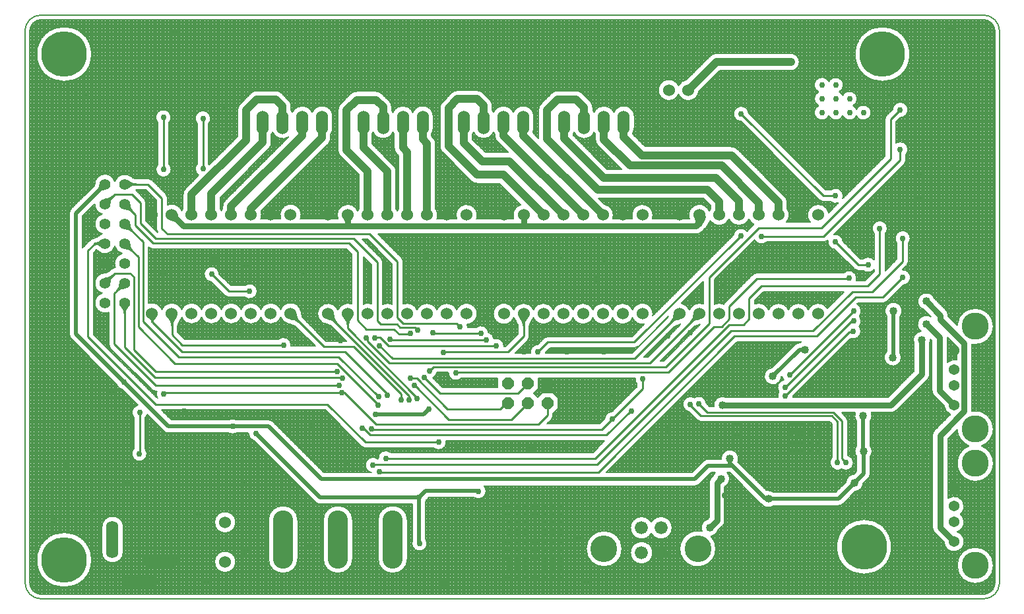
<source format=gbl>
%FSLAX23Y23*%
%MOIN*%
G70*
G01*
G75*
G04 Layer_Physical_Order=2*
G04 Layer_Color=16711680*
%ADD10C,0.008*%
%ADD11C,0.020*%
%ADD12C,0.010*%
%ADD13C,0.030*%
%ADD14R,0.048X0.048*%
%ADD15R,0.048X0.048*%
%ADD16R,0.071X0.048*%
%ADD17R,0.048X0.071*%
%ADD18R,0.087X0.024*%
%ADD19R,0.038X0.012*%
%ADD20R,0.012X0.038*%
%ADD21R,0.173X0.173*%
%ADD22R,0.060X0.020*%
%ADD23R,0.020X0.060*%
%ADD24R,0.022X0.048*%
%ADD25R,0.016X0.060*%
%ADD26R,0.150X0.082*%
%ADD27R,0.350X0.450*%
%ADD28R,0.083X0.052*%
%ADD29R,0.040X0.044*%
%ADD30R,0.044X0.040*%
%ADD31R,0.024X0.087*%
%ADD32R,0.046X0.021*%
%ADD33R,0.178X0.052*%
%ADD34R,0.154X0.071*%
%ADD35R,0.052X0.178*%
%ADD36R,0.071X0.154*%
%ADD37R,0.056X0.119*%
%ADD38R,0.043X0.042*%
%ADD39R,0.042X0.043*%
%ADD40R,0.060X0.079*%
%ADD41R,0.119X0.056*%
%ADD42R,0.079X0.048*%
%ADD43C,0.040*%
%ADD44C,0.012*%
%ADD45C,0.015*%
%ADD46C,0.006*%
%ADD47O,0.060X0.120*%
%ADD48C,0.054*%
%ADD49C,0.137*%
%ADD50C,0.060*%
%ADD51O,0.102X0.295*%
%ADD52O,0.181X0.059*%
%ADD53O,0.063X0.189*%
%ADD54C,0.066*%
%ADD55C,0.135*%
%ADD56P,0.065X8X22.5*%
%ADD57C,0.230*%
%ADD58C,0.056*%
%ADD59C,0.030*%
%ADD60C,0.040*%
D10*
X4898Y2875D02*
G03*
X4843Y2929I-54J-0D01*
G01*
X4423Y2435D02*
G03*
X4460Y2474I-2J39D01*
G01*
D02*
G03*
X4382Y2476I-39J0D01*
G01*
X4351Y2446D02*
G03*
X4343Y2425I21J-21D01*
G01*
X4351Y2446D02*
G03*
X4343Y2425I21J-21D01*
G01*
X4450Y2248D02*
G03*
X4460Y2274I-29J26D01*
G01*
D02*
G03*
X4401Y2307I-39J0D01*
G01*
X4442Y2200D02*
G03*
X4450Y2221I-21J21D01*
G01*
X4442Y2200D02*
G03*
X4450Y2221I-21J21D01*
G01*
X4470Y2756D02*
G03*
X4470Y2756I-139J0D01*
G01*
X4274Y2460D02*
G03*
X4200Y2477I-39J0D01*
G01*
X4182Y2495D02*
G03*
X4204Y2530I-17J35D01*
G01*
D02*
G03*
X4130Y2547I-39J0D01*
G01*
X4200Y2477D02*
G03*
X4182Y2495I-35J-17D01*
G01*
X4134Y2600D02*
G03*
X4060Y2617I-39J0D01*
G01*
X3868Y2672D02*
G03*
X3912Y2716I0J44D01*
G01*
D02*
G03*
X3868Y2760I-44J0D01*
G01*
X4060Y2617D02*
G03*
X4008Y2565I-35J-17D01*
G01*
X4112D02*
G03*
X4134Y2600I-17J35D01*
G01*
X4130Y2547D02*
G03*
X4112Y2565I-35J-17D01*
G01*
X4008D02*
G03*
X4008Y2495I17J-35D01*
G01*
X4200Y2443D02*
G03*
X4274Y2460I35J17D01*
G01*
X4130Y2443D02*
G03*
X4200Y2443I35J17D01*
G01*
X4060D02*
G03*
X4130Y2443I35J17D01*
G01*
X4008Y2495D02*
G03*
X4060Y2443I17J-35D01*
G01*
X4133Y2039D02*
G03*
X4068Y2068I-39J0D01*
G01*
X4462Y1798D02*
G03*
X4472Y1824I-29J26D01*
G01*
D02*
G03*
X4404Y1798I-39J0D01*
G01*
X4454Y1686D02*
G03*
X4462Y1707I-21J21D01*
G01*
X4454Y1686D02*
G03*
X4462Y1707I-21J21D01*
G01*
X4473Y1626D02*
G03*
X4432Y1665I-39J0D01*
G01*
X4346Y1848D02*
G03*
X4356Y1874I-29J26D01*
G01*
D02*
G03*
X4288Y1848I-39J0D01*
G01*
Y1715D02*
G03*
X4232Y1719I-30J-25D01*
G01*
Y1661D02*
G03*
X4288Y1665I26J29D01*
G01*
X4892Y1378D02*
G03*
X4708Y1384I-92J0D01*
G01*
X4663Y1434D02*
G03*
X4652Y1462I-39J0D01*
G01*
X4663Y1434D02*
G03*
X4652Y1462I-39J0D01*
G01*
X4595Y1518D02*
G03*
X4540Y1463I-42J-13D01*
G01*
X4576Y1427D02*
G03*
X4527Y1354I-24J-37D01*
G01*
X4436Y1587D02*
G03*
X4473Y1626I-2J39D01*
G01*
X4333Y1496D02*
G03*
X4354Y1504I0J29D01*
G01*
X4333Y1496D02*
G03*
X4354Y1504I0J29D01*
G01*
X4431Y1457D02*
G03*
X4353Y1429I-44J0D01*
G01*
X4421D02*
G03*
X4431Y1457I-34J28D01*
G01*
X4131Y2026D02*
G03*
X4133Y2039I-37J13D01*
G01*
X4068Y2010D02*
G03*
X4107Y2002I26J29D01*
G01*
X4132Y1808D02*
G03*
X4085Y1844I-39J-2D01*
G01*
X4011Y2018D02*
G03*
X4032Y2010I21J21D01*
G01*
X4011Y2018D02*
G03*
X4032Y2010I21J21D01*
G01*
X4059Y1954D02*
G03*
X3966Y1906I-53J-12D01*
G01*
X4055Y1814D02*
G03*
X4091Y1767I38J-8D01*
G01*
X4034Y1805D02*
G03*
X4055Y1813I0J29D01*
G01*
X4034Y1805D02*
G03*
X4055Y1813I0J29D01*
G01*
X4188Y1669D02*
G03*
X4209Y1661I21J21D01*
G01*
X4188Y1669D02*
G03*
X4209Y1661I21J21D01*
G01*
X4201Y1622D02*
G03*
X4135Y1650I-39J0D01*
G01*
X4215Y1431D02*
G03*
X4224Y1457I-30J25D01*
G01*
Y1406D02*
G03*
X4215Y1431I-39J0D01*
G01*
X4214Y1379D02*
G03*
X4224Y1406I-29J27D01*
G01*
X4223Y1354D02*
G03*
X4214Y1379I-39J0D01*
G01*
X4199Y1611D02*
G03*
X4201Y1622I-37J11D01*
G01*
X4224Y1457D02*
G03*
X4203Y1492I-39J0D01*
G01*
X4053Y1469D02*
G03*
X3956Y1462I-47J-27D01*
G01*
D02*
G03*
X3856Y1462I-50J-20D01*
G01*
X3912Y2716D02*
G03*
X3868Y2760I-44J0D01*
G01*
Y2672D02*
G03*
X3912Y2716I0J44D01*
G01*
X3656Y2456D02*
G03*
X3615Y2415I-39J-2D01*
G01*
X3492Y2760D02*
G03*
X3461Y2747I0J-44D01*
G01*
X3492Y2760D02*
G03*
X3461Y2747I0J-44D01*
G01*
X3341Y2627D02*
G03*
X3301Y2596I9J-53D01*
G01*
Y2552D02*
G03*
X3403Y2565I49J22D01*
G01*
X3850Y2006D02*
G03*
X3837Y2037I-44J0D01*
G01*
X3850Y2006D02*
G03*
X3837Y2037I-44J0D01*
G01*
X3599Y2275D02*
G03*
X3568Y2288I-31J-31D01*
G01*
X3599Y2275D02*
G03*
X3568Y2288I-31J-31D01*
G01*
X3301Y2596D02*
G03*
X3301Y2552I-49J-22D01*
G01*
X3078Y2441D02*
G03*
X2974Y2461I-54J0D01*
G01*
X3069Y2352D02*
G03*
X3078Y2381I-45J29D01*
G01*
X2868Y2486D02*
G03*
X2855Y2517I-44J0D01*
G01*
X2868Y2486D02*
G03*
X2855Y2517I-44J0D01*
G01*
X2814Y2558D02*
G03*
X2783Y2571I-31J-31D01*
G01*
X2814Y2558D02*
G03*
X2783Y2571I-31J-31D01*
G01*
X2974Y2461D02*
G03*
X2874Y2461I-50J-20D01*
G01*
Y2361D02*
G03*
X2880Y2350I50J20D01*
G01*
X2874Y2461D02*
G03*
X2868Y2472I-50J-20D01*
G01*
X2768Y2350D02*
G03*
X2774Y2361I-44J31D01*
G01*
X2690Y2571D02*
G03*
X2659Y2558I0J-44D01*
G01*
X2690Y2571D02*
G03*
X2659Y2558I0J-44D01*
G01*
X2880Y2324D02*
G03*
X2893Y2293I44J0D01*
G01*
X2880Y2324D02*
G03*
X2893Y2293I44J0D01*
G01*
X2774Y2361D02*
G03*
X2874Y2361I50J20D01*
G01*
X3860Y1942D02*
G03*
X3850Y1973I-54J0D01*
G01*
X3846Y1906D02*
G03*
X3860Y1942I-40J36D01*
G01*
X3656Y1922D02*
G03*
X3681Y1894I50J20D01*
G01*
X3685Y1816D02*
G03*
X3746Y1805I35J18D01*
G01*
X3556Y1922D02*
G03*
X3656Y1922I50J20D01*
G01*
X3647Y1860D02*
G03*
X3577Y1839I-31J-24D01*
G01*
X3697Y1650D02*
G03*
X3676Y1642I0J-29D01*
G01*
X3697Y1650D02*
G03*
X3676Y1642I0J-29D01*
G01*
X3461Y1912D02*
G03*
X3556Y1922I45J30D01*
G01*
X3462Y1973D02*
G03*
X3456Y1963I44J-31D01*
G01*
D02*
G03*
X3449Y1975I-64J-31D01*
G01*
X3443Y1882D02*
G03*
X3461Y1912I-50J50D01*
G01*
X3449Y1975D02*
G03*
X3355Y1924I-43J-33D01*
G01*
X3438Y1877D02*
G03*
X3443Y1882I-23J32D01*
G01*
X3434Y1872D02*
G03*
X3438Y1877I-28J28D01*
G01*
X3434Y1872D02*
G03*
X3438Y1877I-28J28D01*
G01*
X3391Y1846D02*
G03*
X3419Y1857I0J39D01*
G01*
X3391Y1846D02*
G03*
X3419Y1857I0J39D01*
G01*
X3856Y1462D02*
G03*
X3756Y1462I-50J-20D01*
G01*
D02*
G03*
X3686Y1492I-50J-20D01*
G01*
X3535Y1501D02*
G03*
X3529Y1491I21J-21D01*
G01*
X3535Y1501D02*
G03*
X3529Y1491I21J-21D01*
G01*
X3529Y1491D02*
G03*
X3484Y1491I-23J-49D01*
G01*
X3406Y1388D02*
G03*
X3410Y1388I0J54D01*
G01*
X3406Y1388D02*
G03*
X3384Y1379I0J-31D01*
G01*
X3426Y1492D02*
G03*
X3356Y1462I-20J-50D01*
G01*
X3169Y1924D02*
G03*
X3172Y1942I-51J18D01*
G01*
D02*
G03*
X3067Y1924I-54J0D01*
G01*
X2969D02*
G03*
X2972Y1942I-51J18D01*
G01*
D02*
G03*
X2927Y1995I-54J0D01*
G01*
X3356Y1462D02*
G03*
X3315Y1495I-50J-20D01*
G01*
X3172Y1442D02*
G03*
X3068Y1462I-54J0D01*
G01*
X3306Y1388D02*
G03*
X3311Y1388I0J54D01*
G01*
X3306Y1388D02*
G03*
X3284Y1379I0J-31D01*
G01*
X3171Y1433D02*
G03*
X3172Y1442I-53J9D01*
G01*
X3243Y1420D02*
G03*
X3249Y1429I-22J22D01*
G01*
X3068Y1422D02*
G03*
X3127Y1389I50J20D01*
G01*
X3068Y1462D02*
G03*
X2968Y1462I-50J-20D01*
G01*
D02*
G03*
X2868Y1462I-50J-20D01*
G01*
D02*
G03*
X2768Y1462I-50J-20D01*
G01*
D02*
G03*
X2668Y1462I-50J-20D01*
G01*
X2968Y1422D02*
G03*
X3068Y1422I50J20D01*
G01*
X2868D02*
G03*
X2968Y1422I50J20D01*
G01*
X2768D02*
G03*
X2868Y1422I50J20D01*
G01*
X2668D02*
G03*
X2768Y1422I50J20D01*
G01*
X4783Y1287D02*
G03*
X4892Y1378I17J91D01*
G01*
X4705Y1208D02*
G03*
X4659Y1197I-12J-50D01*
G01*
X4569Y1290D02*
G03*
X4574Y1310I-39J20D01*
G01*
X4527Y1354D02*
G03*
X4491Y1290I3J-44D01*
G01*
X4558Y1109D02*
G03*
X4569Y1137I-28J28D01*
G01*
X4558Y1109D02*
G03*
X4569Y1137I-28J28D01*
G01*
X4892Y860D02*
G03*
X4783Y951I-92J0D01*
G01*
X4831Y773D02*
G03*
X4892Y860I-31J87D01*
G01*
X4708Y857D02*
G03*
X4769Y773I92J3D01*
G01*
X4581Y1054D02*
G03*
X4592Y1026I39J0D01*
G01*
X4581Y1054D02*
G03*
X4592Y1026I39J0D01*
G01*
X4642Y977D02*
G03*
X4674Y934I51J4D01*
G01*
X4595Y855D02*
G03*
X4584Y827I28J-28D01*
G01*
X4595Y855D02*
G03*
X4584Y827I28J-28D01*
G01*
X4427Y1221D02*
G03*
X4421Y1243I-44J0D01*
G01*
X4353Y1253D02*
G03*
X4427Y1221I30J-32D01*
G01*
X4171Y1317D02*
G03*
X4223Y1354I13J37D01*
G01*
X3921Y1300D02*
G03*
X3913Y1295I20J-39D01*
G01*
X3912D02*
G03*
X3888Y1285I0J-34D01*
G01*
X3912Y1295D02*
G03*
X3888Y1285I0J-34D01*
G01*
X4374Y942D02*
G03*
X4402Y953I0J39D01*
G01*
X4374Y942D02*
G03*
X4402Y953I0J39D01*
G01*
X4278Y926D02*
G03*
X4275Y942I-44J0D01*
G01*
X4193D02*
G03*
X4200Y898I41J-16D01*
G01*
X4268D02*
G03*
X4278Y926I-34J28D01*
G01*
X4155Y900D02*
G03*
X4147Y921I-29J0D01*
G01*
X4155Y900D02*
G03*
X4147Y921I-29J0D01*
G01*
X4769Y773D02*
G03*
X4892Y687I31J-87D01*
G01*
D02*
G03*
X4831Y773I-92J0D01*
G01*
X4725Y428D02*
G03*
X4744Y468I-32J40D01*
G01*
Y388D02*
G03*
X4725Y428I-51J0D01*
G01*
X4707Y339D02*
G03*
X4744Y388I-14J49D01*
G01*
Y468D02*
G03*
X4662Y508I-51J0D01*
G01*
X4584Y360D02*
G03*
X4595Y332I39J0D01*
G01*
X4584Y360D02*
G03*
X4595Y332I39J0D01*
G01*
X4892Y169D02*
G03*
X4892Y169I-92J0D01*
G01*
X4843Y24D02*
G03*
X4898Y79I0J55D01*
G01*
X4744Y290D02*
G03*
X4707Y339I-51J0D01*
G01*
X4642Y286D02*
G03*
X4744Y290I51J4D01*
G01*
X4269Y719D02*
G03*
X4279Y747I-34J28D01*
G01*
D02*
G03*
X4268Y776I-44J0D01*
G01*
X4200Y774D02*
G03*
X4201Y719I35J-27D01*
G01*
X4259Y608D02*
G03*
X4269Y632I-24J24D01*
G01*
X4259Y608D02*
G03*
X4269Y632I-24J24D01*
G01*
X4194Y543D02*
G03*
X4234Y583I-4J44D01*
G01*
X4185Y688D02*
G03*
X4155Y726I-39J0D01*
G01*
X4124Y656D02*
G03*
X4185Y688I22J32D01*
G01*
X4075Y715D02*
G03*
X4124Y656I29J-26D01*
G01*
X4186Y631D02*
G03*
X4146Y591I4J-44D01*
G01*
X4377Y263D02*
G03*
X4377Y263I-139J0D01*
G01*
X4108Y471D02*
G03*
X4132Y481I0J34D01*
G01*
X4108Y471D02*
G03*
X4132Y481I0J34D01*
G01*
X3824Y1125D02*
G03*
X3832Y1108I38J8D01*
G01*
D02*
G03*
X3807Y1048I7J-38D01*
G01*
X3773Y1170D02*
G03*
X3821Y1122I4J-44D01*
G01*
X3807Y1048D02*
G03*
X3802Y1020I33J-21D01*
G01*
X3878D02*
G03*
X3879Y1025I-38J7D01*
G01*
X3540Y1020D02*
G03*
X3479Y973I-18J-40D01*
G01*
X3442Y988D02*
G03*
X3380Y1018I-39J-2D01*
G01*
X3380D02*
G03*
X3353Y946I-19J-34D01*
G01*
X3393Y905D02*
G03*
X3414Y897I21J21D01*
G01*
X3393Y905D02*
G03*
X3414Y897I21J21D01*
G01*
X3077Y1269D02*
G03*
X3098Y1277I0J29D01*
G01*
X3077Y1269D02*
G03*
X3098Y1277I0J29D01*
G01*
X3081Y1117D02*
G03*
X3091Y1086I39J-5D01*
G01*
X2964Y947D02*
G03*
X2927Y910I2J-39D01*
G01*
X2659Y907D02*
G03*
X2667Y928I-21J21D01*
G01*
X2659Y907D02*
G03*
X2667Y928I-21J21D01*
G01*
X3601Y693D02*
G03*
X3604Y710I-41J17D01*
G01*
X3783Y539D02*
G03*
X3746Y548I-28J-34D01*
G01*
X3720Y478D02*
G03*
X3783Y471I35J27D01*
G01*
X3717Y481D02*
G03*
X3720Y478I24J24D01*
G01*
X3717Y481D02*
G03*
X3720Y478I24J24D01*
G01*
X3604Y710D02*
G03*
X3516Y707I-44J0D01*
G01*
X3560Y607D02*
G03*
X3546Y639I-44J0D01*
G01*
X3486D02*
G03*
X3474Y620I30J-32D01*
G01*
X3534Y567D02*
G03*
X3560Y607I-18J40D01*
G01*
X3467Y614D02*
G03*
X3456Y586I28J-28D01*
G01*
X3467Y614D02*
G03*
X3456Y586I28J-28D01*
G01*
X3451Y707D02*
G03*
X3427Y697I0J-34D01*
G01*
X3451Y707D02*
G03*
X3427Y697I0J-34D01*
G01*
X3383Y571D02*
G03*
X3407Y581I0J34D01*
G01*
X3383Y571D02*
G03*
X3407Y581I0J34D01*
G01*
X3523Y368D02*
G03*
X3534Y396I-28J28D01*
G01*
X3523Y368D02*
G03*
X3534Y396I-28J28D01*
G01*
X3464Y316D02*
G03*
X3501Y347I-5J44D01*
G01*
X3419Y342D02*
G03*
X3490Y253I-21J-89D01*
G01*
D02*
G03*
X3464Y316I-91J0D01*
G01*
X3446Y402D02*
G03*
X3419Y342I13J-42D01*
G01*
X3269Y359D02*
G03*
X3163Y388I-57J0D01*
G01*
Y330D02*
G03*
X3269Y359I49J29D01*
G01*
X3163Y388D02*
G03*
X3163Y330I-49J-29D01*
G01*
X3171Y233D02*
G03*
X3171Y233I-57J0D01*
G01*
X3016Y253D02*
G03*
X3016Y253I-91J0D01*
G01*
X2606Y2505D02*
G03*
X2593Y2474I31J-31D01*
G01*
X2606Y2505D02*
G03*
X2593Y2474I31J-31D01*
G01*
X2360Y2495D02*
G03*
X2347Y2526I-44J0D01*
G01*
X2360Y2495D02*
G03*
X2347Y2526I-44J0D01*
G01*
X2184Y2572D02*
G03*
X2153Y2559I0J-44D01*
G01*
X2314D02*
G03*
X2283Y2572I-31J-31D01*
G01*
X2314Y2559D02*
G03*
X2283Y2572I-31J-31D01*
G01*
X2184D02*
G03*
X2153Y2559I0J-44D01*
G01*
X2108Y2514D02*
G03*
X2095Y2483I31J-31D01*
G01*
X2108Y2514D02*
G03*
X2095Y2483I31J-31D01*
G01*
X2565Y2358D02*
G03*
X2570Y2381I-49J23D01*
G01*
Y2441D02*
G03*
X2466Y2461I-54J0D01*
G01*
D02*
G03*
X2366Y2461I-50J-20D01*
G01*
D02*
G03*
X2360Y2472I-50J-20D01*
G01*
X2366Y2361D02*
G03*
X2372Y2350I50J20D01*
G01*
X2266Y2361D02*
G03*
X2366Y2361I50J20D01*
G01*
X2372Y2344D02*
G03*
X2385Y2313I44J0D01*
G01*
X2372Y2344D02*
G03*
X2385Y2313I44J0D01*
G01*
X2260Y2350D02*
G03*
X2266Y2361I-44J31D01*
G01*
X2062Y2441D02*
G03*
X1958Y2461I-54J0D01*
G01*
X2052Y2350D02*
G03*
X2062Y2381I-44J31D01*
G01*
X2095Y2289D02*
G03*
X2108Y2258I44J0D01*
G01*
X2095Y2289D02*
G03*
X2108Y2258I44J0D01*
G01*
X2074Y2303D02*
G03*
X2061Y2334I-44J0D01*
G01*
X2074Y2303D02*
G03*
X2061Y2334I-44J0D01*
G01*
X1803Y2555D02*
G03*
X1772Y2568I-31J-31D01*
G01*
X1803Y2555D02*
G03*
X1772Y2568I-31J-31D01*
G01*
X1675D02*
G03*
X1644Y2555I0J-44D01*
G01*
X1675Y2568D02*
G03*
X1644Y2555I0J-44D01*
G01*
X1852Y2488D02*
G03*
X1839Y2519I-44J0D01*
G01*
X1852Y2488D02*
G03*
X1839Y2519I-44J0D01*
G01*
X1958Y2461D02*
G03*
X1858Y2461I-50J-20D01*
G01*
D02*
G03*
X1852Y2472I-50J-20D01*
G01*
X1858Y2361D02*
G03*
X1864Y2350I50J20D01*
G01*
X1593Y2504D02*
G03*
X1580Y2473I31J-31D01*
G01*
X1593Y2504D02*
G03*
X1580Y2473I31J-31D01*
G01*
X1752Y2350D02*
G03*
X1758Y2361I-44J31D01*
G01*
D02*
G03*
X1858Y2361I50J20D01*
G01*
X1864Y2282D02*
G03*
X1877Y2251I44J0D01*
G01*
X1864Y2282D02*
G03*
X1877Y2251I44J0D01*
G01*
X1580Y2269D02*
G03*
X1593Y2238I44J0D01*
G01*
X1580Y2269D02*
G03*
X1593Y2238I44J0D01*
G01*
X1554Y2441D02*
G03*
X1450Y2461I-54J0D01*
G01*
D02*
G03*
X1350Y2461I-50J-20D01*
G01*
X1544Y2350D02*
G03*
X1554Y2381I-44J31D01*
G01*
X1531Y2301D02*
G03*
X1544Y2332I-31J31D01*
G01*
X1531Y2301D02*
G03*
X1544Y2332I-31J31D01*
G01*
X2252Y2114D02*
G03*
X2283Y2101I31J31D01*
G01*
X2252Y2114D02*
G03*
X2283Y2101I31J31D01*
G01*
X2504Y1994D02*
G03*
X2467Y1924I14J-52D01*
G01*
X2284Y1942D02*
G03*
X2179Y1924I-54J0D01*
G01*
X1874Y2162D02*
G03*
X1861Y2193I-44J0D01*
G01*
X1874Y2162D02*
G03*
X1861Y2193I-44J0D01*
G01*
X2084Y1942D02*
G03*
X2074Y1973I-54J0D01*
G01*
X1886D02*
G03*
X1880Y1962I44J-31D01*
G01*
D02*
G03*
X1874Y1973I-50J-20D01*
G01*
X2281Y1924D02*
G03*
X2284Y1942I-51J18D01*
G01*
X2081Y1924D02*
G03*
X2084Y1942I-51J18D01*
G01*
X1910Y1706D02*
G03*
X1902Y1727I-29J0D01*
G01*
X1910Y1706D02*
G03*
X1902Y1727I-29J0D01*
G01*
X1686Y1973D02*
G03*
X1680Y1962I44J-31D01*
G01*
D02*
G03*
X1579Y1924I-50J-20D01*
G01*
X1807Y1702D02*
G03*
X1799Y1723I-29J0D01*
G01*
X1807Y1702D02*
G03*
X1799Y1723I-29J0D01*
G01*
X1852Y1491D02*
G03*
X1807Y1491I-22J-49D01*
G01*
X1749Y1493D02*
G03*
X1708Y1491I-19J-51D01*
G01*
X1344Y2492D02*
G03*
X1331Y2523I-44J0D01*
G01*
X1344Y2492D02*
G03*
X1331Y2523I-44J0D01*
G01*
X1296Y2558D02*
G03*
X1265Y2571I-31J-31D01*
G01*
X1296Y2558D02*
G03*
X1265Y2571I-31J-31D01*
G01*
X1350Y2461D02*
G03*
X1344Y2472I-50J-20D01*
G01*
X1171Y2571D02*
G03*
X1140Y2558I0J-44D01*
G01*
X1244Y2350D02*
G03*
X1250Y2361I-44J31D01*
G01*
X1171Y2571D02*
G03*
X1140Y2558I0J-44D01*
G01*
X1250Y2361D02*
G03*
X1330Y2336I50J20D01*
G01*
X1086Y2504D02*
G03*
X1073Y2473I31J-31D01*
G01*
X1086Y2504D02*
G03*
X1073Y2473I31J-31D01*
G01*
X927Y2405D02*
G03*
X937Y2431I-29J26D01*
G01*
D02*
G03*
X869Y2405I-39J0D01*
G01*
X1231Y2277D02*
G03*
X1244Y2308I-31J31D01*
G01*
X1231Y2277D02*
G03*
X1244Y2308I-31J31D01*
G01*
X930Y2197D02*
G03*
X927Y2201I-32J-22D01*
G01*
X869D02*
G03*
X876Y2143I29J-26D01*
G01*
X737Y2436D02*
G03*
X669Y2410I-39J0D01*
G01*
X336Y2756D02*
G03*
X336Y2756I-139J0D01*
G01*
X727Y2410D02*
G03*
X737Y2436I-29J26D01*
G01*
X79Y2929D02*
G03*
X24Y2875I-0J-55D01*
G01*
X738Y2172D02*
G03*
X727Y2199I-39J0D01*
G01*
X669Y2197D02*
G03*
X738Y2172I30J-25D01*
G01*
X642Y2118D02*
G03*
X621Y2126I-21J-21D01*
G01*
X642Y2118D02*
G03*
X621Y2126I-21J-21D01*
G01*
X540Y2134D02*
G03*
X559Y2126I19J19D01*
G01*
X540Y2134D02*
G03*
X453Y2111I-37J-37D01*
G01*
D02*
G03*
X351Y2097I-50J-14D01*
G01*
X1391Y1924D02*
G03*
X1395Y1944I-50J20D01*
G01*
D02*
G03*
X1291Y1924I-54J0D01*
G01*
X1010Y2016D02*
G03*
X997Y1985I31J-31D01*
G01*
X1010Y2016D02*
G03*
X997Y1985I31J-31D01*
G01*
X1195Y1944D02*
G03*
X1192Y1962I-54J0D01*
G01*
X1191Y1924D02*
G03*
X1195Y1944I-50J20D01*
G01*
X810Y2076D02*
G03*
X797Y2045I31J-31D01*
G01*
X810Y2076D02*
G03*
X797Y2045I31J-31D01*
G01*
X720Y2027D02*
G03*
X712Y2048I-29J0D01*
G01*
X720Y2027D02*
G03*
X712Y2048I-29J0D01*
G01*
X991Y1964D02*
G03*
X985Y1975I-50J-20D01*
G01*
X997D02*
G03*
X991Y1964I44J-31D01*
G01*
X797Y1975D02*
G03*
X791Y1964I44J-31D01*
G01*
D02*
G03*
X720Y1994I-50J-20D01*
G01*
X662Y1874D02*
G03*
X670Y1854I29J0D01*
G01*
X662Y1874D02*
G03*
X670Y1854I29J0D01*
G01*
X626Y1777D02*
G03*
X647Y1769I21J21D01*
G01*
X626Y1777D02*
G03*
X647Y1769I21J21D01*
G01*
X1108Y1527D02*
G03*
X1173Y1556I26J29D01*
G01*
D02*
G03*
X1108Y1585I-39J0D01*
G01*
X1007Y1535D02*
G03*
X1028Y1527I21J21D01*
G01*
X1007Y1535D02*
G03*
X1028Y1527I21J21D01*
G01*
X981Y1644D02*
G03*
X940Y1603I-39J-2D01*
G01*
X611Y2003D02*
G03*
X603Y2024I-29J0D01*
G01*
X611Y2003D02*
G03*
X603Y2024I-29J0D01*
G01*
X351Y1997D02*
G03*
X389Y1947I52J0D01*
G01*
Y1847D02*
G03*
X364Y1831I14J-50D01*
G01*
X389Y1947D02*
G03*
X389Y1847I14J-50D01*
G01*
X352Y1826D02*
G03*
X364Y1831I0J16D01*
G01*
X348Y2090D02*
G03*
X351Y2097I-7J7D01*
G01*
X233Y1975D02*
G03*
X223Y1951I24J-24D01*
G01*
X233Y1975D02*
G03*
X223Y1951I24J-24D01*
G01*
X352Y1826D02*
G03*
X331Y1818I0J-29D01*
G01*
X352Y1826D02*
G03*
X331Y1818I0J-29D01*
G01*
X352Y1826D02*
G03*
X331Y1818I0J-29D01*
G01*
X352Y1826D02*
G03*
X331Y1818I0J-29D01*
G01*
X453Y1783D02*
G03*
X489Y1747I50J14D01*
G01*
D02*
G03*
X455Y1676I14J-50D01*
G01*
X364Y1763D02*
G03*
X453Y1783I39J34D01*
G01*
X364Y1763D02*
G03*
X361Y1765I-12J-11D01*
G01*
X453Y1676D02*
G03*
X432Y1668I0J-29D01*
G01*
X453Y1676D02*
G03*
X432Y1668I0J-29D01*
G01*
X403Y1649D02*
G03*
X422Y1657I0J27D01*
G01*
X403Y1649D02*
G03*
X389Y1547I0J-52D01*
G01*
X296Y1783D02*
G03*
X291Y1775I21J-21D01*
G01*
X296Y1783D02*
G03*
X291Y1775I21J-21D01*
G01*
X2668Y1462D02*
G03*
X2568Y1462I-50J-20D01*
G01*
Y1422D02*
G03*
X2668Y1422I50J20D01*
G01*
X2568Y1462D02*
G03*
X2468Y1462I-50J-20D01*
G01*
X2556Y1404D02*
G03*
X2568Y1422I-38J38D01*
G01*
X2556Y1404D02*
G03*
X2547Y1382I22J-22D01*
G01*
X2489D02*
G03*
X2480Y1404I-31J0D01*
G01*
X2641Y1327D02*
G03*
X2620Y1319I0J-29D01*
G01*
X2641Y1327D02*
G03*
X2620Y1319I0J-29D01*
G01*
X2539Y1307D02*
G03*
X2547Y1328I-21J21D01*
G01*
X2539Y1307D02*
G03*
X2547Y1328I-21J21D01*
G01*
X2468Y1462D02*
G03*
X2468Y1422I-50J-20D01*
G01*
D02*
G03*
X2480Y1404I50J20D01*
G01*
X2341Y1348D02*
G03*
X2278Y1373I-39J-5D01*
G01*
X2368Y1316D02*
G03*
X2341Y1348I-39J-5D01*
G01*
X2589Y1287D02*
G03*
X2552Y1244I2J-39D01*
G01*
X2419Y1279D02*
G03*
X2368Y1316I-39J0D01*
G01*
X2284Y1442D02*
G03*
X2180Y1462I-54J0D01*
G01*
D02*
G03*
X2080Y1462I-50J-20D01*
G01*
D02*
G03*
X1980Y1462I-50J-20D01*
G01*
D02*
G03*
X1910Y1492I-50J-20D01*
G01*
X1650D02*
G03*
X1580Y1462I-20J-50D01*
G01*
X2233Y1388D02*
G03*
X2284Y1442I-3J54D01*
G01*
X2235Y1376D02*
G03*
X2233Y1388I-39J0D01*
G01*
X1580Y1462D02*
G03*
X1530Y1388I-50J-20D01*
G01*
X1544Y1382D02*
G03*
X1530Y1388I-14J-14D01*
G01*
X2137Y1145D02*
G03*
X2205Y1117I39J-2D01*
G01*
X2128Y792D02*
G03*
X2127Y799I-39J0D01*
G01*
X2063Y763D02*
G03*
X2128Y792I26J29D01*
G01*
X2059Y1118D02*
G03*
X2081Y1145I-16J35D01*
G01*
X2329Y544D02*
G03*
X2318Y571I-39J0D01*
G01*
X2268Y512D02*
G03*
X2329Y544I22J32D01*
G01*
X2031Y280D02*
G03*
X2024Y302I-39J0D01*
G01*
Y493D02*
G03*
X2028Y501I-34J19D01*
G01*
X1956Y295D02*
G03*
X2031Y280I36J-15D01*
G01*
X1848Y740D02*
G03*
X1783Y707I-26J-29D01*
G01*
X1782D02*
G03*
X1748Y639I-25J-30D01*
G01*
X1932Y396D02*
G03*
X1782Y396I-75J0D01*
G01*
X1698Y771D02*
G03*
X1719Y763I21J21D01*
G01*
X1698Y771D02*
G03*
X1719Y763I21J21D01*
G01*
X1467Y488D02*
G03*
X1491Y478I24J24D01*
G01*
X1467Y488D02*
G03*
X1491Y478I24J24D01*
G01*
X1655Y396D02*
G03*
X1505Y396I-75J0D01*
G01*
X1782Y204D02*
G03*
X1932Y204I75J0D01*
G01*
X1505D02*
G03*
X1655Y204I75J0D01*
G01*
X1396Y1442D02*
G03*
X1405Y1420I31J0D01*
G01*
X1396Y1442D02*
G03*
X1395Y1451I-29J0D01*
G01*
X1291Y1424D02*
G03*
X1328Y1392I50J20D01*
G01*
X1395Y1451D02*
G03*
X1291Y1464I-54J-7D01*
G01*
D02*
G03*
X1191Y1464I-50J-20D01*
G01*
Y1424D02*
G03*
X1291Y1424I50J20D01*
G01*
X1191Y1464D02*
G03*
X1091Y1464I-50J-20D01*
G01*
Y1424D02*
G03*
X1191Y1424I50J20D01*
G01*
X1328Y1392D02*
G03*
X1342Y1388I14J25D01*
G01*
X1364Y1379D02*
G03*
X1342Y1388I-22J-22D01*
G01*
X1091Y1464D02*
G03*
X991Y1464I-50J-20D01*
G01*
D02*
G03*
X891Y1464I-50J-20D01*
G01*
D02*
G03*
X791Y1464I-50J-20D01*
G01*
D02*
G03*
X691Y1464I-50J-20D01*
G01*
X991Y1424D02*
G03*
X1091Y1424I50J20D01*
G01*
X891D02*
G03*
X991Y1424I50J20D01*
G01*
X788Y1417D02*
G03*
X791Y1424I-47J27D01*
G01*
X780Y1404D02*
G03*
X788Y1417I-21J21D01*
G01*
X791Y1424D02*
G03*
X891Y1424I50J20D01*
G01*
X780Y1404D02*
G03*
X771Y1382I22J-22D01*
G01*
X1344Y1278D02*
G03*
X1344Y1284I-39J6D01*
G01*
D02*
G03*
X1279Y1313I-39J0D01*
G01*
X665Y1050D02*
G03*
X668Y1015I36J-14D01*
G01*
X691Y1464D02*
G03*
X624Y1495I-50J-20D01*
G01*
X422Y1288D02*
G03*
X430Y1267I29J0D01*
G01*
X422Y1288D02*
G03*
X430Y1267I29J0D01*
G01*
X389Y1547D02*
G03*
X422Y1449I14J-50D01*
G01*
X223Y1339D02*
G03*
X233Y1315I34J0D01*
G01*
X223Y1339D02*
G03*
X233Y1315I34J0D01*
G01*
X461Y1086D02*
G03*
X488Y1059I38J11D01*
G01*
X639Y1058D02*
G03*
X660Y1050I21J21D01*
G01*
X639Y1058D02*
G03*
X660Y1050I21J21D01*
G01*
X568Y980D02*
G03*
X549Y916I10J-38D01*
G01*
X1252Y896D02*
G03*
X1228Y906I-24J-24D01*
G01*
X1252Y896D02*
G03*
X1228Y906I-24J-24D01*
G01*
X1127Y838D02*
G03*
X1155Y799I39J-1D01*
G01*
X1378Y396D02*
G03*
X1228Y396I-75J0D01*
G01*
X1029Y838D02*
G03*
X1067Y838I19J34D01*
G01*
Y906D02*
G03*
X1029Y906I-19J-34D01*
G01*
X700Y848D02*
G03*
X724Y838I24J24D01*
G01*
X700Y848D02*
G03*
X724Y838I24J24D01*
G01*
X1064Y387D02*
G03*
X1064Y387I-54J0D01*
G01*
Y187D02*
G03*
X1064Y187I-54J0D01*
G01*
X1228Y204D02*
G03*
X1378Y204I75J0D01*
G01*
X549Y761D02*
G03*
X616Y734I28J-27D01*
G01*
X607Y916D02*
G03*
X616Y932I-29J26D01*
G01*
X616Y734D02*
G03*
X607Y759I-39J0D01*
G01*
X497Y363D02*
G03*
X386Y363I-55J0D01*
G01*
Y237D02*
G03*
X497Y237I55J0D01*
G01*
X336Y197D02*
G03*
X336Y197I-139J0D01*
G01*
X24Y79D02*
G03*
X79Y24I55J0D01*
G01*
X4460Y2808D02*
X4898D01*
X4465Y2792D02*
X4898D01*
X4463Y2800D02*
X4898D01*
X4467Y2784D02*
X4898D01*
X4464Y2796D02*
Y2929D01*
X4469Y2768D02*
X4898D01*
X4469Y2776D02*
X4898D01*
X4467Y2728D02*
X4898D01*
X4465Y2720D02*
X4898D01*
X4463Y2712D02*
X4898D01*
X4460Y2704D02*
X4898D01*
X4470Y2752D02*
X4898D01*
X4470Y2760D02*
X4898D01*
X4469Y2744D02*
X4898D01*
X4469Y2736D02*
X4898D01*
X4435Y2848D02*
X4898D01*
X4428Y2856D02*
X4898D01*
X4447Y2832D02*
X4898D01*
X4442Y2840D02*
X4898D01*
X4394Y2880D02*
X4898D01*
X4375Y2888D02*
X4896D01*
X4419Y2864D02*
X4898D01*
X4408Y2872D02*
X4898D01*
X4447Y2680D02*
X4898D01*
X4442Y2672D02*
X4898D01*
X4435Y2664D02*
X4898D01*
X4428Y2656D02*
X4898D01*
X4456Y2816D02*
X4898D01*
X4452Y2824D02*
X4898D01*
X4456Y2696D02*
X4898D01*
X4452Y2688D02*
X4898D01*
X4457Y2488D02*
X4898D01*
X4453Y2496D02*
X4898D01*
X4460Y2472D02*
X4898D01*
X4460Y2480D02*
X4898D01*
X4419Y2648D02*
X4898D01*
X4408Y2640D02*
X4898D01*
X4446Y2504D02*
X4898D01*
X4430Y2512D02*
X4898D01*
X4459Y2464D02*
X4898D01*
X4456Y2456D02*
X4898D01*
X4450Y2448D02*
X4898D01*
X4440Y2440D02*
X4898D01*
X4420Y2432D02*
X4898D01*
X4430Y2312D02*
X4898D01*
X4412Y2424D02*
X4898D01*
X4401Y2392D02*
X4898D01*
X4401Y2400D02*
X4898D01*
X4401Y2376D02*
X4898D01*
X4401Y2384D02*
X4898D01*
X4394Y2632D02*
X4898D01*
X4375Y2624D02*
X4898D01*
X4404Y2416D02*
X4898D01*
X4401Y2408D02*
X4898D01*
X4401Y2336D02*
X4898D01*
X4401Y2344D02*
X4898D01*
X4401Y2320D02*
X4898D01*
X4401Y2328D02*
X4898D01*
X4401Y2360D02*
X4898D01*
X4401Y2368D02*
X4898D01*
X4401Y2352D02*
X4898D01*
X4416Y2866D02*
Y2929D01*
X4408Y2872D02*
Y2929D01*
X4432Y2851D02*
Y2929D01*
X4424Y2859D02*
Y2929D01*
X4384Y2884D02*
Y2929D01*
X4376Y2888D02*
Y2929D01*
X4400Y2877D02*
Y2929D01*
X4392Y2881D02*
Y2929D01*
X4456Y2817D02*
Y2929D01*
X4448Y2831D02*
Y2929D01*
X4456Y2491D02*
Y2695D01*
X4448Y2502D02*
Y2681D01*
X4440Y2508D02*
Y2670D01*
Y2842D02*
Y2929D01*
X4432Y2511D02*
Y2661D01*
X4424Y2513D02*
Y2653D01*
X4344Y2894D02*
Y2929D01*
X4336Y2895D02*
Y2929D01*
X4360Y2892D02*
Y2929D01*
X4352Y2893D02*
Y2929D01*
X4312Y2894D02*
Y2929D01*
X4304Y2892D02*
Y2929D01*
X4328Y2895D02*
Y2929D01*
X4320Y2895D02*
Y2929D01*
X4288Y2888D02*
Y2929D01*
X4280Y2885D02*
Y2929D01*
X4368Y2890D02*
Y2929D01*
X4296Y2891D02*
Y2929D01*
X4264Y2878D02*
Y2929D01*
X4256Y2873D02*
Y2929D01*
X4272Y2882D02*
Y2929D01*
X4416Y2513D02*
Y2646D01*
X4408Y2511D02*
Y2640D01*
X4400Y2507D02*
Y2635D01*
X4392Y2500D02*
Y2631D01*
X4384Y2486D02*
Y2628D01*
X4376Y2470D02*
Y2624D01*
X4368Y2462D02*
Y2622D01*
X4424Y2313D02*
Y2435D01*
X4401Y2413D02*
X4423Y2435D01*
X4416Y2313D02*
Y2428D01*
X4401Y2312D02*
X4412D01*
X4360Y2454D02*
Y2620D01*
X4352Y2446D02*
Y2619D01*
X4351Y2446D02*
X4382Y2476D01*
X4344Y2433D02*
Y2618D01*
X4262Y2488D02*
X4385D01*
X4250Y2496D02*
X4389D01*
X4272Y2472D02*
X4378D01*
X4268Y2480D02*
X4382D01*
X4264Y2486D02*
Y2634D01*
X4256Y2493D02*
Y2639D01*
X4274Y2464D02*
X4370D01*
X4272Y2472D02*
Y2630D01*
X4274Y2456D02*
X4362D01*
X4272Y2448D02*
X4354D01*
X4268Y2440D02*
X4347D01*
X4262Y2432D02*
X4344D01*
X4250Y2424D02*
X4343D01*
X4816Y1468D02*
Y2929D01*
X4808Y1469D02*
Y2929D01*
X4832Y1464D02*
Y2929D01*
X4824Y1467D02*
Y2929D01*
X4784Y1468D02*
Y2929D01*
X4776Y1467D02*
Y2929D01*
X4800Y1470D02*
Y2929D01*
X4792Y1469D02*
Y2929D01*
X4864Y1444D02*
Y2925D01*
X4856Y1451D02*
Y2928D01*
X4880Y1423D02*
Y2915D01*
X4872Y1435D02*
Y2921D01*
X4768Y1464D02*
Y2929D01*
X4760Y1461D02*
Y2929D01*
X4848Y1456D02*
Y2929D01*
X4840Y1461D02*
Y2929D01*
X4736Y1444D02*
Y2929D01*
X4728Y1435D02*
Y2929D01*
X4752Y1456D02*
Y2929D01*
X4744Y1451D02*
Y2929D01*
X4648Y1465D02*
Y2929D01*
X4640Y1473D02*
Y2929D01*
X4664Y1428D02*
Y2929D01*
X4656Y1456D02*
Y2929D01*
X4704Y1388D02*
Y2929D01*
X4696Y1396D02*
Y2929D01*
X4720Y1423D02*
Y2929D01*
X4712Y1405D02*
Y2929D01*
X4680Y1412D02*
Y2929D01*
X4672Y1420D02*
Y2929D01*
X4688Y1404D02*
Y2929D01*
X4460Y2272D02*
X4898D01*
X4459Y2264D02*
X4898D01*
X4456Y2256D02*
X4898D01*
X4450Y2248D02*
X4898D01*
X4453Y2296D02*
X4898D01*
X4446Y2304D02*
X4898D01*
X4460Y2280D02*
X4898D01*
X4457Y2288D02*
X4898D01*
X4450Y2232D02*
X4898D01*
X4450Y2240D02*
X4898D01*
X4450Y2224D02*
X4898D01*
X4450Y2216D02*
X4898D01*
X4888Y1405D02*
Y2906D01*
X4447Y2208D02*
X4898D01*
X4441Y2200D02*
X4898D01*
X4433Y2192D02*
X4898D01*
X4393Y2152D02*
X4898D01*
X4385Y2144D02*
X4898D01*
X4377Y2136D02*
X4898D01*
X4369Y2128D02*
X4898D01*
X4425Y2184D02*
X4898D01*
X4417Y2176D02*
X4898D01*
X4409Y2168D02*
X4898D01*
X4401Y2160D02*
X4898D01*
X4337Y2096D02*
X4898D01*
X4329Y2088D02*
X4898D01*
X4321Y2080D02*
X4898D01*
X4313Y2072D02*
X4898D01*
X4361Y2120D02*
X4898D01*
X4353Y2112D02*
X4898D01*
X4345Y2104D02*
X4898D01*
X4568Y1546D02*
Y2929D01*
X4560Y1548D02*
Y2929D01*
X4584Y1536D02*
Y2929D01*
X4576Y1543D02*
Y2929D01*
X4536Y1546D02*
Y2929D01*
X4528Y1541D02*
Y2929D01*
X4552Y1549D02*
Y2929D01*
X4544Y1548D02*
Y2929D01*
X4616Y1497D02*
Y2929D01*
X4608Y1505D02*
Y2929D01*
X4632Y1481D02*
Y2929D01*
X4624Y1489D02*
Y2929D01*
X4520Y1534D02*
Y2929D01*
X4512Y1521D02*
Y2929D01*
X4600Y1513D02*
Y2929D01*
X4592Y1525D02*
Y2929D01*
X4336Y2231D02*
Y2617D01*
X4328Y2223D02*
Y2617D01*
X4456Y2291D02*
Y2457D01*
X4448Y2302D02*
Y2446D01*
X4304Y2199D02*
Y2620D01*
X4296Y2191D02*
Y2621D01*
X4320Y2215D02*
Y2617D01*
X4312Y2207D02*
Y2618D01*
X4504Y1345D02*
Y2929D01*
X4496Y1338D02*
Y2929D01*
X4472Y1824D02*
Y2929D01*
X4464Y1848D02*
Y2716D01*
X4288Y2183D02*
Y2624D01*
X4280Y2175D02*
Y2627D01*
X4272Y2167D02*
Y2448D01*
X4450Y2221D02*
Y2248D01*
X4440Y2308D02*
Y2440D01*
X4432Y2311D02*
Y2437D01*
X4408Y2311D02*
Y2420D01*
X4401Y2307D02*
Y2413D01*
X4456Y1855D02*
Y2257D01*
X4448Y1860D02*
Y2210D01*
X4440Y1862D02*
Y2199D01*
X4432Y1863D02*
Y2191D01*
X4424Y1862D02*
Y2183D01*
X4416Y1859D02*
Y2175D01*
X4408Y1854D02*
Y2167D01*
X4344Y1902D02*
Y2103D01*
X4343Y2238D02*
Y2425D01*
X4336Y1908D02*
Y2095D01*
X4328Y1911D02*
Y2087D01*
X4264Y2159D02*
Y2434D01*
X4256Y2151D02*
Y2427D01*
X4320Y1913D02*
Y2079D01*
X4312Y1913D02*
Y2071D01*
X4400Y1845D02*
Y2159D01*
X4392Y1707D02*
Y2151D01*
X4384Y1699D02*
Y2143D01*
X4376Y1691D02*
Y2135D01*
X4368Y1683D02*
Y2127D01*
X4360Y1675D02*
Y2119D01*
X4352Y1891D02*
Y2111D01*
X4232Y2854D02*
Y2929D01*
X4224Y2845D02*
Y2929D01*
X4248Y2867D02*
Y2929D01*
X4240Y2861D02*
Y2929D01*
X4200Y2802D02*
Y2929D01*
X4192Y2756D02*
Y2929D01*
X4216Y2834D02*
Y2929D01*
X4208Y2821D02*
Y2929D01*
X4216Y2494D02*
Y2678D01*
X4232Y2499D02*
Y2658D01*
X4224Y2497D02*
Y2667D01*
X4192Y2558D02*
Y2756D01*
X4184Y2564D02*
Y2929D01*
X4208Y2488D02*
Y2691D01*
X4200Y2547D02*
Y2710D01*
X3912Y2720D02*
X4197D01*
X3910Y2728D02*
X4195D01*
X3912Y2712D02*
X4199D01*
X3910Y2704D02*
X4202D01*
X3893Y2752D02*
X4192D01*
X3868Y2760D02*
X4192D01*
X3907Y2736D02*
X4193D01*
X3902Y2744D02*
X4193D01*
X3902Y2688D02*
X4210D01*
X3893Y2680D02*
X4215D01*
X3868Y2672D02*
X4220D01*
X3502Y2664D02*
X4227D01*
X4168Y2569D02*
Y2929D01*
X4160Y2569D02*
Y2929D01*
X4176Y2567D02*
Y2929D01*
X3907Y2696D02*
X4206D01*
X4197Y2552D02*
X4898D01*
X4190Y2560D02*
X4898D01*
X4204Y2536D02*
X4898D01*
X4201Y2544D02*
X4898D01*
X4204Y2528D02*
X4898D01*
X4203Y2520D02*
X4898D01*
X4200Y2512D02*
X4412D01*
X4194Y2504D02*
X4396D01*
X4248Y2497D02*
Y2645D01*
X4240Y2499D02*
Y2651D01*
X4184Y2496D02*
X4220D01*
X4200Y2477D02*
Y2513D01*
X4192Y2488D02*
Y2502D01*
X4198Y2480D02*
X4202D01*
X4192Y2488D02*
X4208D01*
X4131Y2616D02*
X4898D01*
X4126Y2624D02*
X4287D01*
X4134Y2600D02*
X4898D01*
X4133Y2608D02*
X4898D01*
X3494Y2656D02*
X4234D01*
X3486Y2648D02*
X4243D01*
X4117Y2632D02*
X4268D01*
X3478Y2640D02*
X4254D01*
X4133Y2592D02*
X4898D01*
X4131Y2584D02*
X4898D01*
X4174Y2568D02*
X4898D01*
X4126Y2576D02*
X4898D01*
X4104Y2638D02*
Y2929D01*
X4096Y2639D02*
Y2929D01*
X4120Y2630D02*
Y2929D01*
X4112Y2635D02*
Y2929D01*
X4072Y2631D02*
Y2929D01*
X4048Y2631D02*
Y2929D01*
X4088Y2638D02*
Y2929D01*
X4080Y2636D02*
Y2929D01*
X4152Y2567D02*
Y2929D01*
X4144Y2563D02*
Y2929D01*
X4136Y2556D02*
Y2929D01*
X4128Y2621D02*
Y2929D01*
X4064Y2624D02*
Y2929D01*
X4056Y2624D02*
Y2929D01*
X4056Y2624D02*
X4064D01*
X4024Y2639D02*
Y2929D01*
X4016Y2638D02*
Y2929D01*
X4040Y2636D02*
Y2929D01*
X4032Y2638D02*
Y2929D01*
X4008Y2635D02*
Y2929D01*
X3912Y2716D02*
Y2929D01*
X4000Y2630D02*
Y2929D01*
X4047Y2632D02*
X4073D01*
X3470D02*
X4003D01*
X3992Y2621D02*
Y2929D01*
X3462Y2624D02*
X3994D01*
X3454Y2616D02*
X3989D01*
X4117Y2568D02*
X4156D01*
X4127Y2552D02*
X4133D01*
X4120Y2560D02*
X4140D01*
X4128Y2551D02*
Y2579D01*
X3992Y2551D02*
Y2579D01*
X4120Y2560D02*
Y2570D01*
X4000Y2560D02*
Y2570D01*
Y2490D02*
Y2500D01*
X3636Y2488D02*
X3998D01*
X3992Y2481D02*
Y2509D01*
X3646Y2480D02*
X3992D01*
X3655Y2464D02*
X3986D01*
X3652Y2472D02*
X3988D01*
X3414Y2576D02*
X3994D01*
X3406Y2568D02*
X4003D01*
X3402Y2560D02*
X4000D01*
X3399Y2552D02*
X3993D01*
X3446Y2608D02*
X3987D01*
X3438Y2600D02*
X3986D01*
X3430Y2592D02*
X3987D01*
X3422Y2584D02*
X3989D01*
X3395Y2544D02*
X3989D01*
X2859Y2512D02*
X3990D01*
X2867Y2496D02*
X4006D01*
X2864Y2504D02*
X3996D01*
X3388Y2536D02*
X3986D01*
X3378Y2528D02*
X3986D01*
X3350Y2520D02*
X3987D01*
X4248Y2143D02*
Y2423D01*
X4240Y2135D02*
Y2421D01*
X3816Y2296D02*
X4343D01*
X4198Y2440D02*
X4202D01*
X4192Y2432D02*
X4208D01*
X4180Y2424D02*
X4220D01*
X4216Y2111D02*
Y2426D01*
X4208Y2103D02*
Y2432D01*
X4232Y2127D02*
Y2421D01*
X4224Y2119D02*
Y2423D01*
X4200Y2095D02*
Y2443D01*
X4192Y2087D02*
Y2432D01*
X4184Y2079D02*
Y2426D01*
X4176Y2071D02*
Y2423D01*
X3736Y2376D02*
X4343D01*
X3728Y2384D02*
X4343D01*
X3752Y2360D02*
X4343D01*
X3744Y2368D02*
X4343D01*
X3704Y2408D02*
X4343D01*
X3696Y2416D02*
X4343D01*
X3720Y2392D02*
X4343D01*
X3712Y2400D02*
X4343D01*
X3792Y2320D02*
X4343D01*
X3784Y2328D02*
X4343D01*
X3808Y2304D02*
X4343D01*
X3800Y2312D02*
X4343D01*
X3768Y2344D02*
X4343D01*
X3760Y2352D02*
X4343D01*
X3776Y2336D02*
X4343D01*
X3952Y2160D02*
X4265D01*
X3944Y2168D02*
X4273D01*
X3968Y2144D02*
X4249D01*
X3960Y2152D02*
X4257D01*
X3984Y2128D02*
X4233D01*
X3976Y2136D02*
X4241D01*
X4000Y2112D02*
X4217D01*
X3992Y2120D02*
X4225D01*
X4131Y2026D02*
X4343Y2238D01*
X4085Y1844D02*
X4442Y2200D01*
X4016Y2096D02*
X4201D01*
X4008Y2104D02*
X4209D01*
X4032Y2080D02*
X4185D01*
X4024Y2088D02*
X4193D01*
X4124Y2064D02*
X4169D01*
X4115Y2072D02*
X4177D01*
X3832Y2280D02*
X4343D01*
X3824Y2288D02*
X4343D01*
X3848Y2264D02*
X4343D01*
X3840Y2272D02*
X4343D01*
X3864Y2248D02*
X4343D01*
X3856Y2256D02*
X4343D01*
X3880Y2232D02*
X4337D01*
X3872Y2240D02*
X4343D01*
X3896Y2216D02*
X4321D01*
X3888Y2224D02*
X4329D01*
X3912Y2200D02*
X4305D01*
X3904Y2208D02*
X4313D01*
X3928Y2184D02*
X4289D01*
X3920Y2192D02*
X4297D01*
X3936Y2176D02*
X4281D01*
X4128Y2440D02*
X4132D01*
X4122Y2432D02*
X4138D01*
X4052D02*
X4068D01*
X4058Y2440D02*
X4062D01*
X3992Y2120D02*
Y2439D01*
X4008Y2104D02*
Y2425D01*
X4000Y2112D02*
Y2430D01*
X4136Y2031D02*
Y2434D01*
X4128Y2058D02*
Y2439D01*
X4144Y2039D02*
Y2427D01*
X4120Y2068D02*
Y2430D01*
X4064Y2068D02*
Y2436D01*
X4056Y2068D02*
Y2436D01*
X4072Y2071D02*
Y2429D01*
X4048Y2068D02*
Y2429D01*
X3664Y2448D02*
X3988D01*
X3680Y2432D02*
X3998D01*
X3672Y2440D02*
X3992D01*
X3928Y2184D02*
Y2929D01*
X3920Y2192D02*
Y2929D01*
X3936Y2176D02*
Y2929D01*
X3656Y2456D02*
X3986D01*
X3976Y2136D02*
Y2929D01*
X3968Y2144D02*
Y2929D01*
X3984Y2128D02*
Y2929D01*
X3656Y2456D02*
X4044Y2068D01*
X3952Y2160D02*
Y2929D01*
X3944Y2168D02*
Y2929D01*
X3960Y2152D02*
Y2929D01*
X4110Y2424D02*
X4150D01*
X4104Y2077D02*
Y2422D01*
X4096Y2078D02*
Y2421D01*
X4088Y2078D02*
Y2422D01*
X4080Y2075D02*
Y2424D01*
X4040D02*
X4080D01*
X4032Y2080D02*
Y2422D01*
X4024Y2088D02*
Y2421D01*
X4160Y2055D02*
Y2421D01*
X4152Y2047D02*
Y2423D01*
X4168Y2063D02*
Y2421D01*
X4112Y2074D02*
Y2425D01*
X4040Y2072D02*
Y2424D01*
X4044Y2068D02*
X4068D01*
X4040Y2072D02*
X4073D01*
X4016Y2096D02*
Y2422D01*
X3688Y2424D02*
X4010D01*
X3802Y2072D02*
X3958D01*
X3794Y2080D02*
X3950D01*
X3770Y2104D02*
X3926D01*
X3762Y2112D02*
X3918D01*
X3786Y2088D02*
X3942D01*
X3778Y2096D02*
X3934D01*
X3944Y1906D02*
Y2086D01*
X3615Y2415D02*
X4011Y2018D01*
X3960Y1970D02*
Y2070D01*
X3952Y1942D02*
Y2078D01*
X3928Y1906D02*
Y2102D01*
X3920Y1906D02*
Y2110D01*
X3936Y1906D02*
Y2094D01*
X4469Y1840D02*
X4898D01*
X4464Y1848D02*
X4898D01*
X4472Y1824D02*
X4898D01*
X4471Y1832D02*
X4898D01*
X4356Y1872D02*
X4898D01*
X4356Y1880D02*
X4898D01*
X4455Y1856D02*
X4898D01*
X4355Y1864D02*
X4898D01*
X4471Y1816D02*
X4898D01*
X4469Y1808D02*
X4898D01*
X4464Y1800D02*
X4898D01*
X4472Y1635D02*
Y1824D01*
X4464Y1651D02*
Y1800D01*
X4462Y1707D02*
Y1798D01*
X4273Y2032D02*
X4898D01*
X4265Y2024D02*
X4898D01*
X4257Y2016D02*
X4898D01*
X4249Y2008D02*
X4898D01*
X4305Y2064D02*
X4898D01*
X4297Y2056D02*
X4898D01*
X4289Y2048D02*
X4898D01*
X4281Y2040D02*
X4898D01*
X4241Y2000D02*
X4898D01*
X4233Y1992D02*
X4898D01*
X4326Y1912D02*
X4898D01*
X4225Y1984D02*
X4898D01*
X4349Y1896D02*
X4898D01*
X4342Y1904D02*
X4898D01*
X4353Y1888D02*
X4898D01*
X4352Y1856D02*
X4411D01*
X4462Y1744D02*
X4898D01*
X4462Y1752D02*
X4898D01*
X4462Y1728D02*
X4898D01*
X4462Y1736D02*
X4898D01*
X4462Y1784D02*
X4898D01*
X4462Y1792D02*
X4898D01*
X4462Y1760D02*
X4898D01*
X4462Y1776D02*
X4898D01*
X4473Y1624D02*
X4898D01*
X4473Y1632D02*
X4898D01*
X4472Y1616D02*
X4898D01*
X4469Y1608D02*
X4898D01*
X4462Y1712D02*
X4898D01*
X4462Y1720D02*
X4898D01*
X4470Y1640D02*
X4898D01*
X4466Y1648D02*
X4898D01*
X4462Y1768D02*
X4898D01*
X4462Y1704D02*
X4898D01*
X4460Y1696D02*
X4898D01*
X4455Y1688D02*
X4898D01*
X4447Y1680D02*
X4898D01*
X4439Y1672D02*
X4898D01*
X4456Y1658D02*
Y1689D01*
X4459Y1656D02*
X4898D01*
X4443Y1664D02*
X4898D01*
X4448Y1662D02*
Y1681D01*
X4432Y1665D02*
X4454Y1686D01*
X4440Y1665D02*
Y1673D01*
X4346Y1848D02*
X4402D01*
X4346Y1840D02*
X4397D01*
X4346Y1800D02*
X4402D01*
X4346Y1808D02*
X4397D01*
X4346Y1832D02*
X4395D01*
X4346Y1816D02*
X4395D01*
X4346Y1824D02*
X4394D01*
X4346Y1784D02*
X4404D01*
X4346Y1792D02*
X4404D01*
X4346Y1768D02*
X4404D01*
X4346Y1776D02*
X4404D01*
X4352Y1667D02*
Y1857D01*
X4346Y1661D02*
Y1848D01*
X4404Y1719D02*
Y1798D01*
X4400Y1715D02*
Y1803D01*
X4304Y1911D02*
Y2063D01*
X4296Y1907D02*
Y2055D01*
X4288Y1900D02*
Y2047D01*
X4280Y1886D02*
Y2039D01*
X4264Y1729D02*
Y2023D01*
X4256Y1729D02*
Y2015D01*
X4248Y1728D02*
Y2007D01*
X4280Y1722D02*
Y1862D01*
X4272Y1726D02*
Y2031D01*
X4288Y1715D02*
Y1848D01*
Y1715D02*
Y1848D01*
X4240Y1725D02*
Y1999D01*
X4232Y1719D02*
Y1991D01*
X4224Y1719D02*
Y1983D01*
X4346Y1752D02*
X4404D01*
X4346Y1760D02*
X4404D01*
X4346Y1736D02*
X4404D01*
X4346Y1744D02*
X4404D01*
X4346Y1720D02*
X4404D01*
X4346Y1728D02*
X4404D01*
X4346Y1712D02*
X4397D01*
X4283Y1720D02*
X4288D01*
X4346Y1704D02*
X4389D01*
X4346Y1661D02*
X4404Y1719D01*
X4346Y1688D02*
X4373D01*
X4346Y1696D02*
X4381D01*
X4346Y1672D02*
X4357D01*
X4346Y1680D02*
X4365D01*
X4288Y1656D02*
Y1665D01*
Y1656D02*
Y1665D01*
X4267Y1728D02*
X4288D01*
X4277Y1656D02*
X4288D01*
X4221Y1719D02*
X4232D01*
X4220Y1720D02*
X4233D01*
X4280Y1648D02*
Y1658D01*
X4272Y1640D02*
Y1654D01*
X4248Y1616D02*
Y1652D01*
X4243Y1611D02*
X4288Y1656D01*
X4264Y1632D02*
Y1651D01*
X4256Y1624D02*
Y1651D01*
X4232Y1611D02*
Y1661D01*
X4224Y1611D02*
Y1661D01*
X4240Y1611D02*
Y1655D01*
X4633Y1480D02*
X4898D01*
X4625Y1488D02*
X4898D01*
X4832Y1464D02*
X4898D01*
X4641Y1472D02*
X4898D01*
X4601Y1512D02*
X4898D01*
X4594Y1520D02*
X4898D01*
X4617Y1496D02*
X4898D01*
X4609Y1504D02*
X4898D01*
X4649Y1464D02*
X4768D01*
X4859Y1448D02*
X4898D01*
X4848Y1456D02*
X4898D01*
X4595Y1518D02*
X4652Y1462D01*
X4656Y1456D02*
X4752D01*
X4417Y1568D02*
X4898D01*
X4409Y1560D02*
X4898D01*
X4573Y1544D02*
X4898D01*
X4401Y1552D02*
X4898D01*
X4463Y1600D02*
X4898D01*
X4453Y1592D02*
X4898D01*
X4433Y1584D02*
X4898D01*
X4425Y1576D02*
X4898D01*
X4584Y1536D02*
X4898D01*
X4591Y1528D02*
X4898D01*
X4540Y1463D02*
X4576Y1427D01*
X4544Y1433D02*
Y1459D01*
X4431Y1456D02*
X4547D01*
X4552Y1434D02*
Y1451D01*
X4874Y1432D02*
X4898D01*
X4868Y1440D02*
X4898D01*
X4884Y1416D02*
X4898D01*
X4880Y1424D02*
X4898D01*
X4889Y1400D02*
X4898D01*
X4887Y1408D02*
X4898D01*
X4700Y1392D02*
X4709D01*
X4692Y1400D02*
X4711D01*
X4891Y1360D02*
X4898D01*
X4889Y1352D02*
X4898D01*
X4886Y1344D02*
X4898D01*
X4882Y1336D02*
X4898D01*
X4892Y1384D02*
X4898D01*
X4891Y1392D02*
X4898D01*
X4892Y1376D02*
X4898D01*
X4892Y1368D02*
X4898D01*
X4663Y1440D02*
X4732D01*
X4660Y1448D02*
X4741D01*
X4663Y1432D02*
X4726D01*
X4565D02*
X4571D01*
X4560Y1433D02*
Y1443D01*
X4430Y1448D02*
X4555D01*
X4428Y1440D02*
X4563D01*
X4423Y1432D02*
X4539D01*
X4668Y1424D02*
X4720D01*
X4663Y1429D02*
X4708Y1384D01*
X4684Y1408D02*
X4713D01*
X4676Y1416D02*
X4716D01*
X4568Y1431D02*
Y1435D01*
X4663Y1429D02*
Y1434D01*
X4393Y1544D02*
X4533D01*
X4385Y1536D02*
X4522D01*
X4407Y1496D02*
X4510D01*
X4377Y1528D02*
X4515D01*
X4400Y1499D02*
Y1551D01*
X4392Y1501D02*
Y1543D01*
X4384Y1501D02*
Y1535D01*
X4425Y1480D02*
X4517D01*
X4418Y1488D02*
X4512D01*
X4520Y1420D02*
Y1476D01*
X4428Y1472D02*
X4524D01*
X4424Y1481D02*
Y1575D01*
X4416Y1490D02*
Y1567D01*
X4512Y1408D02*
Y1489D01*
X4408Y1496D02*
Y1559D01*
X4369Y1520D02*
X4512D01*
X4354Y1504D02*
X4436Y1587D01*
X4361Y1512D02*
X4510D01*
X4353Y1504D02*
X4509D01*
X4376Y1500D02*
Y1527D01*
X4368Y1497D02*
Y1519D01*
X4360Y1492D02*
Y1511D01*
X4352Y1484D02*
Y1503D01*
X4333Y1496D02*
X4367D01*
X4344Y1466D02*
Y1498D01*
X4224Y1457D02*
Y1496D01*
X4221Y1472D02*
X4346D01*
X4536Y1431D02*
Y1464D01*
X4528Y1427D02*
Y1469D01*
X4430Y1464D02*
X4537D01*
X4421Y1424D02*
X4524D01*
X4421Y1416D02*
X4517D01*
X4421Y1400D02*
X4509D01*
X4421Y1408D02*
X4512D01*
X4421Y1360D02*
X4520D01*
X4421Y1368D02*
X4514D01*
X4520Y1353D02*
Y1360D01*
X4421Y1352D02*
X4517D01*
X4421Y1384D02*
X4508D01*
X4421Y1392D02*
X4508D01*
X4512Y1350D02*
Y1372D01*
X4421Y1336D02*
X4495D01*
X4223Y1416D02*
X4353D01*
X4220Y1440D02*
X4346D01*
X4224Y1408D02*
X4353D01*
X4224Y1400D02*
X4353D01*
X4224Y1406D02*
Y1457D01*
X4223Y1464D02*
X4344D01*
X4224Y1456D02*
X4343D01*
X4223Y1448D02*
X4344D01*
X4421Y1376D02*
X4510D01*
X4221Y1392D02*
X4353D01*
X4421Y1344D02*
X4502D01*
X4220Y1368D02*
X4353D01*
X4223Y1352D02*
X4353D01*
X4223Y1360D02*
X4353D01*
X4222Y1344D02*
X4353D01*
X4185Y1944D02*
X4898D01*
X4177Y1936D02*
X4898D01*
X4169Y1928D02*
X4898D01*
X4161Y1920D02*
X4898D01*
X4217Y1976D02*
X4898D01*
X4209Y1968D02*
X4898D01*
X4201Y1960D02*
X4898D01*
X4193Y1952D02*
X4898D01*
X4216Y1724D02*
Y1975D01*
X4208Y1732D02*
Y1967D01*
X4200Y1740D02*
Y1959D01*
X4192Y1748D02*
Y1951D01*
X4184Y1756D02*
Y1943D01*
X4176Y1764D02*
Y1935D01*
X4168Y1772D02*
Y1927D01*
X4160Y1780D02*
Y1919D01*
X4132Y2048D02*
X4153D01*
X4129Y2056D02*
X4161D01*
X4133Y2040D02*
X4145D01*
X4132Y2032D02*
X4137D01*
X4094Y2000D02*
X4105D01*
X4059Y1954D02*
X4107Y2002D01*
X4153Y1912D02*
X4308D01*
X4145Y1904D02*
X4292D01*
X4137Y1896D02*
X4285D01*
X4129Y1888D02*
X4281D01*
X4152Y1788D02*
Y1911D01*
X4144Y1796D02*
Y1903D01*
X4136Y1804D02*
Y1895D01*
X4128Y1823D02*
Y1887D01*
X4140Y1800D02*
X4288D01*
X4132Y1808D02*
X4288D01*
X4156Y1784D02*
X4288D01*
X4148Y1792D02*
X4288D01*
X4122Y1832D02*
X4288D01*
X4121Y1880D02*
X4278D01*
X4131Y1816D02*
X4288D01*
X4128Y1824D02*
X4288D01*
X4172Y1768D02*
X4288D01*
X4164Y1776D02*
X4288D01*
X4188Y1752D02*
X4288D01*
X4180Y1760D02*
X4288D01*
X4196Y1744D02*
X4288D01*
X4132Y1808D02*
X4221Y1719D01*
X4212Y1728D02*
X4249D01*
X4204Y1736D02*
X4288D01*
X4105Y1864D02*
X4279D01*
X4097Y1856D02*
X4282D01*
X4112Y1840D02*
X4288D01*
X4089Y1848D02*
X4288D01*
X4120Y1834D02*
Y1879D01*
X4113Y1872D02*
X4278D01*
X4112Y1840D02*
Y1871D01*
X3597Y1728D02*
X4130D01*
X3589Y1720D02*
X4138D01*
X3581Y1712D02*
X4146D01*
X3573Y1704D02*
X4154D01*
X3621Y1752D02*
X4106D01*
X3613Y1744D02*
X4114D01*
X3605Y1736D02*
X4122D01*
X4096Y1991D02*
Y2000D01*
X4032Y2010D02*
X4068D01*
X4008Y1996D02*
Y2022D01*
X4000Y1996D02*
Y2030D01*
X4024Y1993D02*
Y2011D01*
X4016Y1995D02*
Y2015D01*
X4072Y1967D02*
Y2007D01*
X4064Y1959D02*
Y2010D01*
X4088Y1983D02*
Y2000D01*
X4080Y1975D02*
Y2003D01*
X4040Y1984D02*
Y2010D01*
X4032Y1989D02*
Y2010D01*
X4056Y1962D02*
Y2010D01*
X4048Y1976D02*
Y2010D01*
X3846Y2024D02*
X4006D01*
X3841Y2032D02*
X3998D01*
X3850Y2008D02*
X4070D01*
X3849Y2016D02*
X4014D01*
X3818Y2056D02*
X3974D01*
X3810Y2064D02*
X3966D01*
X3834Y2040D02*
X3990D01*
X3826Y2048D02*
X3982D01*
X3992Y1994D02*
Y2038D01*
X3850Y2000D02*
X4094D01*
X3850Y1992D02*
X3986D01*
X3976Y1987D02*
Y2054D01*
X3968Y1980D02*
Y2062D01*
X3984Y1991D02*
Y2046D01*
X4040Y1984D02*
X4089D01*
X4026Y1992D02*
X4097D01*
X4053Y1968D02*
X4073D01*
X4048Y1976D02*
X4081D01*
X4057Y1960D02*
X4065D01*
X3859Y1952D02*
X3953D01*
X3860Y1944D02*
X3952D01*
X3860Y1936D02*
X3952D01*
X4104Y1843D02*
Y1863D01*
X4096Y1845D02*
Y1855D01*
X3960Y1906D02*
Y1914D01*
X3952Y1906D02*
Y1942D01*
X4047Y1808D02*
X4054D01*
X3850Y1976D02*
X3964D01*
X3850Y1984D02*
X3972D01*
X3851Y1912D02*
X3961D01*
X3846Y1906D02*
X3966D01*
X3857Y1960D02*
X3955D01*
X3853Y1968D02*
X3959D01*
X3858Y1928D02*
X3954D01*
X3855Y1920D02*
X3957D01*
X3653Y1784D02*
X4061D01*
X3645Y1776D02*
X4068D01*
X3637Y1768D02*
X4084D01*
X3629Y1760D02*
X4098D01*
X3746Y1805D02*
X4034D01*
X3739Y1800D02*
X4054D01*
X3661Y1792D02*
X4057D01*
X4209Y1661D02*
X4232D01*
X4181Y1656D02*
X4239D01*
X4168Y1661D02*
Y1690D01*
X4160Y1661D02*
Y1698D01*
X4184Y1654D02*
Y1674D01*
X4176Y1658D02*
Y1682D01*
X4197Y1640D02*
X4272D01*
X4191Y1648D02*
X4280D01*
X4201Y1624D02*
X4256D01*
X4200Y1632D02*
X4264D01*
X4200Y1631D02*
Y1662D01*
X4192Y1647D02*
Y1667D01*
X4216Y1611D02*
Y1661D01*
X4208Y1611D02*
Y1661D01*
X4091Y1767D02*
X4188Y1669D01*
X3549Y1680D02*
X4178D01*
X3541Y1672D02*
X4186D01*
X3533Y1664D02*
X4196D01*
X4152Y1660D02*
Y1706D01*
X4144Y1657D02*
Y1714D01*
X3565Y1696D02*
X4162D01*
X3557Y1688D02*
X4170D01*
X4136Y1651D02*
Y1722D01*
X3697Y1650D02*
X4135D01*
X3525Y1656D02*
X4143D01*
X4120Y1650D02*
Y1738D01*
X4112Y1650D02*
Y1746D01*
X4128Y1650D02*
Y1730D01*
X4209Y1488D02*
X4356D01*
X4207Y1496D02*
X4333D01*
X4216Y1480D02*
X4349D01*
X4215Y1432D02*
X4351D01*
X4216Y1481D02*
Y1496D01*
X4208Y1488D02*
Y1496D01*
X4216Y1430D02*
Y1433D01*
X4220Y1424D02*
X4353D01*
X4217Y1384D02*
X4353D01*
X4219Y1336D02*
X4353D01*
X4216Y1376D02*
X4353D01*
X4216Y1376D02*
Y1382D01*
X4201Y1616D02*
X4248D01*
X4199Y1611D02*
X4243D01*
X3731Y1553D02*
X4137D01*
X4128Y1544D02*
Y1553D01*
X4120Y1536D02*
Y1553D01*
X3730Y1552D02*
X4136D01*
X3722Y1544D02*
X4128D01*
X4207Y1496D02*
X4333D01*
X4053Y1469D02*
X4137Y1553D01*
X4203Y1492D02*
X4207Y1496D01*
X4112Y1528D02*
Y1553D01*
X3714Y1536D02*
X4120D01*
X3706Y1528D02*
X4112D01*
X4088Y1650D02*
Y1767D01*
X4080Y1650D02*
Y1769D01*
X4104Y1650D02*
Y1754D01*
X4096Y1650D02*
Y1762D01*
X4056Y1650D02*
Y1794D01*
X4040Y1650D02*
Y1806D01*
X4072Y1650D02*
Y1773D01*
X4064Y1650D02*
Y1780D01*
X4072Y1488D02*
Y1553D01*
X4056Y1472D02*
Y1553D01*
X4104Y1520D02*
Y1553D01*
X4096Y1512D02*
Y1553D01*
X4048Y1650D02*
Y1809D01*
X4032Y1650D02*
Y1805D01*
X4040Y1484D02*
Y1553D01*
X4032Y1489D02*
Y1553D01*
X3952Y1650D02*
Y1805D01*
X3944Y1650D02*
Y1805D01*
X3968Y1650D02*
Y1805D01*
X3960Y1650D02*
Y1805D01*
X3920Y1650D02*
Y1805D01*
X3912Y1650D02*
Y1805D01*
X3936Y1650D02*
Y1805D01*
X3928Y1650D02*
Y1805D01*
X4008Y1650D02*
Y1805D01*
X4000Y1650D02*
Y1805D01*
X4024Y1650D02*
Y1805D01*
X4016Y1650D02*
Y1805D01*
X3984Y1650D02*
Y1805D01*
X3976Y1650D02*
Y1805D01*
X3992Y1650D02*
Y1805D01*
X4088Y1504D02*
Y1553D01*
X4080Y1496D02*
Y1553D01*
X4024Y1493D02*
Y1553D01*
X4006Y1496D02*
X4080D01*
X4000Y1496D02*
Y1553D01*
X3992Y1494D02*
Y1553D01*
X4016Y1495D02*
Y1553D01*
X4008Y1496D02*
Y1553D01*
X4064Y1480D02*
Y1553D01*
X4034Y1488D02*
X4072D01*
X4051Y1472D02*
X4056D01*
X4044Y1480D02*
X4064D01*
X3976Y1487D02*
Y1553D01*
X3968Y1480D02*
Y1553D01*
X4048Y1476D02*
Y1553D01*
X3984Y1491D02*
Y1553D01*
X3698Y1520D02*
X4104D01*
X3690Y1512D02*
X4096D01*
X3906Y1496D02*
X4006D01*
X3686Y1504D02*
X4088D01*
X3928Y1491D02*
Y1553D01*
X3920Y1494D02*
Y1553D01*
X3936Y1487D02*
Y1553D01*
X3934Y1488D02*
X3978D01*
X3960Y1470D02*
Y1553D01*
X3951Y1472D02*
X3961D01*
X3944Y1480D02*
X3968D01*
X3952Y1470D02*
Y1553D01*
X3944Y1480D02*
Y1553D01*
X3816Y2760D02*
Y2929D01*
X3808Y2760D02*
Y2929D01*
X3832Y2760D02*
Y2929D01*
X3824Y2760D02*
Y2929D01*
X3784Y2760D02*
Y2929D01*
X3776Y2760D02*
Y2929D01*
X3800Y2760D02*
Y2929D01*
X3792Y2760D02*
Y2929D01*
X3888Y2755D02*
Y2929D01*
X3880Y2758D02*
Y2929D01*
X3904Y2741D02*
Y2929D01*
X3896Y2750D02*
Y2929D01*
X3848Y2760D02*
Y2929D01*
X3840Y2760D02*
Y2929D01*
X3864Y2760D02*
Y2929D01*
X3856Y2760D02*
Y2929D01*
X3688Y2760D02*
Y2929D01*
X3680Y2760D02*
Y2929D01*
X3704Y2760D02*
Y2929D01*
X3696Y2760D02*
Y2929D01*
X3656Y2760D02*
Y2929D01*
X3648Y2760D02*
Y2929D01*
X3672Y2760D02*
Y2929D01*
X3664Y2760D02*
Y2929D01*
X3752Y2760D02*
Y2929D01*
X3744Y2760D02*
Y2929D01*
X3768Y2760D02*
Y2929D01*
X3760Y2760D02*
Y2929D01*
X3720Y2760D02*
Y2929D01*
X3712Y2760D02*
Y2929D01*
X3736Y2760D02*
Y2929D01*
X3728Y2760D02*
Y2929D01*
X3872Y2760D02*
Y2929D01*
X3760Y2352D02*
Y2672D01*
X3736Y2376D02*
Y2672D01*
X3728Y2384D02*
Y2672D01*
X3752Y2360D02*
Y2672D01*
X3744Y2368D02*
Y2672D01*
X3808Y2304D02*
Y2672D01*
X3800Y2312D02*
Y2672D01*
X3824Y2288D02*
Y2672D01*
X3816Y2296D02*
Y2672D01*
X3776Y2336D02*
Y2672D01*
X3768Y2344D02*
Y2672D01*
X3792Y2320D02*
Y2672D01*
X3784Y2328D02*
Y2672D01*
X3492Y2760D02*
X3868D01*
X3492D02*
X3868D01*
X3510Y2672D02*
X3868D01*
X3510D02*
X3868D01*
X3656Y2456D02*
Y2672D01*
X3648Y2478D02*
Y2672D01*
X3672Y2440D02*
Y2672D01*
X3664Y2448D02*
Y2672D01*
X3704Y2408D02*
Y2672D01*
X3696Y2416D02*
Y2672D01*
X3720Y2392D02*
Y2672D01*
X3712Y2400D02*
Y2672D01*
X3688Y2424D02*
Y2672D01*
X3680Y2432D02*
Y2672D01*
X3560Y2760D02*
Y2929D01*
X3552Y2760D02*
Y2929D01*
X3576Y2760D02*
Y2929D01*
X3568Y2760D02*
Y2929D01*
X3528Y2760D02*
Y2929D01*
X3520Y2760D02*
Y2929D01*
X3544Y2760D02*
Y2929D01*
X3536Y2760D02*
Y2929D01*
X3624Y2760D02*
Y2929D01*
X3616Y2760D02*
Y2929D01*
X3640Y2760D02*
Y2929D01*
X3632Y2760D02*
Y2929D01*
X3592Y2760D02*
Y2929D01*
X3584Y2760D02*
Y2929D01*
X3608Y2760D02*
Y2929D01*
X3600Y2760D02*
Y2929D01*
X3496Y2760D02*
Y2929D01*
X3488Y2760D02*
Y2929D01*
X3512Y2760D02*
Y2929D01*
X3504Y2760D02*
Y2929D01*
X3464Y2750D02*
Y2929D01*
X3456Y2742D02*
Y2929D01*
X3480Y2758D02*
Y2929D01*
X3472Y2755D02*
Y2929D01*
X3384Y2670D02*
Y2929D01*
X3376Y2662D02*
Y2929D01*
X3448Y2734D02*
Y2929D01*
X3392Y2678D02*
Y2929D01*
X3360Y2646D02*
Y2929D01*
X3352Y2638D02*
Y2929D01*
X3368Y2654D02*
Y2929D01*
X3440Y2726D02*
Y2929D01*
X3616Y2493D02*
Y2672D01*
X3416Y2702D02*
Y2929D01*
X3408Y2694D02*
Y2929D01*
X3432Y2718D02*
Y2929D01*
X3424Y2710D02*
Y2929D01*
X3624Y2492D02*
Y2672D01*
X3608Y2492D02*
Y2672D01*
X3640Y2485D02*
Y2672D01*
X3632Y2490D02*
Y2672D01*
X3600Y2489D02*
Y2672D01*
X3592Y2484D02*
Y2672D01*
X3584Y2475D02*
Y2672D01*
X3424Y2288D02*
Y2586D01*
X3344Y2630D02*
Y2929D01*
X3336Y2626D02*
Y2929D01*
X3400Y2686D02*
Y2929D01*
X3341Y2627D02*
X3461Y2747D01*
X3312Y2612D02*
Y2929D01*
X3296Y2605D02*
Y2929D01*
X3328Y2623D02*
Y2929D01*
X3320Y2619D02*
Y2929D01*
X3403Y2565D02*
X3510Y2672D01*
X3344Y2288D02*
Y2520D01*
X3304Y2602D02*
Y2929D01*
X3299Y2600D02*
X3303D01*
X3296Y2544D02*
X3305D01*
X3888Y2224D02*
Y2677D01*
X3880Y2232D02*
Y2674D01*
X3872Y2240D02*
Y2672D01*
X3864Y2248D02*
Y2672D01*
X3840Y2272D02*
Y2672D01*
X3832Y2280D02*
Y2672D01*
X3856Y2256D02*
Y2672D01*
X3848Y2264D02*
Y2672D01*
X3912Y2200D02*
Y2716D01*
X3904Y2208D02*
Y2691D01*
X3896Y2216D02*
Y2682D01*
X3792Y2082D02*
Y2238D01*
X3768Y2106D02*
Y2262D01*
X3760Y2114D02*
Y2270D01*
X3784Y2090D02*
Y2246D01*
X3776Y2098D02*
Y2254D01*
X3626Y2248D02*
X3782D01*
X3618Y2256D02*
X3774D01*
X3642Y2232D02*
X3798D01*
X3634Y2240D02*
X3790D01*
X3593Y2280D02*
X3750D01*
X3568Y2288D02*
X3742D01*
X3610Y2264D02*
X3766D01*
X3602Y2272D02*
X3758D01*
X3744Y2130D02*
Y2286D01*
X3736Y2138D02*
Y2294D01*
X3752Y2122D02*
Y2278D01*
X3599Y2275D02*
X3837Y2037D01*
X3720Y2154D02*
Y2310D01*
X3712Y2162D02*
Y2318D01*
X3728Y2146D02*
Y2302D01*
X3848Y2019D02*
Y2182D01*
X3840Y2034D02*
Y2190D01*
X3816Y2058D02*
Y2214D01*
X3808Y2066D02*
Y2222D01*
X3832Y2042D02*
Y2198D01*
X3824Y2050D02*
Y2206D01*
X3896Y1906D02*
Y2134D01*
X3888Y1906D02*
Y2142D01*
X3912Y1906D02*
Y2118D01*
X3904Y1906D02*
Y2126D01*
X3864Y1906D02*
Y2166D01*
X3856Y1962D02*
Y2174D01*
X3880Y1906D02*
Y2150D01*
X3872Y1906D02*
Y2158D01*
X3690Y2184D02*
X3846D01*
X3682Y2192D02*
X3838D01*
X3706Y2168D02*
X3862D01*
X3698Y2176D02*
X3854D01*
X3658Y2216D02*
X3814D01*
X3650Y2224D02*
X3806D01*
X3674Y2200D02*
X3830D01*
X3666Y2208D02*
X3822D01*
X3738Y2136D02*
X3894D01*
X3730Y2144D02*
X3886D01*
X3754Y2120D02*
X3910D01*
X3746Y2128D02*
X3902D01*
X3800Y2074D02*
Y2230D01*
X3714Y2160D02*
X3870D01*
X3722Y2152D02*
X3878D01*
X3512Y2288D02*
Y2672D01*
X3504Y2288D02*
Y2666D01*
X3496Y2288D02*
Y2658D01*
X3488Y2288D02*
Y2650D01*
X3480Y2288D02*
Y2642D01*
X3472Y2288D02*
Y2634D01*
X3464Y2288D02*
Y2626D01*
X3456Y2288D02*
Y2618D01*
X3560Y2288D02*
Y2672D01*
X3552Y2288D02*
Y2672D01*
X3576Y2287D02*
Y2672D01*
X3568Y2288D02*
Y2672D01*
X3528Y2288D02*
Y2672D01*
X3520Y2288D02*
Y2672D01*
X3544Y2288D02*
Y2672D01*
X3536Y2288D02*
Y2672D01*
X3384Y2288D02*
Y2532D01*
X3376Y2288D02*
Y2527D01*
X3368Y2288D02*
Y2523D01*
X3328Y2288D02*
Y2525D01*
X3304Y2288D02*
Y2546D01*
X3296Y2288D02*
Y2543D01*
X3320Y2288D02*
Y2529D01*
X3312Y2288D02*
Y2536D01*
X3448Y2288D02*
Y2610D01*
X3440Y2288D02*
Y2602D01*
X3432Y2288D02*
Y2594D01*
X3416Y2288D02*
Y2578D01*
X3408Y2288D02*
Y2570D01*
X3400Y2288D02*
Y2554D01*
X3392Y2288D02*
Y2540D01*
X3624Y2250D02*
Y2406D01*
X3616Y2258D02*
Y2414D01*
X3640Y2234D02*
Y2390D01*
X3632Y2242D02*
Y2398D01*
X3592Y2281D02*
Y2424D01*
X3584Y2285D02*
Y2433D01*
X3608Y2266D02*
Y2416D01*
X3600Y2274D02*
Y2419D01*
X3688Y2186D02*
Y2342D01*
X3680Y2194D02*
Y2350D01*
X3704Y2170D02*
Y2326D01*
X3696Y2178D02*
Y2334D01*
X3656Y2218D02*
Y2374D01*
X3648Y2226D02*
Y2382D01*
X3672Y2202D02*
Y2358D01*
X3664Y2210D02*
Y2366D01*
X3416Y1995D02*
Y2025D01*
X3408Y1996D02*
Y2025D01*
X3360Y2288D02*
Y2521D01*
X3336Y2288D02*
Y2522D01*
X3400Y1996D02*
Y2025D01*
X3352Y2288D02*
Y2520D01*
X3392Y1994D02*
Y2025D01*
X3384Y1991D02*
Y2025D01*
X3427D02*
X3462Y1990D01*
X3424Y1993D02*
Y2025D01*
X3368Y1980D02*
Y2025D01*
X3360Y1970D02*
Y2025D01*
X3376Y1987D02*
Y2025D01*
X3264Y2627D02*
Y2929D01*
X3256Y2628D02*
Y2929D01*
X3272Y2624D02*
Y2929D01*
X3272Y2624D02*
X3330D01*
X3232Y2624D02*
Y2929D01*
X3224Y2620D02*
Y2929D01*
X3248Y2628D02*
Y2929D01*
X3240Y2627D02*
Y2929D01*
X3288Y2614D02*
Y2929D01*
X3294Y2608D02*
X3308D01*
X3286Y2616D02*
X3316D01*
X3208Y2606D02*
Y2929D01*
X3200Y2590D02*
Y2929D01*
X3280Y2620D02*
Y2929D01*
X3216Y2615D02*
Y2929D01*
X2812Y2560D02*
X3199D01*
X2799Y2568D02*
X3198D01*
X2828Y2544D02*
X3207D01*
X2820Y2552D02*
X3202D01*
X3024Y2495D02*
Y2929D01*
X3016Y2494D02*
Y2929D01*
X3040Y2493D02*
Y2929D01*
X3032Y2494D02*
Y2929D01*
X3056Y2484D02*
Y2929D01*
X3048Y2489D02*
Y2929D01*
X3072Y2466D02*
Y2929D01*
X3064Y2477D02*
Y2929D01*
X2992Y2484D02*
Y2929D01*
X2984Y2477D02*
Y2929D01*
X3008Y2493D02*
Y2929D01*
X3000Y2489D02*
Y2929D01*
X3078Y2440D02*
X3581D01*
X3078Y2448D02*
X3578D01*
X3078Y2424D02*
X3592D01*
X3078Y2432D02*
X3585D01*
X3290Y2536D02*
X3312D01*
X3280Y2528D02*
X3322D01*
X3252Y2520D02*
X3350D01*
X3076Y2456D02*
X3578D01*
X3078Y2384D02*
X3646D01*
X3078Y2392D02*
X3638D01*
X3078Y2376D02*
X3654D01*
X3076Y2368D02*
X3662D01*
X3078Y2416D02*
X3608D01*
X3078Y2381D02*
Y2441D01*
Y2400D02*
X3630D01*
X3078Y2408D02*
X3622D01*
X3051Y2488D02*
X3598D01*
X2852Y2520D02*
X3252D01*
X3068Y2472D02*
X3582D01*
X3061Y2480D02*
X3588D01*
X2844Y2528D02*
X3223D01*
X2836Y2536D02*
X3213D01*
X2961Y2480D02*
X2987D01*
X2951Y2488D02*
X2997D01*
X3073Y2464D02*
X3579D01*
X3074Y2360D02*
X3670D01*
X3070Y2352D02*
X3678D01*
X2968Y2472D02*
X2980D01*
X3072Y2349D02*
Y2356D01*
X2928Y2495D02*
Y2929D01*
X2920Y2495D02*
Y2929D01*
X2944Y2491D02*
Y2929D01*
X2936Y2494D02*
Y2929D01*
X2864Y2504D02*
Y2929D01*
X2856Y2516D02*
Y2929D01*
X2912Y2494D02*
Y2929D01*
X2904Y2491D02*
Y2929D01*
X2960Y2481D02*
Y2929D01*
X2952Y2487D02*
Y2929D01*
X2976Y2466D02*
Y2929D01*
X2968Y2472D02*
Y2929D01*
X2880Y2472D02*
Y2929D01*
X2872Y2466D02*
Y2929D01*
X2896Y2487D02*
Y2929D01*
X2888Y2481D02*
Y2929D01*
X2784Y2571D02*
Y2929D01*
X2744Y2571D02*
Y2929D01*
X2800Y2568D02*
Y2929D01*
X2792Y2570D02*
Y2929D01*
X2720Y2571D02*
Y2929D01*
X2712Y2571D02*
Y2929D01*
X2736Y2571D02*
Y2929D01*
X2728Y2571D02*
Y2929D01*
X2832Y2540D02*
Y2929D01*
X2824Y2548D02*
Y2929D01*
X2848Y2524D02*
Y2929D01*
X2840Y2532D02*
Y2929D01*
X2808Y2563D02*
Y2929D01*
X2664Y2562D02*
Y2929D01*
X2816Y2556D02*
Y2929D01*
X2868Y2480D02*
X2887D01*
X2868Y2488D02*
X2897D01*
X2776Y2571D02*
Y2929D01*
X2814Y2558D02*
X2855Y2517D01*
X2868Y2472D02*
X2880D01*
X2870Y2352D02*
X2878D01*
X2868Y2472D02*
Y2486D01*
X2770Y2352D02*
X2778D01*
X2760Y2571D02*
Y2929D01*
X2752Y2571D02*
Y2929D01*
X2768Y2571D02*
Y2929D01*
X2690Y2571D02*
X2783D01*
X2688Y2571D02*
Y2929D01*
X2680Y2570D02*
Y2929D01*
X2704Y2571D02*
Y2929D01*
X2696Y2571D02*
Y2929D01*
X2768Y2346D02*
Y2350D01*
Y2346D02*
Y2350D01*
X2656Y2555D02*
Y2929D01*
X2648Y2547D02*
Y2929D01*
X2672Y2567D02*
Y2929D01*
X3208Y2288D02*
Y2542D01*
X3200Y2288D02*
Y2558D01*
X3224Y2288D02*
Y2528D01*
X3216Y2288D02*
Y2533D01*
X3176Y2288D02*
Y2929D01*
X3168Y2288D02*
Y2929D01*
X3192Y2288D02*
Y2929D01*
X3184Y2288D02*
Y2929D01*
X3288Y2288D02*
Y2534D01*
X3280Y2288D02*
Y2528D01*
X3272Y2288D02*
Y2524D01*
X3264Y2288D02*
Y2521D01*
X3240Y2288D02*
Y2521D01*
X3232Y2288D02*
Y2524D01*
X3256Y2288D02*
Y2520D01*
X3248Y2288D02*
Y2520D01*
X3112Y2309D02*
Y2929D01*
X3077Y2344D02*
X3686D01*
X3093Y2328D02*
X3702D01*
X3085Y2336D02*
X3694D01*
X3088Y2333D02*
Y2929D01*
X3080Y2341D02*
Y2929D01*
X3104Y2317D02*
Y2929D01*
X3096Y2325D02*
Y2929D01*
X3144Y2288D02*
Y2929D01*
X3136Y2288D02*
Y2929D01*
X3160Y2288D02*
Y2929D01*
X3152Y2288D02*
Y2929D01*
X3128Y2293D02*
Y2929D01*
X3120Y2301D02*
Y2929D01*
X3069Y2352D02*
X3133Y2288D01*
X3568D01*
X3133D02*
X3568D01*
X3168Y1962D02*
Y2025D01*
X3160Y1976D02*
Y2025D01*
X3136Y1993D02*
Y2025D01*
X3128Y1995D02*
Y2025D01*
X3152Y1984D02*
Y2025D01*
X3144Y1989D02*
Y2025D01*
X3216Y1924D02*
Y2025D01*
X3208Y1924D02*
Y2025D01*
X3232Y1924D02*
Y2025D01*
X3224Y1924D02*
Y2025D01*
X3184Y1924D02*
Y2025D01*
X3176Y1924D02*
Y2025D01*
X3200Y1924D02*
Y2025D01*
X3192Y1924D02*
Y2025D01*
X3109Y2312D02*
X3718D01*
X3101Y2320D02*
X3710D01*
X3125Y2296D02*
X3734D01*
X3117Y2304D02*
X3726D01*
X2930Y2184D02*
X3002D01*
X2893Y2293D02*
X3012Y2174D01*
X2940D02*
X3012D01*
X2938Y2176D02*
X3010D01*
X3112Y1996D02*
Y2025D01*
X3104Y1994D02*
Y2025D01*
X3120Y1996D02*
Y2025D01*
X2897D02*
X3427D01*
X3088Y1987D02*
Y2025D01*
X3008Y2174D02*
Y2178D01*
X3096Y1991D02*
Y2025D01*
X2854Y2336D02*
X2880D01*
X2834Y2328D02*
X2880D01*
Y2324D02*
Y2350D01*
Y2324D02*
Y2350D01*
X2863Y2344D02*
X2880D01*
X2824Y2290D02*
Y2327D01*
X2872Y2242D02*
Y2356D01*
X2864Y2250D02*
Y2345D01*
X2888Y2226D02*
Y2299D01*
X2880Y2234D02*
Y2324D01*
X2856Y2258D02*
Y2338D01*
X2848Y2266D02*
Y2333D01*
X2840Y2274D02*
Y2329D01*
X2832Y2282D02*
Y2328D01*
X2778Y2336D02*
X2794D01*
X2794Y2320D02*
X2880D01*
X2786Y2328D02*
X2814D01*
X2784Y2330D02*
Y2345D01*
X2776Y2338D02*
Y2356D01*
X2792Y2322D02*
Y2338D01*
X2770Y2344D02*
X2785D01*
X2802Y2312D02*
X2882D01*
X2768Y2346D02*
X2940Y2174D01*
X2818Y2296D02*
X2890D01*
X2810Y2304D02*
X2885D01*
X2808Y2306D02*
Y2329D01*
X2800Y2314D02*
Y2333D01*
X2816Y2298D02*
Y2328D01*
X2984Y2174D02*
Y2202D01*
X2976Y2174D02*
Y2210D01*
X2922Y2192D02*
X2994D01*
X2914Y2200D02*
X2986D01*
X2928Y2186D02*
Y2258D01*
X2920Y2194D02*
Y2266D01*
X2968Y2174D02*
Y2218D01*
X2936Y2178D02*
Y2250D01*
X2992Y2174D02*
Y2194D01*
X2960Y2174D02*
Y2226D01*
X3000Y2174D02*
Y2186D01*
X2968Y1962D02*
Y2025D01*
X2952Y2174D02*
Y2234D01*
X2944Y2174D02*
Y2242D01*
X2920Y2002D02*
Y2025D01*
X2912Y2010D02*
Y2025D01*
X2866Y2248D02*
X2938D01*
X2858Y2256D02*
X2930D01*
X2882Y2232D02*
X2954D01*
X2874Y2240D02*
X2946D01*
X2834Y2280D02*
X2906D01*
X2826Y2288D02*
X2898D01*
X2850Y2264D02*
X2922D01*
X2842Y2272D02*
X2914D01*
X2912Y2202D02*
Y2274D01*
X2890Y2224D02*
X2962D01*
X2906Y2208D02*
X2978D01*
X2898Y2216D02*
X2970D01*
X2904Y2210D02*
Y2282D01*
X2896Y2218D02*
Y2290D01*
X2904Y2018D02*
Y2025D01*
X3850Y1973D02*
Y2006D01*
X3856Y1906D02*
Y1922D01*
X3656Y1869D02*
Y1922D01*
X3672Y1885D02*
Y1900D01*
X3664Y1877D02*
Y1908D01*
X3768Y1650D02*
Y1805D01*
X3760Y1650D02*
Y1805D01*
X3824Y1650D02*
Y1805D01*
X3776Y1650D02*
Y1805D01*
X3688Y1649D02*
Y1812D01*
X3680Y1644D02*
Y1811D01*
X3677Y1808D02*
X3691D01*
X3644Y1904D02*
X3668D01*
X3634Y1896D02*
X3678D01*
X3606Y1888D02*
X3675D01*
X3441Y1880D02*
X3667D01*
X3651Y1912D02*
X3661D01*
X3616Y1875D02*
Y1889D01*
X3608Y1874D02*
Y1888D01*
X3648Y1861D02*
Y1908D01*
X3647Y1860D02*
X3681Y1894D01*
X3643Y1864D02*
X3651D01*
X3631Y1872D02*
X3659D01*
X3640Y1867D02*
Y1900D01*
X3632Y1872D02*
Y1895D01*
X3624Y1874D02*
Y1891D01*
X3816Y1650D02*
Y1805D01*
X3808Y1650D02*
Y1805D01*
X3840Y1650D02*
Y1805D01*
X3832Y1650D02*
Y1805D01*
X3784Y1650D02*
Y1805D01*
X3752Y1650D02*
Y1805D01*
X3800Y1650D02*
Y1805D01*
X3792Y1650D02*
Y1805D01*
X3888Y1650D02*
Y1805D01*
X3880Y1650D02*
Y1805D01*
X3904Y1650D02*
Y1805D01*
X3896Y1650D02*
Y1805D01*
X3856Y1650D02*
Y1805D01*
X3848Y1650D02*
Y1805D01*
X3872Y1650D02*
Y1805D01*
X3864Y1650D02*
Y1805D01*
X3744Y1650D02*
Y1803D01*
X3736Y1650D02*
Y1798D01*
X3728Y1650D02*
Y1796D01*
X3720Y1650D02*
Y1795D01*
X3696Y1650D02*
Y1803D01*
X3669Y1800D02*
X3701D01*
X3712Y1650D02*
Y1796D01*
X3704Y1650D02*
Y1798D01*
X3517Y1648D02*
X3686D01*
X3509Y1640D02*
X3675D01*
X3672Y1637D02*
Y1803D01*
X3664Y1629D02*
Y1795D01*
X3501Y1632D02*
X3667D01*
X3576Y1838D02*
Y1897D01*
X3544Y1904D02*
X3568D01*
X3584Y1858D02*
Y1893D01*
X3534Y1896D02*
X3578D01*
X3462Y1973D02*
Y1990D01*
X3551Y1912D02*
X3561D01*
X3458Y1904D02*
X3468D01*
X3560Y1822D02*
Y1914D01*
X3552Y1814D02*
Y1914D01*
X3568Y1830D02*
Y1904D01*
X3544Y1806D02*
Y1904D01*
X3472Y1734D02*
Y1900D01*
X3464Y1726D02*
Y1908D01*
X3536Y1798D02*
Y1897D01*
X3480Y1742D02*
Y1895D01*
X3440Y1984D02*
X3462D01*
X3426Y1992D02*
X3460D01*
X3454Y1968D02*
X3459D01*
X3448Y1976D02*
X3462D01*
X3440Y1984D02*
Y2012D01*
X3432Y1989D02*
Y2020D01*
X3456Y1963D02*
Y1996D01*
X3448Y1976D02*
Y2004D01*
X3454Y1896D02*
X3478D01*
X3352Y1942D02*
Y2025D01*
X3456Y1718D02*
Y1900D01*
X3600Y1872D02*
Y1888D01*
X3592Y1867D02*
Y1890D01*
X3506Y1888D02*
X3606D01*
X3433Y1872D02*
X3601D01*
X3448Y1888D02*
X3506D01*
X3528Y1790D02*
Y1893D01*
X3520Y1782D02*
Y1890D01*
X3512Y1774D02*
Y1888D01*
X3504Y1766D02*
Y1888D01*
X3496Y1758D02*
Y1889D01*
X3488Y1750D02*
Y1891D01*
X3448Y1710D02*
Y1887D01*
X3440Y1702D02*
Y1879D01*
X3425Y1864D02*
X3589D01*
X3419Y1857D02*
X3434Y1872D01*
X3417Y1856D02*
X3583D01*
X3403Y1848D02*
X3579D01*
X3432Y1694D02*
Y1871D01*
X3424Y1686D02*
Y1863D01*
X3416Y1678D02*
Y1855D01*
X3408Y1670D02*
Y1850D01*
X3400Y1662D02*
Y1847D01*
X3392Y1654D02*
Y1846D01*
X3376Y1638D02*
Y1846D01*
X3368Y1630D02*
Y1846D01*
X3384Y1646D02*
Y1846D01*
X3800Y1496D02*
Y1553D01*
X3656Y1621D02*
Y1787D01*
X3816Y1495D02*
Y1553D01*
X3808Y1496D02*
Y1553D01*
X3648Y1613D02*
Y1779D01*
X3640Y1605D02*
Y1771D01*
X3632Y1597D02*
Y1763D01*
X3624Y1589D02*
Y1755D01*
X3848Y1476D02*
Y1553D01*
X3840Y1484D02*
Y1553D01*
X3896Y1495D02*
Y1553D01*
X3888Y1493D02*
Y1553D01*
X3792Y1494D02*
Y1553D01*
X3784Y1491D02*
Y1553D01*
X3832Y1489D02*
Y1553D01*
X3824Y1493D02*
Y1553D01*
X3493Y1624D02*
X3659D01*
X3484Y1615D02*
X3685Y1816D01*
X3485Y1616D02*
X3651D01*
X3484Y1608D02*
X3643D01*
X3616Y1581D02*
Y1747D01*
X3484Y1600D02*
X3635D01*
X3484Y1584D02*
X3619D01*
X3484Y1592D02*
X3627D01*
X3608Y1573D02*
Y1739D01*
X3535Y1501D02*
X3676Y1642D01*
X3484Y1568D02*
X3603D01*
X3484Y1576D02*
X3611D01*
X3600Y1565D02*
Y1731D01*
X3592Y1557D02*
Y1723D01*
X3484Y1560D02*
X3595D01*
X3912Y1496D02*
Y1553D01*
X3904Y1496D02*
Y1553D01*
X3880Y1489D02*
Y1553D01*
X3806Y1496D02*
X3906D01*
X3776Y1487D02*
Y1553D01*
X3768Y1480D02*
Y1553D01*
X3872Y1484D02*
Y1553D01*
X3834Y1488D02*
X3878D01*
X3864Y1476D02*
Y1553D01*
X3856Y1462D02*
Y1553D01*
X3851Y1472D02*
X3861D01*
X3844Y1480D02*
X3868D01*
X3760Y1470D02*
Y1553D01*
X3752Y1470D02*
Y1553D01*
X3751Y1472D02*
X3761D01*
X3720Y1494D02*
Y1542D01*
X3686Y1508D02*
X3731Y1553D01*
X3712Y1496D02*
Y1534D01*
X3706Y1496D02*
X3806D01*
X3704Y1496D02*
Y1526D01*
X3696Y1495D02*
Y1518D01*
X3688Y1493D02*
Y1510D01*
X3686Y1496D02*
X3706D01*
X3744Y1480D02*
Y1553D01*
X3744Y1480D02*
X3768D01*
X3734Y1488D02*
X3778D01*
X3736Y1487D02*
Y1553D01*
X3728Y1491D02*
Y1550D01*
X3686Y1492D02*
Y1508D01*
X3584Y1549D02*
Y1715D01*
X3576Y1541D02*
Y1707D01*
X3568Y1533D02*
Y1699D01*
X3560Y1525D02*
Y1691D01*
X3552Y1517D02*
Y1683D01*
X3544Y1509D02*
Y1675D01*
X3536Y1501D02*
Y1667D01*
X3504Y1496D02*
Y1635D01*
X3528Y1491D02*
Y1659D01*
X3520Y1494D02*
Y1651D01*
X3512Y1496D02*
Y1643D01*
X3496Y1495D02*
Y1627D01*
X3488Y1493D02*
Y1619D01*
X3484Y1491D02*
Y1615D01*
X3426Y1492D02*
Y1606D01*
X3424Y1493D02*
Y1604D01*
X3420Y1600D02*
X3426D01*
X3412Y1592D02*
X3426D01*
X3404Y1584D02*
X3426D01*
X3380Y1560D02*
X3426D01*
X3360Y1622D02*
Y1846D01*
X3352Y1614D02*
Y1846D01*
X3396Y1576D02*
X3426D01*
X3388Y1568D02*
X3426D01*
X3416Y1495D02*
Y1596D01*
X3408Y1496D02*
Y1588D01*
X3400Y1496D02*
Y1580D01*
X3372Y1552D02*
X3426D01*
X3392Y1494D02*
Y1572D01*
X3384Y1491D02*
Y1564D01*
X3376Y1487D02*
Y1556D01*
X3484Y1544D02*
X3579D01*
X3484Y1552D02*
X3587D01*
X3484Y1528D02*
X3563D01*
X3484Y1536D02*
X3571D01*
X3484Y1512D02*
X3547D01*
X3484Y1520D02*
X3555D01*
X3506Y1496D02*
X3532D01*
X3484Y1504D02*
X3539D01*
X3484Y1496D02*
X3506D01*
X3406D02*
X3426D01*
X3400Y1378D02*
Y1387D01*
X3392Y1370D02*
Y1385D01*
X3364Y1544D02*
X3426D01*
X3356Y1536D02*
X3426D01*
X3368Y1480D02*
Y1548D01*
X3360Y1470D02*
Y1540D01*
X3391Y1384D02*
X3406D01*
X3381Y1376D02*
X3398D01*
X3384Y1362D02*
Y1379D01*
X3376Y1354D02*
Y1371D01*
X3373Y1368D02*
X3390D01*
X3365Y1360D02*
X3382D01*
X3368Y1346D02*
Y1363D01*
X3360Y1338D02*
Y1355D01*
X3357Y1352D02*
X3374D01*
X3280Y1924D02*
Y2025D01*
X3272Y1924D02*
Y2025D01*
X3288Y1924D02*
Y2025D01*
X3172Y1944D02*
X3352D01*
X3248Y1924D02*
Y2025D01*
X3240Y1924D02*
Y2025D01*
X3264Y1924D02*
Y2025D01*
X3256Y1924D02*
Y2025D01*
X3336Y1924D02*
Y2025D01*
X3328Y1924D02*
Y2025D01*
X3352Y1924D02*
Y1942D01*
X3344Y1924D02*
Y2025D01*
X3304Y1924D02*
Y2025D01*
X3296Y1924D02*
Y2025D01*
X3320Y1924D02*
Y2025D01*
X3312Y1924D02*
Y2025D01*
X2906Y2016D02*
X3436D01*
X2898Y2024D02*
X3428D01*
X2922Y2000D02*
X3452D01*
X2914Y2008D02*
X3444D01*
X3138Y1992D02*
X3386D01*
X2938D02*
X3098D01*
X3160Y1976D02*
X3364D01*
X3152Y1984D02*
X3372D01*
X3169Y1960D02*
X3355D01*
X3165Y1968D02*
X3359D01*
X3171Y1952D02*
X3353D01*
X3170Y1928D02*
X3354D01*
X3172Y1936D02*
X3352D01*
X3328Y1590D02*
Y1846D01*
X3320Y1582D02*
Y1846D01*
X3344Y1606D02*
Y1846D01*
X3336Y1598D02*
Y1846D01*
X3296Y1558D02*
Y1846D01*
X3288Y1550D02*
Y1846D01*
X3312Y1574D02*
Y1846D01*
X3304Y1566D02*
Y1846D01*
X3348Y1528D02*
X3426D01*
X3340Y1520D02*
X3426D01*
X3332Y1512D02*
X3426D01*
X3324Y1504D02*
X3426D01*
X3328Y1491D02*
Y1508D01*
X3315Y1495D02*
X3426Y1606D01*
X3320Y1494D02*
Y1500D01*
X3316Y1496D02*
X3406D01*
X3280Y1542D02*
Y1846D01*
X3169Y1924D02*
X3355D01*
X3272Y1534D02*
Y1846D01*
X3264Y1526D02*
Y1846D01*
X3256Y1518D02*
Y1846D01*
X3248Y1510D02*
Y1846D01*
X3240Y1502D02*
Y1846D01*
X3018Y1496D02*
X3118D01*
X3136Y1493D02*
Y1846D01*
X3128Y1495D02*
Y1846D01*
X3232Y1494D02*
Y1846D01*
X3118Y1496D02*
X3234D01*
X3112Y1496D02*
Y1846D01*
X3104Y1494D02*
Y1846D01*
X3120Y1496D02*
Y1846D01*
X3080Y1980D02*
Y2025D01*
X3072Y1970D02*
Y2025D01*
X3064Y1942D02*
Y2025D01*
X2972Y1944D02*
X3064D01*
X3048Y1924D02*
Y2025D01*
X3040Y1924D02*
Y2025D01*
X3064Y1924D02*
Y1942D01*
X3056Y1924D02*
Y2025D01*
X3016Y1924D02*
Y2025D01*
X3008Y1924D02*
Y2025D01*
X3032Y1924D02*
Y2025D01*
X3024Y1924D02*
Y2025D01*
X2984Y1924D02*
Y2025D01*
X2976Y1924D02*
Y2025D01*
X3000Y1924D02*
Y2025D01*
X2992Y1924D02*
Y2025D01*
X2960Y1976D02*
Y2025D01*
X2952Y1984D02*
Y2025D01*
X2960Y1976D02*
X3076D01*
X2952Y1984D02*
X3084D01*
X2928Y1995D02*
Y2025D01*
X2897D02*
X2927Y1995D01*
X2944Y1989D02*
Y2025D01*
X2936Y1993D02*
Y2025D01*
X2969Y1960D02*
X3067D01*
X2965Y1968D02*
X3071D01*
X2971Y1952D02*
X3065D01*
X2970Y1928D02*
X3066D01*
X2972Y1936D02*
X3064D01*
X3024Y1496D02*
Y1846D01*
X2969Y1924D02*
X3067D01*
X3016Y1496D02*
Y1846D01*
X2918Y1496D02*
X3018D01*
X2920Y1496D02*
Y1846D01*
X2912Y1496D02*
Y1846D01*
X3008Y1495D02*
Y1846D01*
X2928Y1495D02*
Y1846D01*
X3032Y1494D02*
Y1846D01*
X3000Y1493D02*
Y1846D01*
X3096Y1491D02*
Y1846D01*
X3040Y1491D02*
Y1846D01*
X2904Y1494D02*
Y1846D01*
X2896Y1491D02*
Y1846D01*
X2992Y1489D02*
Y1846D01*
X2936Y1493D02*
Y1846D01*
X2824Y1496D02*
Y1846D01*
X2816Y1496D02*
Y1846D01*
X2818Y1496D02*
X2918D01*
X2718D02*
X2818D01*
X2720Y1496D02*
Y1846D01*
X2712Y1496D02*
Y1846D01*
X2808Y1495D02*
Y1846D01*
X2728Y1495D02*
Y1846D01*
X2800Y1493D02*
Y1846D01*
X2792Y1489D02*
Y1846D01*
X2840Y1491D02*
Y1846D01*
X2832Y1494D02*
Y1846D01*
X2704Y1494D02*
Y1846D01*
X2696Y1491D02*
Y1846D01*
X2736Y1493D02*
Y1846D01*
X3352Y1470D02*
Y1532D01*
X3334Y1488D02*
X3378D01*
X3351Y1472D02*
X3361D01*
X3344Y1480D02*
X3368D01*
X3224Y1486D02*
Y1846D01*
X3216Y1478D02*
Y1846D01*
X3344Y1480D02*
Y1524D01*
X3336Y1487D02*
Y1516D01*
X3208Y1470D02*
Y1846D01*
X3200Y1462D02*
Y1846D01*
X3171Y1433D02*
X3577Y1839D01*
X3184Y1446D02*
Y1846D01*
X3176Y1438D02*
Y1846D01*
X3192Y1454D02*
Y1846D01*
X3170Y1456D02*
X3194D01*
X3152Y1484D02*
Y1846D01*
X3144Y1489D02*
Y1846D01*
X3156Y1480D02*
X3218D01*
X3146Y1488D02*
X3226D01*
X3088Y1487D02*
Y1846D01*
X3080Y1480D02*
Y1846D01*
X3056Y1480D02*
X3080D01*
X3046Y1488D02*
X3090D01*
X3168Y1462D02*
Y1846D01*
X3167Y1464D02*
X3202D01*
X3163Y1472D02*
X3210D01*
X3160Y1476D02*
Y1846D01*
X3072Y1470D02*
Y1846D01*
X3063Y1472D02*
X3073D01*
X3304Y1381D02*
Y1388D01*
X3291Y1384D02*
X3307D01*
X3296Y1373D02*
Y1386D01*
X3288Y1365D02*
Y1382D01*
X3281Y1376D02*
X3299D01*
X3273Y1368D02*
X3291D01*
X3280Y1357D02*
Y1375D01*
X3265Y1360D02*
X3283D01*
X3349Y1344D02*
X3366D01*
X3341Y1336D02*
X3358D01*
X3272Y1349D02*
Y1367D01*
X3264Y1341D02*
Y1359D01*
X3257Y1352D02*
X3275D01*
X3249Y1344D02*
X3267D01*
X3172Y1448D02*
X3186D01*
X3172Y1440D02*
X3178D01*
X3060Y1408D02*
X3076D01*
X3052Y1400D02*
X3084D01*
X3038Y1392D02*
X3098D01*
X3112Y1374D02*
Y1388D01*
X3104Y1366D02*
Y1390D01*
X3241Y1336D02*
X3259D01*
X3120Y1382D02*
Y1388D01*
X3088Y1350D02*
Y1397D01*
X3080Y1342D02*
Y1404D01*
X3096Y1358D02*
Y1393D01*
X2984Y1484D02*
Y1846D01*
X2952Y1484D02*
Y1846D01*
X3056Y1480D02*
Y1846D01*
X3048Y1487D02*
Y1846D01*
X2880Y1480D02*
Y1846D01*
X2856Y1480D02*
Y1846D01*
X2944Y1489D02*
Y1846D01*
X2888Y1487D02*
Y1846D01*
X3064Y1470D02*
Y1846D01*
X2976Y1476D02*
Y1846D01*
X2872Y1470D02*
Y1846D01*
X2864Y1470D02*
Y1846D01*
X2968Y1462D02*
Y1846D01*
X2960Y1476D02*
Y1846D01*
X2752Y1484D02*
Y1846D01*
X2744Y1489D02*
Y1846D01*
X2848Y1487D02*
Y1846D01*
X2784Y1484D02*
Y1846D01*
X2656Y1480D02*
Y1846D01*
X2648Y1487D02*
Y1846D01*
X2688Y1487D02*
Y1846D01*
X2680Y1480D02*
Y1846D01*
X2776Y1476D02*
Y1846D01*
X2768Y1462D02*
Y1846D01*
X2672Y1470D02*
Y1846D01*
X2664Y1470D02*
Y1846D01*
X2760Y1476D02*
Y1846D01*
X2956Y1480D02*
X2980D01*
X2946Y1488D02*
X2990D01*
X2965Y1416D02*
X2971D01*
X2963Y1472D02*
X2973D01*
X2856Y1480D02*
X2880D01*
X2846Y1488D02*
X2890D01*
X2865Y1416D02*
X2871D01*
X2863Y1472D02*
X2873D01*
X3065Y1416D02*
X3071D01*
X2952Y1400D02*
X2984D01*
X2938Y1392D02*
X2998D01*
X2960Y1408D02*
X2976D01*
X2860D02*
X2876D01*
X2852Y1400D02*
X2884D01*
X2756Y1480D02*
X2780D01*
X2746Y1488D02*
X2790D01*
X2765Y1416D02*
X2771D01*
X2763Y1472D02*
X2773D01*
X2663D02*
X2673D01*
X2656Y1480D02*
X2680D01*
X2665Y1416D02*
X2671D01*
X2660Y1408D02*
X2676D01*
X2752Y1400D02*
X2784D01*
X2838Y1392D02*
X2898D01*
X2738D02*
X2798D01*
X2760Y1408D02*
X2776D01*
X2652Y1400D02*
X2684D01*
X4878Y1328D02*
X4898D01*
X4872Y1320D02*
X4898D01*
X4865Y1312D02*
X4898D01*
X4856Y1304D02*
X4898D01*
X4843Y1296D02*
X4898D01*
X4822Y1288D02*
X4898D01*
X4783Y1280D02*
X4898D01*
X4783Y1264D02*
X4898D01*
X4783Y1272D02*
X4898D01*
X4783Y1248D02*
X4898D01*
X4783Y1256D02*
X4898D01*
X4704Y1208D02*
Y1278D01*
X4696Y1209D02*
Y1286D01*
X4783Y1240D02*
X4898D01*
X4705Y1208D02*
Y1277D01*
X4659Y1280D02*
X4702D01*
X4659Y1323D02*
X4705Y1277D01*
X4659Y1264D02*
X4705D01*
X4659Y1272D02*
X4705D01*
X4659Y1304D02*
X4678D01*
X4659Y1312D02*
X4670D01*
X4659Y1288D02*
X4694D01*
X4659Y1296D02*
X4686D01*
X4688Y1209D02*
Y1294D01*
X4659Y1256D02*
X4705D01*
X4659Y1240D02*
X4705D01*
X4659Y1248D02*
X4705D01*
X4664Y1200D02*
Y1318D01*
X4659Y1197D02*
Y1322D01*
X4680Y1208D02*
Y1302D01*
X4672Y1205D02*
Y1310D01*
X4783Y1192D02*
X4898D01*
X4783Y1200D02*
X4898D01*
X4783Y1176D02*
X4898D01*
X4783Y1184D02*
X4898D01*
X4783Y1224D02*
X4898D01*
X4783Y1232D02*
X4898D01*
X4783Y1208D02*
X4898D01*
X4783Y1216D02*
X4898D01*
X4783Y1080D02*
X4898D01*
X4783Y1136D02*
X4898D01*
X4783Y1040D02*
X4898D01*
X4783Y1072D02*
X4898D01*
X4783Y1160D02*
X4898D01*
X4783Y1168D02*
X4898D01*
X4783Y1144D02*
X4898D01*
X4783Y1152D02*
X4898D01*
X4659Y1216D02*
X4705D01*
X4659Y1224D02*
X4705D01*
X4783Y1120D02*
X4898D01*
X4783Y1128D02*
X4898D01*
X4659Y1232D02*
X4705D01*
X4659Y1200D02*
X4663D01*
X4659Y1208D02*
X4681D01*
X4783Y1064D02*
X4898D01*
X4783Y1088D02*
X4898D01*
X4783Y1048D02*
X4898D01*
X4783Y1056D02*
X4898D01*
X4783Y1104D02*
X4898D01*
X4783Y1112D02*
X4898D01*
X4783Y1096D02*
X4898D01*
X4574Y1313D02*
X4581Y1306D01*
X4574Y1304D02*
X4581D01*
X4572Y1296D02*
X4581D01*
X4569Y1280D02*
X4581D01*
X4488Y1323D02*
Y2929D01*
X4569Y1272D02*
X4581D01*
X4569Y1288D02*
X4581D01*
X4569Y1256D02*
X4581D01*
X4569Y1264D02*
X4581D01*
X4569Y1240D02*
X4581D01*
X4569Y1248D02*
X4581D01*
Y1054D02*
Y1306D01*
X4569Y1137D02*
Y1290D01*
Y1232D02*
X4581D01*
X4491Y1153D02*
Y1290D01*
X4421Y1288D02*
X4491D01*
X4423Y1240D02*
X4491D01*
X4421Y1256D02*
X4491D01*
X4424Y1237D02*
Y1433D01*
X4421Y1328D02*
X4490D01*
X4488Y1150D02*
Y1297D01*
X4421Y1296D02*
X4488D01*
X4480Y1142D02*
Y2929D01*
X4472Y1134D02*
Y1617D01*
X4464Y1126D02*
Y1601D01*
X4456Y1118D02*
Y1594D01*
X4448Y1110D02*
Y1590D01*
X4440Y1102D02*
Y1587D01*
X4432Y1094D02*
Y1583D01*
X4569Y1184D02*
X4581D01*
X4569Y1192D02*
X4581D01*
X4569Y1168D02*
X4581D01*
X4569Y1176D02*
X4581D01*
X4569Y1216D02*
X4581D01*
X4569Y1224D02*
X4581D01*
X4569Y1200D02*
X4581D01*
X4569Y1208D02*
X4581D01*
X4569Y1152D02*
X4581D01*
X4569Y1160D02*
X4581D01*
X4569Y1144D02*
X4581D01*
X4569Y1136D02*
X4581D01*
X4568Y1128D02*
X4581D01*
X4565Y1120D02*
X4581D01*
X4560Y1112D02*
X4581D01*
X4422Y1200D02*
X4491D01*
X4552Y1104D02*
X4581D01*
X4544Y1096D02*
X4581D01*
X4427Y1224D02*
X4491D01*
X4426Y1232D02*
X4491D01*
X4427Y1216D02*
X4491D01*
X4425Y1208D02*
X4491D01*
X4536Y1088D02*
X4581D01*
X4528Y1080D02*
X4581D01*
X4520Y1072D02*
X4581D01*
X4496Y1048D02*
X4581D01*
X4512Y1064D02*
X4581D01*
X4424Y1086D02*
Y1205D01*
X4504Y1056D02*
X4581D01*
X4840Y943D02*
Y1294D01*
X4832Y947D02*
Y1291D01*
X4838Y944D02*
X4898D01*
X4807Y952D02*
X4898D01*
X4824Y949D02*
Y1288D01*
X4816Y951D02*
Y1287D01*
X4808Y952D02*
Y1286D01*
X4800Y952D02*
Y1285D01*
X4898Y79D02*
Y2875D01*
X4896Y64D02*
Y2889D01*
X4888Y888D02*
Y1350D01*
X4880Y906D02*
Y1332D01*
X4872Y918D02*
Y1320D01*
X4864Y926D02*
Y1311D01*
X4856Y933D02*
Y1304D01*
X4848Y939D02*
Y1299D01*
X4783Y992D02*
X4898D01*
X4783Y1000D02*
X4898D01*
X4783Y976D02*
X4898D01*
X4783Y984D02*
X4898D01*
X4783Y1024D02*
X4898D01*
X4783Y1032D02*
X4898D01*
X4783Y1008D02*
X4898D01*
X4783Y1016D02*
X4898D01*
X4783Y960D02*
X4898D01*
X4783Y968D02*
X4898D01*
X4783Y952D02*
X4793D01*
X4784Y951D02*
Y1287D01*
X4783Y951D02*
Y1287D01*
X4792Y952D02*
Y1286D01*
X4891Y872D02*
X4898D01*
X4890Y880D02*
X4898D01*
X4892Y856D02*
X4898D01*
X4892Y864D02*
X4898D01*
X4881Y904D02*
X4898D01*
X4876Y912D02*
X4898D01*
X4888Y888D02*
X4898D01*
X4885Y896D02*
X4898D01*
X4891Y848D02*
X4898D01*
X4890Y840D02*
X4898D01*
X4888Y832D02*
X4898D01*
X4885Y824D02*
X4898D01*
X4888Y714D02*
Y832D01*
X4881Y816D02*
X4898D01*
X4880Y732D02*
Y814D01*
X4876Y808D02*
X4898D01*
X4862Y928D02*
X4898D01*
X4852Y936D02*
X4898D01*
X4870Y800D02*
X4898D01*
X4870Y920D02*
X4898D01*
X4675Y824D02*
X4715D01*
X4667Y816D02*
X4719D01*
X4662Y800D02*
X4730D01*
X4662Y808D02*
X4724D01*
X4872Y744D02*
Y802D01*
X4864Y753D02*
Y794D01*
X4728Y744D02*
Y802D01*
X4720Y732D02*
Y814D01*
X4736Y753D02*
Y794D01*
X4600Y859D02*
Y1019D01*
X4592Y1026D02*
X4642Y977D01*
X4616Y875D02*
Y1003D01*
X4608Y867D02*
Y1011D01*
X4592Y851D02*
Y1027D01*
X4584Y827D02*
Y1039D01*
X4576Y24D02*
Y1311D01*
X4568Y24D02*
Y1128D01*
X4560Y24D02*
Y1112D01*
X4552Y24D02*
Y1104D01*
X4544Y24D02*
Y1096D01*
X4536Y24D02*
Y1088D01*
X4528Y24D02*
Y1080D01*
X4520Y24D02*
Y1072D01*
X4472Y1024D02*
X4595D01*
X4464Y1016D02*
X4603D01*
X4456Y1008D02*
X4611D01*
X4448Y1000D02*
X4619D01*
X4496Y24D02*
Y1048D01*
X4488Y1040D02*
X4584D01*
X4480Y1032D02*
X4588D01*
X4448Y24D02*
Y1000D01*
X4512Y24D02*
Y1064D01*
X4504Y24D02*
Y1056D01*
X4488Y24D02*
Y1040D01*
X4480Y24D02*
Y1032D01*
X4472Y24D02*
Y1024D01*
X4464Y24D02*
Y1016D01*
X4456Y24D02*
Y1008D01*
X4699Y848D02*
X4709D01*
X4662Y811D02*
X4708Y857D01*
X4691Y840D02*
X4710D01*
X4683Y832D02*
X4712D01*
X4656Y915D02*
Y946D01*
X4648Y907D02*
Y957D01*
X4672Y931D02*
Y935D01*
X4664Y923D02*
Y939D01*
X4704Y517D02*
Y853D01*
X4696Y518D02*
Y845D01*
X4712Y714D02*
Y832D01*
X4688Y518D02*
Y837D01*
X4680Y517D02*
Y829D01*
X4672Y514D02*
Y821D01*
X4664Y509D02*
Y813D01*
X4662Y508D02*
Y811D01*
X4640Y899D02*
Y979D01*
X4595Y855D02*
X4674Y934D01*
X4424Y976D02*
X4642D01*
X4624Y883D02*
Y995D01*
X4440Y992D02*
X4627D01*
X4632Y891D02*
Y987D01*
X4432Y984D02*
X4635D01*
X4584Y360D02*
Y827D01*
Y360D02*
Y827D01*
X4440Y24D02*
Y992D01*
X4432Y24D02*
Y984D01*
X4424Y24D02*
Y976D01*
X4421Y1280D02*
X4491D01*
X4421Y1320D02*
X4487D01*
X4421Y1264D02*
X4491D01*
X4421Y1272D02*
X4491D01*
X4353Y1253D02*
Y1429D01*
X4352Y1252D02*
Y1430D01*
X4421Y1304D02*
X4486D01*
X4421Y1312D02*
X4486D01*
X4421Y1248D02*
X4491D01*
X4421Y1243D02*
Y1429D01*
X4416Y1192D02*
X4491D01*
X4344Y1020D02*
Y1201D01*
Y1241D02*
Y1448D01*
X4416Y1078D02*
Y1192D01*
X4352Y1020D02*
Y1190D01*
X4150Y1296D02*
X4353D01*
X4142Y1288D02*
X4353D01*
X4134Y1280D02*
X4353D01*
X4126Y1272D02*
X4353D01*
X4213Y1328D02*
X4353D01*
X4203Y1320D02*
X4353D01*
X4166Y1312D02*
X4353D01*
X4158Y1304D02*
X4353D01*
X4118Y1264D02*
X4353D01*
X4110Y1256D02*
X4353D01*
X4046Y1192D02*
X4350D01*
X4102Y1248D02*
X4348D01*
X4094Y1240D02*
X4343D01*
X4062Y1208D02*
X4341D01*
X4054Y1200D02*
X4344D01*
X4407Y1184D02*
X4491D01*
X4030Y1176D02*
X4491D01*
X4022Y1168D02*
X4491D01*
X4014Y1160D02*
X4491D01*
X4038Y1184D02*
X4359D01*
X4006Y1152D02*
X4490D01*
X3998Y1144D02*
X4482D01*
X3990Y1136D02*
X4474D01*
X4408Y1070D02*
Y1185D01*
X4400Y1062D02*
Y1180D01*
X4392Y1054D02*
Y1178D01*
X4358Y1020D02*
X4491Y1153D01*
X4368Y1030D02*
Y1180D01*
X4360Y1022D02*
Y1183D01*
X4384Y1046D02*
Y1177D01*
X4376Y1038D02*
Y1178D01*
X3982Y1128D02*
X4466D01*
X3974Y1120D02*
X4458D01*
X3966Y1112D02*
X4450D01*
X3958Y1104D02*
X4442D01*
X3950Y1096D02*
X4434D01*
X3942Y1088D02*
X4426D01*
X3934Y1080D02*
X4418D01*
X3926Y1072D02*
X4410D01*
X3918Y1064D02*
X4402D01*
X3910Y1056D02*
X4394D01*
X3902Y1048D02*
X4386D01*
X3894Y1040D02*
X4378D01*
X3886Y1032D02*
X4370D01*
X3879Y1024D02*
X4362D01*
X3878Y1020D02*
X4358D01*
X4248D02*
Y1496D01*
X4240Y1020D02*
Y1496D01*
X4264Y1020D02*
Y1496D01*
X4256Y1020D02*
Y1496D01*
X4232Y1020D02*
Y1496D01*
X4224Y1020D02*
Y1406D01*
X4216Y1020D02*
Y1332D01*
X4208Y1020D02*
Y1323D01*
X4312Y1020D02*
Y1496D01*
X4304Y1020D02*
Y1496D01*
X4328Y1020D02*
Y1496D01*
X4320Y1020D02*
Y1496D01*
X4280Y1020D02*
Y1496D01*
X4272Y1020D02*
Y1496D01*
X4296Y1020D02*
Y1496D01*
X4288Y1020D02*
Y1496D01*
X3879Y1025D02*
X4171Y1317D01*
X3596Y1300D02*
X3921D01*
X3912Y1295D02*
Y1300D01*
X3592Y1296D02*
X3914D01*
X4200Y1020D02*
Y1318D01*
X4192Y1020D02*
Y1316D01*
X4184Y1020D02*
Y1315D01*
X4176Y1020D02*
Y1316D01*
X4168Y1020D02*
Y1314D01*
X4160Y1020D02*
Y1306D01*
X4152Y1020D02*
Y1298D01*
X4144Y1020D02*
Y1290D01*
X4086Y1232D02*
X4340D01*
X4078Y1224D02*
X4339D01*
X4070Y1216D02*
X4339D01*
X4136Y1020D02*
Y1282D01*
X4120Y1020D02*
Y1266D01*
X4112Y1020D02*
Y1258D01*
X4104Y1020D02*
Y1250D01*
X4128Y1020D02*
Y1274D01*
X4096Y1020D02*
Y1242D01*
X4088Y1020D02*
Y1234D01*
X4080Y1020D02*
Y1226D01*
X4072Y1020D02*
Y1218D01*
X4064Y1020D02*
Y1210D01*
X4040Y1020D02*
Y1186D01*
X4032Y1020D02*
Y1178D01*
X3968Y1020D02*
Y1114D01*
X3960Y1020D02*
Y1106D01*
X3952Y1020D02*
Y1098D01*
X3944Y1020D02*
Y1090D01*
X3936Y1020D02*
Y1082D01*
X3920Y1020D02*
Y1066D01*
X3912Y1020D02*
Y1058D01*
X3904Y1020D02*
Y1050D01*
X4024Y1020D02*
Y1170D01*
X4016Y1020D02*
Y1162D01*
X4008Y1020D02*
Y1154D01*
X4000Y1020D02*
Y1146D01*
X3992Y1020D02*
Y1138D01*
X3984Y1020D02*
Y1130D01*
X3976Y1020D02*
Y1122D01*
X4416Y968D02*
X4644D01*
X4408Y960D02*
X4647D01*
X4400Y952D02*
X4651D01*
X4386Y944D02*
X4658D01*
X4402Y953D02*
X4558Y1109D01*
X4352Y343D02*
Y942D01*
X4416Y24D02*
Y968D01*
X4408Y24D02*
Y960D01*
X4400Y24D02*
Y952D01*
X4392Y24D02*
Y946D01*
X4384Y24D02*
Y943D01*
X4376Y280D02*
Y942D01*
X4368Y312D02*
Y942D01*
X4360Y330D02*
Y942D01*
X4336Y1020D02*
Y1496D01*
X4275Y942D02*
X4374D01*
X4278Y928D02*
X4669D01*
X4277Y936D02*
X4669D01*
X4288Y393D02*
Y942D01*
X4280Y396D02*
Y942D01*
X4328Y369D02*
Y942D01*
X4320Y375D02*
Y942D01*
X4344Y353D02*
Y942D01*
X4336Y362D02*
Y942D01*
X4304Y385D02*
Y942D01*
X4296Y389D02*
Y942D01*
X4312Y381D02*
Y942D01*
X4278Y920D02*
X4661D01*
X4276Y912D02*
X4653D01*
X4272Y904D02*
X4645D01*
X4268Y896D02*
X4637D01*
X4268Y888D02*
X4629D01*
X4268Y872D02*
X4613D01*
X4268Y880D02*
X4621D01*
X4268Y856D02*
X4597D01*
X4268Y864D02*
X4605D01*
X4268Y816D02*
X4584D01*
X4268Y848D02*
X4590D01*
X4272Y771D02*
Y904D01*
X4268Y776D02*
Y898D01*
Y800D02*
X4584D01*
X4268Y808D02*
X4584D01*
X4155Y856D02*
X4200D01*
X4155Y864D02*
X4200D01*
X4155Y840D02*
X4200D01*
X4155Y848D02*
X4200D01*
X4155Y888D02*
X4200D01*
X4155Y896D02*
X4200D01*
X4155Y872D02*
X4200D01*
X4155Y880D02*
X4200D01*
X4268Y832D02*
X4584D01*
X4268Y840D02*
X4586D01*
X4268Y824D02*
X4584D01*
X4155Y816D02*
X4200D01*
X4155Y824D02*
X4200D01*
X4155Y832D02*
X4200D01*
X4155Y808D02*
X4200D01*
X4147Y920D02*
X4190D01*
X4139Y928D02*
X4190D01*
X4155Y904D02*
X4196D01*
X4153Y912D02*
X4192D01*
X4152Y914D02*
Y942D01*
X4144Y923D02*
Y942D01*
X4192Y756D02*
Y913D01*
X4184Y697D02*
Y942D01*
X4200Y774D02*
Y898D01*
Y774D02*
Y898D01*
X4176Y713D02*
Y942D01*
X4168Y720D02*
Y942D01*
X4160Y724D02*
Y942D01*
X4155Y726D02*
Y900D01*
X4125Y942D02*
X4147Y921D01*
X4125Y942D02*
X4193D01*
X4136Y931D02*
Y942D01*
X4131Y936D02*
X4191D01*
X4056Y1020D02*
Y1202D01*
X4048Y1020D02*
Y1194D01*
X4032Y539D02*
Y897D01*
X3928Y1020D02*
Y1074D01*
X4008Y539D02*
Y897D01*
X4000Y539D02*
Y897D01*
X4024Y539D02*
Y897D01*
X4016Y539D02*
Y897D01*
X3984Y539D02*
Y897D01*
X3912Y539D02*
Y897D01*
X3992Y539D02*
Y897D01*
X4072Y711D02*
Y888D01*
X4063Y897D02*
X4075Y885D01*
X4155Y800D02*
X4200D01*
X4075Y715D02*
Y885D01*
X4048Y539D02*
Y897D01*
X4040Y539D02*
Y897D01*
X4064Y539D02*
Y896D01*
X4056Y539D02*
Y897D01*
X3960Y539D02*
Y897D01*
X3952Y539D02*
Y897D01*
X3976Y539D02*
Y897D01*
X3968Y539D02*
Y897D01*
X3928Y539D02*
Y897D01*
X3920Y539D02*
Y897D01*
X3944Y539D02*
Y897D01*
X3936Y539D02*
Y897D01*
X3168Y872D02*
X4075D01*
X3160Y864D02*
X4075D01*
X3152Y856D02*
X4075D01*
X3144Y848D02*
X4075D01*
X3414Y897D02*
X4063D01*
X3192Y896D02*
X4064D01*
X3184Y888D02*
X4072D01*
X3176Y880D02*
X4075D01*
X3136Y840D02*
X4075D01*
X3128Y832D02*
X4075D01*
X3120Y824D02*
X4075D01*
X3112Y816D02*
X4075D01*
X3904Y539D02*
Y897D01*
X3104Y808D02*
X4075D01*
X3096Y800D02*
X4075D01*
X4891Y704D02*
X4898D01*
X4889Y712D02*
X4898D01*
X4892Y688D02*
X4898D01*
X4892Y696D02*
X4898D01*
X4878Y736D02*
X4898D01*
X4872Y744D02*
X4898D01*
X4886Y720D02*
X4898D01*
X4882Y728D02*
X4898D01*
X4884Y648D02*
X4898D01*
X4880Y640D02*
X4898D01*
X4874Y632D02*
X4898D01*
X4868Y624D02*
X4898D01*
X4892Y680D02*
X4898D01*
X4891Y672D02*
X4898D01*
X4889Y664D02*
X4898D01*
X4887Y656D02*
X4898D01*
X4865Y752D02*
X4898D01*
X4856Y760D02*
X4898D01*
X4859Y616D02*
X4898D01*
X4848Y608D02*
X4898D01*
X4862Y792D02*
X4898D01*
X4852Y784D02*
X4898D01*
X4843Y768D02*
X4898D01*
X4838Y776D02*
X4898D01*
X4662Y560D02*
X4898D01*
X4662Y568D02*
X4898D01*
X4662Y544D02*
X4898D01*
X4662Y552D02*
X4898D01*
X4832Y600D02*
X4898D01*
X4662Y592D02*
X4898D01*
X4662Y576D02*
X4898D01*
X4662Y584D02*
X4898D01*
X4743Y456D02*
X4898D01*
X4740Y448D02*
X4898D01*
X4740Y408D02*
X4898D01*
X4736Y440D02*
X4898D01*
X4742Y480D02*
X4898D01*
X4740Y488D02*
X4898D01*
X4744Y464D02*
X4898D01*
X4744Y472D02*
X4898D01*
X4740Y368D02*
X4898D01*
X4739Y312D02*
X4898D01*
X4744Y296D02*
X4898D01*
X4742Y304D02*
X4898D01*
X4744Y392D02*
X4898D01*
X4743Y400D02*
X4898D01*
X4744Y384D02*
X4898D01*
X4743Y376D02*
X4898D01*
X4735Y496D02*
X4898D01*
X4729Y504D02*
X4898D01*
X4730Y432D02*
X4898D01*
X4729Y424D02*
X4898D01*
X4662Y528D02*
X4898D01*
X4662Y536D02*
X4898D01*
X4718Y512D02*
X4898D01*
X4662Y520D02*
X4898D01*
X4719Y344D02*
X4898D01*
X4715Y336D02*
X4898D01*
X4734Y320D02*
X4898D01*
X4727Y328D02*
X4898D01*
X4736Y360D02*
X4898D01*
X4736Y416D02*
X4898D01*
X4729Y352D02*
X4898D01*
X4848Y765D02*
Y781D01*
X4840Y770D02*
Y777D01*
X4760Y770D02*
Y777D01*
X4662Y776D02*
X4762D01*
X4662Y784D02*
X4748D01*
X4662Y792D02*
X4738D01*
X4752Y765D02*
Y781D01*
X4662Y768D02*
X4757D01*
X4856Y760D02*
Y787D01*
X4662Y760D02*
X4744D01*
X4744Y760D02*
Y787D01*
X4662Y752D02*
X4735D01*
X4720Y511D02*
Y641D01*
X4712Y515D02*
Y659D01*
X4662Y736D02*
X4722D01*
X4662Y744D02*
X4728D01*
X4662Y720D02*
X4714D01*
X4662Y728D02*
X4718D01*
X4662Y704D02*
X4709D01*
X4662Y712D02*
X4711D01*
X4662Y688D02*
X4708D01*
X4662Y696D02*
X4708D01*
X4662Y648D02*
X4716D01*
X4662Y656D02*
X4713D01*
X4662Y632D02*
X4726D01*
X4662Y640D02*
X4720D01*
X4662Y672D02*
X4709D01*
X4662Y680D02*
X4708D01*
X4662Y664D02*
X4711D01*
X4744Y468D02*
Y613D01*
X4662Y608D02*
X4752D01*
X4662Y600D02*
X4768D01*
X4728Y505D02*
Y629D01*
X4662Y624D02*
X4732D01*
X4736Y495D02*
Y620D01*
X4728Y425D02*
Y430D01*
X4744Y388D02*
Y468D01*
X4736Y317D02*
Y361D01*
Y415D02*
Y440D01*
X4728Y327D02*
Y351D01*
X4720Y333D02*
Y345D01*
X4712Y337D02*
Y341D01*
X4662Y616D02*
X4741D01*
X4662Y512D02*
X4668D01*
X4356Y336D02*
X4592D01*
X4338Y360D02*
X4584D01*
X4329Y368D02*
X4584D01*
X4351Y344D02*
X4587D01*
X4345Y352D02*
X4585D01*
X4368Y312D02*
X4616D01*
X4365Y320D02*
X4608D01*
X4373Y296D02*
X4632D01*
X4371Y304D02*
X4624D01*
X4361Y328D02*
X4600D01*
X4864Y235D02*
Y620D01*
X4848Y248D02*
X4898D01*
X4867Y232D02*
X4898D01*
X4859Y240D02*
X4898D01*
X4856Y242D02*
Y613D01*
X4848Y248D02*
Y608D01*
X4840Y252D02*
Y603D01*
X4832Y256D02*
Y600D01*
X4879Y216D02*
X4898D01*
X4874Y224D02*
X4898D01*
X4889Y192D02*
X4898D01*
X4884Y208D02*
X4898D01*
X4888Y197D02*
Y659D01*
X4880Y215D02*
Y641D01*
X4887Y200D02*
X4898D01*
X4872Y227D02*
Y629D01*
X4744Y288D02*
X4898D01*
X4743Y280D02*
X4898D01*
X4741Y272D02*
X4898D01*
X4737Y264D02*
X4898D01*
X4808Y261D02*
Y595D01*
X4784Y260D02*
Y596D01*
X4800Y261D02*
Y594D01*
X4792Y261D02*
Y595D01*
X4824Y258D02*
Y597D01*
X4816Y260D02*
Y596D01*
X4831Y256D02*
X4898D01*
X4776Y258D02*
Y597D01*
X4768Y256D02*
Y600D01*
X4731Y256D02*
X4769D01*
X4891Y152D02*
X4898D01*
X4889Y144D02*
X4898D01*
X4886Y136D02*
X4898D01*
X4883Y128D02*
X4898D01*
X4892Y176D02*
X4898D01*
X4891Y184D02*
X4898D01*
X4892Y168D02*
X4898D01*
X4892Y160D02*
X4898D01*
X4878Y120D02*
X4898D01*
X4873Y112D02*
X4898D01*
X4865Y104D02*
X4898D01*
X4856Y96D02*
X4898D01*
X4888Y47D02*
Y141D01*
X4880Y38D02*
Y123D01*
X4872Y32D02*
Y111D01*
X4864Y28D02*
Y103D01*
X4856Y26D02*
Y96D01*
X4844Y88D02*
X4898D01*
X4824Y80D02*
X4898D01*
X4848Y24D02*
Y90D01*
X4840Y24D02*
Y86D01*
X4832Y24D02*
Y82D01*
X4824Y24D02*
Y80D01*
X4816Y24D02*
Y78D01*
X4808Y24D02*
Y77D01*
X4800Y24D02*
Y77D01*
X4792Y24D02*
Y77D01*
X4776Y24D02*
Y80D01*
X4768Y24D02*
Y82D01*
X4784Y24D02*
Y78D01*
X4760Y252D02*
Y603D01*
X4752Y248D02*
Y608D01*
X4722Y248D02*
X4752D01*
X4744Y242D02*
Y290D01*
Y388D01*
X4736Y235D02*
Y263D01*
X4728Y227D02*
Y253D01*
X4720Y215D02*
Y247D01*
X4712Y197D02*
Y243D01*
X4672Y24D02*
Y244D01*
X4648Y24D02*
Y266D01*
X4640Y24D02*
Y288D01*
X4664Y24D02*
Y248D01*
X4656Y24D02*
Y255D01*
X4377Y264D02*
X4649D01*
X4377Y272D02*
X4645D01*
X4377Y256D02*
X4655D01*
X4376Y248D02*
X4664D01*
X4632Y24D02*
Y296D01*
X4595Y332D02*
X4642Y286D01*
X4376Y280D02*
X4643D01*
X4375Y288D02*
X4640D01*
X4608Y24D02*
Y320D01*
X4600Y24D02*
Y328D01*
X4624Y24D02*
Y304D01*
X4616Y24D02*
Y312D01*
X4592Y24D02*
Y336D01*
X4584Y24D02*
Y360D01*
X4376Y24D02*
Y246D01*
X4703Y240D02*
X4741D01*
X4373Y232D02*
X4733D01*
X4760Y24D02*
Y86D01*
X4736Y24D02*
Y103D01*
X4375Y240D02*
X4683D01*
X4371Y224D02*
X4726D01*
X4728Y24D02*
Y111D01*
X4369Y216D02*
X4721D01*
X4720Y24D02*
Y123D01*
X4712Y24D02*
Y141D01*
X4752Y24D02*
Y90D01*
X4744Y24D02*
Y96D01*
X4704Y24D02*
Y240D01*
X4680Y24D02*
Y241D01*
X4696Y24D02*
Y239D01*
X4688Y24D02*
Y239D01*
X4366Y208D02*
X4716D01*
X4362Y200D02*
X4713D01*
X4357Y192D02*
X4711D01*
X4322Y152D02*
X4709D01*
X4352Y184D02*
X4709D01*
X4346Y176D02*
X4708D01*
X4339Y168D02*
X4708D01*
X4331Y160D02*
X4708D01*
X4368Y24D02*
Y214D01*
X4360Y24D02*
Y196D01*
X4352Y24D02*
Y183D01*
X4344Y24D02*
Y173D01*
X4336Y24D02*
Y164D01*
X4328Y24D02*
Y157D01*
X4320Y24D02*
Y151D01*
X4277Y760D02*
X4584D01*
X4274Y768D02*
X4584D01*
X4279Y744D02*
X4584D01*
X4279Y752D02*
X4584D01*
X4278Y736D02*
X4584D01*
X4275Y728D02*
X4584D01*
X4270Y720D02*
X4584D01*
X4269Y704D02*
X4584D01*
X4269Y712D02*
X4584D01*
X4269Y688D02*
X4584D01*
X4269Y696D02*
X4584D01*
X4269Y680D02*
X4584D01*
X4269Y632D02*
Y719D01*
Y664D02*
X4584D01*
X4269Y672D02*
X4584D01*
X4268Y784D02*
X4584D01*
X4268Y792D02*
X4584D01*
X4268Y776D02*
X4584D01*
X4155Y784D02*
X4200D01*
X4155Y792D02*
X4200D01*
X4168Y720D02*
X4200D01*
X4201Y646D02*
Y719D01*
X4185Y688D02*
X4201D01*
X4184Y680D02*
X4201D01*
X4182Y672D02*
X4201D01*
X4182Y704D02*
X4201D01*
X4177Y712D02*
X4201D01*
X4184Y696D02*
X4201D01*
X4269Y648D02*
X4584D01*
X4269Y656D02*
X4584D01*
X4269Y632D02*
X4584D01*
X4269Y640D02*
X4584D01*
X4268Y624D02*
X4584D01*
X4265Y616D02*
X4584D01*
X4259Y608D02*
X4584D01*
X4251Y600D02*
X4584D01*
X4243Y592D02*
X4584D01*
X4235Y584D02*
X4584D01*
X4230Y568D02*
X4584D01*
X4234Y583D02*
X4259Y608D01*
X4233Y576D02*
X4584D01*
X4225Y560D02*
X4584D01*
X4217Y552D02*
X4584D01*
X4199Y544D02*
X4584D01*
X4187Y536D02*
X4584D01*
X4177Y664D02*
X4201D01*
X4168Y656D02*
X4201D01*
X4186Y631D02*
X4201Y646D01*
X3646Y648D02*
X4201D01*
X4155Y504D02*
X4584D01*
X4147Y496D02*
X4584D01*
X4139Y488D02*
X4584D01*
X4131Y480D02*
X4584D01*
X4179Y528D02*
X4584D01*
X4171Y520D02*
X4584D01*
X4163Y512D02*
X4584D01*
X4155Y768D02*
X4196D01*
X4155Y776D02*
X4200D01*
X4155Y728D02*
X4195D01*
X4155Y760D02*
X4193D01*
X4155Y744D02*
X4191D01*
X4155Y752D02*
X4191D01*
X4155Y736D02*
X4192D01*
X4200Y645D02*
Y720D01*
X4192Y637D02*
Y738D01*
X4184Y631D02*
Y679D01*
X3622Y672D02*
X4069D01*
X4072Y539D02*
Y667D01*
X3630Y664D02*
X4074D01*
X3573Y752D02*
X4075D01*
X3056Y760D02*
X4075D01*
X3595Y736D02*
X4075D01*
X3588Y744D02*
X4075D01*
X3088Y792D02*
X4075D01*
X3080Y784D02*
X4075D01*
X3072Y776D02*
X4075D01*
X3064Y768D02*
X4075D01*
X3603Y720D02*
X4075D01*
X3600Y728D02*
X4075D01*
X3604Y712D02*
X4073D01*
X3604Y704D02*
X4068D01*
X3606Y688D02*
X4065D01*
X3602Y696D02*
X4066D01*
X3614Y680D02*
X4066D01*
X4176Y629D02*
Y663D01*
X4168Y625D02*
Y656D01*
X4160Y619D02*
Y652D01*
X4136Y581D02*
Y650D01*
X4128Y573D02*
Y653D01*
X4152Y609D02*
Y649D01*
X4144Y589D02*
Y649D01*
X4120Y565D02*
Y653D01*
X4112Y557D02*
Y651D01*
X4132Y481D02*
X4194Y543D01*
X4094Y539D02*
X4146Y591D01*
X4088Y539D02*
Y653D01*
X4080Y539D02*
Y658D01*
X4104Y549D02*
Y650D01*
X4096Y541D02*
Y651D01*
X3662Y632D02*
X4187D01*
X3654Y640D02*
X4195D01*
X3678Y616D02*
X4157D01*
X3670Y624D02*
X4166D01*
X3686Y608D02*
X4151D01*
X3638Y656D02*
X4083D01*
X3702Y592D02*
X4146D01*
X3694Y600D02*
X4148D01*
X3718Y576D02*
X4131D01*
X3710Y584D02*
X4139D01*
X3734Y560D02*
X4115D01*
X3726Y568D02*
X4123D01*
X3775Y544D02*
X4099D01*
X3742Y552D02*
X4107D01*
X3783Y539D02*
X4094D01*
X4264Y400D02*
Y614D01*
X4256Y401D02*
Y605D01*
X4261Y400D02*
X4584D01*
X4248Y402D02*
Y597D01*
X4240Y402D02*
Y589D01*
X4232Y402D02*
Y574D01*
X4224Y401D02*
Y559D01*
X4216Y400D02*
Y552D01*
X4272Y398D02*
Y723D01*
X4208Y399D02*
Y547D01*
X4290Y392D02*
X4584D01*
X4200Y397D02*
Y544D01*
X4192Y394D02*
Y541D01*
X4184Y391D02*
Y533D01*
X4176Y387D02*
Y525D01*
X4168Y383D02*
Y517D01*
X3534Y432D02*
X4584D01*
X3534Y440D02*
X4584D01*
X3534Y416D02*
X4584D01*
X3534Y424D02*
X4584D01*
X4116Y472D02*
X4584D01*
X3771Y464D02*
X4584D01*
X3534Y448D02*
X4584D01*
X3534Y456D02*
X4584D01*
X3534Y408D02*
X4584D01*
X3534Y400D02*
X4215D01*
X3534Y392D02*
X4186D01*
X4160Y378D02*
Y509D01*
X4152Y372D02*
Y501D01*
X4144Y365D02*
Y493D01*
X4310Y144D02*
X4711D01*
X4306Y384D02*
X4584D01*
X4294Y136D02*
X4714D01*
X4271Y128D02*
X4717D01*
X4319Y376D02*
X4584D01*
X4312Y24D02*
Y145D01*
X4304Y24D02*
Y141D01*
X4296Y24D02*
Y137D01*
X4288Y24D02*
Y133D01*
X4280Y24D02*
Y130D01*
X4272Y24D02*
Y128D01*
X4264Y24D02*
Y126D01*
X4256Y24D02*
Y125D01*
X4248Y24D02*
Y124D01*
X4240Y24D02*
Y124D01*
X4232Y24D02*
Y124D01*
X4200Y24D02*
Y129D01*
X4192Y24D02*
Y132D01*
X4224Y24D02*
Y125D01*
X4208Y24D02*
Y127D01*
X3532Y384D02*
X4170D01*
X3528Y376D02*
X4157D01*
X3522Y368D02*
X4147D01*
X3514Y360D02*
X4138D01*
X4176Y24D02*
Y139D01*
X4168Y24D02*
Y143D01*
X4216Y24D02*
Y126D01*
X4184Y24D02*
Y135D01*
X4152Y24D02*
Y154D01*
X4144Y24D02*
Y161D01*
X4160Y24D02*
Y148D01*
X4136Y357D02*
Y485D01*
X4128Y348D02*
Y478D01*
X4120Y336D02*
Y473D01*
X4112Y322D02*
Y471D01*
X4104Y300D02*
Y471D01*
X4096Y24D02*
Y471D01*
X4072Y24D02*
Y471D01*
X4064Y24D02*
Y471D01*
X4088Y24D02*
Y471D01*
X4080Y24D02*
Y471D01*
X4040Y24D02*
Y471D01*
X4032Y24D02*
Y471D01*
X4056Y24D02*
Y471D01*
X4048Y24D02*
Y471D01*
X3944Y24D02*
Y471D01*
X3936Y24D02*
Y471D01*
X3952Y24D02*
Y471D01*
X3783D02*
X4108D01*
X3912Y24D02*
Y471D01*
X3904Y24D02*
Y471D01*
X3928Y24D02*
Y471D01*
X3920Y24D02*
Y471D01*
X4008Y24D02*
Y471D01*
X4000Y24D02*
Y471D01*
X4024Y24D02*
Y471D01*
X4016Y24D02*
Y471D01*
X3976Y24D02*
Y471D01*
X3960Y24D02*
Y471D01*
X3992Y24D02*
Y471D01*
X3506Y352D02*
X4131D01*
X3500Y344D02*
X4125D01*
X3496Y336D02*
X4120D01*
X3489Y328D02*
X4115D01*
X3489Y264D02*
X4099D01*
X3488Y272D02*
X4099D01*
X3489Y256D02*
X4099D01*
X3489Y248D02*
X4100D01*
X4120Y24D02*
Y190D01*
X4112Y24D02*
Y204D01*
X4136Y24D02*
Y169D01*
X4128Y24D02*
Y178D01*
X3984Y24D02*
Y471D01*
X3968Y24D02*
Y471D01*
X4104Y24D02*
Y226D01*
X3489Y240D02*
X4101D01*
X3477Y320D02*
X4111D01*
X3468Y312D02*
X4108D01*
X3485Y224D02*
X4105D01*
X3474Y304D02*
X4105D01*
X3483Y288D02*
X4101D01*
X3479Y296D02*
X4103D01*
X3487Y232D02*
X4103D01*
X3485Y280D02*
X4100D01*
X3466Y192D02*
X4119D01*
X3458Y184D02*
X4124D01*
X3447Y176D02*
X4130D01*
X3432Y168D02*
X4137D01*
X3482Y216D02*
X4107D01*
X3478Y208D02*
X4110D01*
X3473Y200D02*
X4114D01*
X3888Y1285D02*
Y1300D01*
X3880Y1277D02*
Y1300D01*
X3904Y1294D02*
Y1300D01*
X3896Y1291D02*
Y1300D01*
X3856Y1253D02*
Y1300D01*
X3848Y1245D02*
Y1300D01*
X3872Y1269D02*
Y1300D01*
X3864Y1261D02*
Y1300D01*
X3824Y1221D02*
Y1300D01*
X3816Y1213D02*
Y1300D01*
X3840Y1237D02*
Y1300D01*
X3832Y1229D02*
Y1300D01*
X3792Y1189D02*
Y1300D01*
X3784Y1181D02*
Y1300D01*
X3808Y1205D02*
Y1300D01*
X3800Y1197D02*
Y1300D01*
X3584Y1288D02*
X3891D01*
X3576Y1280D02*
X3883D01*
X3568Y1272D02*
X3875D01*
X3560Y1264D02*
X3867D01*
X3552Y1256D02*
X3859D01*
X3544Y1248D02*
X3851D01*
X3536Y1240D02*
X3843D01*
X3528Y1232D02*
X3835D01*
X3776Y1173D02*
Y1300D01*
X3773Y1170D02*
X3888Y1285D01*
X3520Y1224D02*
X3827D01*
X3512Y1216D02*
X3819D01*
X3752Y1162D02*
Y1300D01*
X3744Y1155D02*
Y1300D01*
X3768Y1169D02*
Y1300D01*
X3760Y1167D02*
Y1300D01*
X3824Y1106D02*
Y1124D01*
X3821Y1120D02*
X3825D01*
X3819Y1112D02*
X3829D01*
X3504Y1208D02*
X3811D01*
X3496Y1200D02*
X3803D01*
X3821Y1122D02*
X3824Y1125D01*
X3815Y1104D02*
X3820D01*
X3816Y1101D02*
Y1106D01*
X3800Y1070D02*
Y1088D01*
X3799Y1088D02*
X3804D01*
X3540Y1020D02*
X3802D01*
X3522Y1024D02*
X3801D01*
X3488Y1192D02*
X3795D01*
X3480Y1184D02*
X3787D01*
X3472Y1176D02*
X3779D01*
X3464Y1168D02*
X3764D01*
X3456Y1160D02*
X3749D01*
X3448Y1152D02*
X3742D01*
X3392Y1096D02*
X3745D01*
X3384Y1088D02*
X3755D01*
X3352Y1056D02*
X3803D01*
X3344Y1048D02*
X3807D01*
X3336Y1040D02*
X3803D01*
X3328Y1032D02*
X3801D01*
X3376Y1080D02*
X3801D01*
X3368Y1072D02*
X3800D01*
X3360Y1064D02*
X3800D01*
X3352Y1330D02*
Y1347D01*
X3344Y1322D02*
Y1339D01*
X3333Y1328D02*
X3350D01*
X3325Y1320D02*
X3342D01*
X3336Y1314D02*
Y1331D01*
X3328Y1306D02*
Y1323D01*
X3317Y1312D02*
X3334D01*
X3309Y1304D02*
X3326D01*
X3616Y1020D02*
Y1300D01*
X3320Y1298D02*
Y1315D01*
X3736Y1142D02*
Y1300D01*
X3640Y1020D02*
Y1300D01*
X3312Y1290D02*
Y1307D01*
X3304Y1282D02*
Y1299D01*
X3301Y1296D02*
X3318D01*
X3296Y1274D02*
Y1291D01*
X3256Y1333D02*
Y1351D01*
X3233Y1328D02*
X3251D01*
X3293Y1288D02*
X3310D01*
X3285Y1280D02*
X3302D01*
X3248Y1325D02*
Y1343D01*
X3240Y1317D02*
Y1335D01*
X3232Y1309D02*
Y1327D01*
X3225Y1320D02*
X3243D01*
X3288Y1266D02*
Y1283D01*
X3225Y1203D02*
X3410Y1388D01*
X3277Y1272D02*
X3294D01*
X3269Y1264D02*
X3286D01*
X3280Y1258D02*
Y1275D01*
X3272Y1250D02*
Y1267D01*
X3264Y1242D02*
Y1259D01*
X3440Y1144D02*
X3737D01*
X3432Y1136D02*
X3734D01*
X3408Y1112D02*
X3735D01*
X3400Y1104D02*
X3739D01*
X3424Y1128D02*
X3733D01*
X3416Y1120D02*
X3733D01*
X3408Y1025D02*
Y1112D01*
X3400Y1025D02*
Y1104D01*
X3536Y1022D02*
Y1240D01*
X3528Y1024D02*
Y1232D01*
X3520Y1024D02*
Y1224D01*
X3412Y1024D02*
X3522D01*
X3512Y1023D02*
Y1216D01*
X3504Y1020D02*
Y1208D01*
X3416Y1023D02*
Y1120D01*
X3392Y1023D02*
Y1096D01*
X3261Y1256D02*
X3278D01*
X3256Y1234D02*
Y1251D01*
X3253Y1248D02*
X3270D01*
X3245Y1240D02*
X3262D01*
X3248Y1226D02*
Y1243D01*
X3240Y1218D02*
Y1235D01*
X3237Y1232D02*
X3254D01*
X3229Y1224D02*
X3246D01*
X3384Y1020D02*
Y1088D01*
X3368Y1022D02*
Y1072D01*
X3360Y1023D02*
Y1064D01*
X3320Y1024D02*
X3394D01*
X3232Y1210D02*
Y1227D01*
X3224Y1203D02*
Y1219D01*
X3352Y1022D02*
Y1056D01*
X3696Y1020D02*
Y1300D01*
X3688Y1020D02*
Y1300D01*
X3712Y1020D02*
Y1300D01*
X3704Y1020D02*
Y1300D01*
X3664Y1020D02*
Y1300D01*
X3656Y1020D02*
Y1300D01*
X3680Y1020D02*
Y1300D01*
X3672Y1020D02*
Y1300D01*
X3760Y1020D02*
Y1085D01*
X3752Y1020D02*
Y1090D01*
X3792Y1020D02*
Y1085D01*
X3768Y1020D02*
Y1083D01*
X3728Y1020D02*
Y1300D01*
X3720Y1020D02*
Y1300D01*
X3744Y1020D02*
Y1097D01*
X3736Y1020D02*
Y1110D01*
X3624Y1020D02*
Y1300D01*
X3608Y1020D02*
Y1300D01*
X3648Y1020D02*
Y1300D01*
X3632Y1020D02*
Y1300D01*
X3600Y1020D02*
Y1300D01*
X3592Y1020D02*
Y1296D01*
X3584Y1020D02*
Y1288D01*
X3576Y1020D02*
Y1280D01*
X3568Y1020D02*
Y1272D01*
X3560Y1020D02*
Y1264D01*
X3552Y1020D02*
Y1256D01*
X3544Y1020D02*
Y1248D01*
X3496Y1015D02*
Y1200D01*
X3488Y1008D02*
Y1192D01*
X3480Y993D02*
Y1184D01*
X3896Y1020D02*
Y1042D01*
X3888Y1020D02*
Y1034D01*
X3880Y1020D02*
Y1026D01*
X3784Y1020D02*
Y1083D01*
X3776Y1020D02*
Y1082D01*
X3800Y1020D02*
Y1070D01*
X3616Y678D02*
Y897D01*
X3768Y547D02*
Y897D01*
X3752Y549D02*
Y897D01*
X3888Y539D02*
Y897D01*
X3776Y544D02*
Y897D01*
X3632Y662D02*
Y897D01*
X3624Y670D02*
Y897D01*
X3744Y550D02*
Y897D01*
X3640Y654D02*
Y897D01*
X3428Y1016D02*
X3497D01*
X3528Y740D02*
Y897D01*
X3520Y728D02*
Y897D01*
X3439Y1000D02*
X3483D01*
X3435Y1008D02*
X3488D01*
X3457Y973D02*
X3479D01*
X3442Y992D02*
X3480D01*
X3512Y707D02*
Y897D01*
X3504Y707D02*
Y897D01*
X3608Y686D02*
Y897D01*
X3600Y728D02*
Y897D01*
X3488Y707D02*
Y897D01*
X3480Y707D02*
Y897D01*
X3496Y707D02*
Y897D01*
X3440Y998D02*
Y1144D01*
X3432Y1012D02*
Y1136D01*
X3424Y1019D02*
Y1128D01*
X3376Y1020D02*
Y1080D01*
X3344Y1019D02*
Y1048D01*
X3336Y1014D02*
Y1040D01*
X3328Y1005D02*
Y1032D01*
X3472Y973D02*
Y1176D01*
X3464Y973D02*
Y1168D01*
X3454Y976D02*
X3478D01*
X3446Y984D02*
X3478D01*
X3456Y974D02*
Y1160D01*
X3448Y982D02*
Y1152D01*
X3442Y988D02*
X3457Y973D01*
X3312Y1016D02*
X3339D01*
X3304Y1008D02*
X3330D01*
X3296Y1000D02*
X3325D01*
X3264Y968D02*
X3325D01*
X3312Y639D02*
Y1016D01*
X3288Y992D02*
X3323D01*
X3280Y984D02*
X3322D01*
X3272Y976D02*
X3323D01*
X3320Y639D02*
Y1024D01*
X3304Y639D02*
Y1008D01*
X3296Y639D02*
Y1000D01*
X3288Y639D02*
Y992D01*
X3280Y639D02*
Y984D01*
X3272Y639D02*
Y976D01*
X3264Y639D02*
Y968D01*
X3456Y707D02*
Y897D01*
X3448Y707D02*
Y897D01*
X3472Y707D02*
Y897D01*
X3464Y707D02*
Y897D01*
X3440Y705D02*
Y897D01*
X3432Y701D02*
Y897D01*
X3408Y678D02*
Y898D01*
X3400Y670D02*
Y900D01*
X3424Y694D02*
Y897D01*
X3416Y686D02*
Y897D01*
X3376Y646D02*
Y923D01*
X3368Y639D02*
Y931D01*
X3392Y662D02*
Y907D01*
X3384Y654D02*
Y915D01*
X3353Y946D02*
X3393Y905D01*
X3240Y944D02*
X3355D01*
X3232Y936D02*
X3363D01*
X3224Y928D02*
X3371D01*
X3336Y639D02*
Y954D01*
X3256Y960D02*
X3330D01*
X3344Y639D02*
Y949D01*
X3248Y952D02*
X3339D01*
X3328Y639D02*
Y963D01*
X3256Y639D02*
Y960D01*
X3360Y639D02*
Y939D01*
X3352Y639D02*
Y946D01*
X3248Y639D02*
Y952D01*
X3240Y639D02*
Y944D01*
X3232Y639D02*
Y936D01*
X3224Y1301D02*
Y1319D01*
X3217Y1312D02*
X3235D01*
X3209Y1304D02*
X3227D01*
X3201Y1296D02*
X3219D01*
X3072Y1334D02*
Y1414D01*
X3064Y1327D02*
Y1414D01*
X3216Y1293D02*
Y1311D01*
X3065Y1327D02*
X3127Y1389D01*
X3098Y1277D02*
X3249Y1429D01*
X3067Y1244D02*
X3243Y1420D01*
X3208Y1285D02*
Y1303D01*
X3193Y1288D02*
X3211D01*
X3200Y1277D02*
Y1295D01*
X3192Y1269D02*
Y1287D01*
X3185Y1280D02*
X3203D01*
X3184Y1261D02*
Y1279D01*
X2976Y1327D02*
Y1408D01*
X2968Y1327D02*
Y1422D01*
X2992Y1327D02*
Y1395D01*
X2984Y1327D02*
Y1400D01*
X2960Y1327D02*
Y1408D01*
X2952Y1327D02*
Y1400D01*
X2944Y1327D02*
Y1395D01*
X2936Y1327D02*
Y1391D01*
X3056Y1327D02*
Y1404D01*
X3048Y1327D02*
Y1397D01*
X3040Y1327D02*
Y1393D01*
X3032Y1327D02*
Y1390D01*
X3008Y1327D02*
Y1389D01*
X3000Y1327D02*
Y1391D01*
X3024Y1327D02*
Y1388D01*
X3016Y1327D02*
Y1388D01*
X3177Y1272D02*
X3195D01*
X3169Y1264D02*
X3187D01*
X3096Y1273D02*
Y1276D01*
X3090Y1272D02*
X3095D01*
X3088Y1265D02*
Y1271D01*
X3080Y1257D02*
Y1269D01*
X3176Y1253D02*
Y1271D01*
X3168Y1245D02*
Y1263D01*
X3161Y1256D02*
X3179D01*
X3153Y1248D02*
X3171D01*
X3056Y1244D02*
Y1269D01*
X3048Y1244D02*
Y1269D01*
X3072Y1249D02*
Y1269D01*
X3064Y1244D02*
Y1269D01*
X3040Y1244D02*
Y1269D01*
X3032Y1244D02*
Y1269D01*
X2653D02*
X3077D01*
X2648Y1264D02*
X3087D01*
X3008Y1244D02*
Y1269D01*
X3000Y1244D02*
Y1269D01*
X3024Y1244D02*
Y1269D01*
X3016Y1244D02*
Y1269D01*
X2976Y1244D02*
Y1269D01*
X2968Y1244D02*
Y1269D01*
X2992Y1244D02*
Y1269D01*
X2984Y1244D02*
Y1269D01*
X2952Y1244D02*
Y1269D01*
X2944Y1244D02*
Y1269D01*
X2960Y1244D02*
Y1269D01*
X2848Y1327D02*
Y1397D01*
X2840Y1327D02*
Y1393D01*
X2832Y1327D02*
Y1390D01*
X2824Y1327D02*
Y1388D01*
X2792Y1327D02*
Y1395D01*
X2784Y1327D02*
Y1400D01*
X2808Y1327D02*
Y1389D01*
X2800Y1327D02*
Y1391D01*
X2896Y1327D02*
Y1393D01*
X2888Y1327D02*
Y1397D01*
X2928Y1327D02*
Y1389D01*
X2904Y1327D02*
Y1390D01*
X2872Y1327D02*
Y1414D01*
X2864Y1327D02*
Y1414D01*
X2880Y1327D02*
Y1404D01*
X2856Y1327D02*
Y1404D01*
X2688Y1327D02*
Y1397D01*
X2680Y1327D02*
Y1404D01*
X2704Y1327D02*
Y1390D01*
X2696Y1327D02*
Y1393D01*
X2672Y1327D02*
Y1414D01*
X2664Y1327D02*
Y1414D01*
X2656Y1327D02*
Y1404D01*
X2648Y1327D02*
Y1397D01*
X2776Y1327D02*
Y1408D01*
X2768Y1327D02*
Y1422D01*
X2760Y1327D02*
Y1408D01*
X2752Y1327D02*
Y1400D01*
X2744Y1327D02*
Y1395D01*
X2736Y1327D02*
Y1391D01*
X2728Y1327D02*
Y1389D01*
X2920Y1244D02*
Y1269D01*
Y1327D02*
Y1388D01*
X2936Y1244D02*
Y1269D01*
X2928Y1244D02*
Y1269D01*
X2912Y1327D02*
Y1388D01*
X2816Y1327D02*
Y1388D01*
X2912Y1244D02*
Y1269D01*
X2904Y1244D02*
Y1269D01*
X2880Y1244D02*
Y1269D01*
X2872Y1244D02*
Y1269D01*
X2896Y1244D02*
Y1269D01*
X2888Y1244D02*
Y1269D01*
X2832Y1244D02*
Y1269D01*
X2808Y1244D02*
Y1269D01*
X2864Y1244D02*
Y1269D01*
X2840Y1244D02*
Y1269D01*
X2768Y1244D02*
Y1269D01*
X2760Y1244D02*
Y1269D01*
X2800Y1244D02*
Y1269D01*
X2784Y1244D02*
Y1269D01*
X2720Y1327D02*
Y1388D01*
X2712Y1327D02*
Y1388D01*
X2752Y1244D02*
Y1269D01*
X2744Y1244D02*
Y1269D01*
X2680Y1244D02*
Y1269D01*
X2672Y1244D02*
Y1269D01*
X2704Y1244D02*
Y1269D01*
X2696Y1244D02*
Y1269D01*
X2664Y1244D02*
Y1269D01*
X2656Y1244D02*
Y1269D01*
X2648Y1244D02*
Y1264D01*
X3160Y1237D02*
Y1255D01*
X3145Y1222D02*
X3311Y1388D01*
X3145Y1240D02*
X3163D01*
X3137Y1232D02*
X3155D01*
X3152Y1229D02*
Y1247D01*
X3136Y1222D02*
Y1231D01*
X3129Y1224D02*
X3147D01*
X3127Y1222D02*
X3145D01*
X3208Y1203D02*
X3384Y1379D01*
X3127Y1222D02*
X3284Y1379D01*
X3221Y1216D02*
X3238D01*
X3213Y1208D02*
X3230D01*
X3216Y1203D02*
Y1211D01*
X3144Y1222D02*
Y1239D01*
X3208Y1203D02*
X3225D01*
X3064Y1047D02*
Y1117D01*
X3056Y1039D02*
Y1117D01*
X3080Y1063D02*
Y1117D01*
X3072Y1055D02*
Y1117D01*
X3032Y1015D02*
Y1117D01*
X2984Y967D02*
Y1117D01*
X3048Y1031D02*
Y1117D01*
X3040Y1023D02*
Y1117D01*
X2976Y959D02*
Y1117D01*
X2935Y639D02*
X3596Y1300D01*
X2968Y951D02*
Y1117D01*
X2960Y947D02*
Y1117D01*
X2944Y940D02*
Y1117D01*
X2936Y933D02*
Y1117D01*
X2952Y944D02*
Y1117D01*
X3088Y1071D02*
Y1090D01*
X3024Y1007D02*
Y1117D01*
X3091Y1074D02*
Y1086D01*
X2964Y947D02*
X3091Y1074D01*
X3000Y983D02*
Y1117D01*
X2992Y975D02*
Y1117D01*
X3016Y999D02*
Y1117D01*
X3008Y991D02*
Y1117D01*
X3224Y639D02*
Y928D01*
X3216Y920D02*
X3379D01*
X3208Y912D02*
X3387D01*
X3200Y904D02*
X3395D01*
X3216Y639D02*
Y920D01*
X3208Y639D02*
Y912D01*
X3200Y639D02*
Y904D01*
X2679Y1032D02*
X3049D01*
X2671Y1040D02*
X3057D01*
X2694Y1016D02*
X3033D01*
X2687Y1024D02*
X3041D01*
X2694Y1000D02*
X3017D01*
X2694Y1008D02*
X3025D01*
X2694Y984D02*
X3001D01*
X2694Y992D02*
X3009D01*
X2694Y968D02*
X2985D01*
X2694Y976D02*
X2993D01*
X2691Y960D02*
X2977D01*
X2683Y952D02*
X2969D01*
X2675Y944D02*
X2951D01*
X2667Y936D02*
X2939D01*
X2667Y928D02*
X2933D01*
X2912Y895D02*
Y1117D01*
X2904Y887D02*
Y1117D01*
X2928Y917D02*
Y1117D01*
X2920Y903D02*
Y1117D01*
X2848Y1244D02*
Y1269D01*
X2824Y1244D02*
Y1269D01*
X2888Y885D02*
Y1117D01*
X2856Y1244D02*
Y1269D01*
X2872Y885D02*
Y1117D01*
X2864Y885D02*
Y1117D01*
X2896Y885D02*
Y1117D01*
X2880Y885D02*
Y1117D01*
X2840Y885D02*
Y1117D01*
X2832Y885D02*
Y1117D01*
X2856Y885D02*
Y1117D01*
X2848Y885D02*
Y1117D01*
X2776Y1244D02*
Y1269D01*
X2736Y1244D02*
Y1269D01*
X2816Y1244D02*
Y1269D01*
X2792Y1244D02*
Y1269D01*
X2712Y1244D02*
Y1269D01*
X2688Y1244D02*
Y1269D01*
X2728Y1244D02*
Y1269D01*
X2720Y1244D02*
Y1269D01*
X2808Y885D02*
Y1117D01*
X2800Y885D02*
Y1117D01*
X2824Y885D02*
Y1117D01*
X2816Y885D02*
Y1117D01*
X2784Y885D02*
Y1117D01*
X2776Y885D02*
Y1117D01*
X2792Y885D02*
Y1117D01*
X2752Y885D02*
Y1117D01*
X2744Y885D02*
Y1117D01*
X2902Y885D02*
X2927Y910D01*
X2768Y885D02*
Y1117D01*
X2736Y885D02*
Y1117D01*
X2688Y1023D02*
Y1117D01*
X2694Y963D02*
Y1017D01*
X2680Y1031D02*
Y1117D01*
X2720Y885D02*
Y1117D01*
X2712Y885D02*
Y1117D01*
X2760Y885D02*
Y1117D01*
X2728Y885D02*
Y1117D01*
X2704Y885D02*
Y1117D01*
X2696Y885D02*
Y1117D01*
X2688Y885D02*
Y957D01*
X2680Y885D02*
Y949D01*
X2672Y1039D02*
Y1117D01*
X2667Y1044D02*
X2694Y1017D01*
X2667Y936D02*
X2694Y963D01*
X2666Y920D02*
X2929D01*
X2656Y1044D02*
Y1117D01*
X2648Y1044D02*
Y1117D01*
X2667Y928D02*
Y936D01*
X2664Y1044D02*
Y1117D01*
X2672Y885D02*
Y941D01*
X2662Y912D02*
X2927D01*
X2655Y904D02*
X2921D01*
X2664Y885D02*
Y915D01*
X2656Y885D02*
Y905D01*
X3808Y539D02*
Y897D01*
X3800Y539D02*
Y897D01*
X3824Y539D02*
Y897D01*
X3816Y539D02*
Y897D01*
X3760Y549D02*
Y897D01*
X3736Y558D02*
Y897D01*
X3792Y539D02*
Y897D01*
X3784Y539D02*
Y897D01*
X3872Y539D02*
Y897D01*
X3864Y539D02*
Y897D01*
X3896Y539D02*
Y897D01*
X3880Y539D02*
Y897D01*
X3840Y539D02*
Y897D01*
X3832Y539D02*
Y897D01*
X3856Y539D02*
Y897D01*
X3848Y539D02*
Y897D01*
X3648Y646D02*
Y897D01*
X3592Y740D02*
Y897D01*
X3664Y630D02*
Y897D01*
X3656Y638D02*
Y897D01*
X3568Y753D02*
Y897D01*
X3560Y754D02*
Y897D01*
X3584Y747D02*
Y897D01*
X3576Y751D02*
Y897D01*
X3712Y582D02*
Y897D01*
X3704Y590D02*
Y897D01*
X3728Y566D02*
Y897D01*
X3720Y574D02*
Y897D01*
X3680Y614D02*
Y897D01*
X3672Y622D02*
Y897D01*
X3696Y598D02*
Y897D01*
X3688Y606D02*
Y897D01*
X3560Y608D02*
X3590D01*
X3559Y600D02*
X3598D01*
X3557Y592D02*
X3606D01*
X3560Y607D02*
Y638D01*
X3552Y632D02*
X3566D01*
X3559Y616D02*
X3582D01*
X3557Y624D02*
X3574D01*
X3601Y693D02*
X3746Y548D01*
X3559Y639D02*
X3717Y481D01*
X3554Y584D02*
X3614D01*
X3547Y576D02*
X3622D01*
X3534Y536D02*
X3662D01*
X3534Y544D02*
X3654D01*
X3534Y520D02*
X3678D01*
X3534Y528D02*
X3670D01*
X3536Y568D02*
X3630D01*
X3534Y552D02*
X3646D01*
X3534Y560D02*
X3638D01*
X3534Y480D02*
X3718D01*
X3534Y488D02*
X3710D01*
X3534Y464D02*
X3739D01*
X3534Y472D02*
X3726D01*
X3534Y504D02*
X3694D01*
X3534Y512D02*
X3686D01*
X3534Y496D02*
X3702D01*
X3552Y753D02*
Y897D01*
X3544Y751D02*
Y897D01*
X3552Y632D02*
Y639D01*
X3546D02*
X3559D01*
X3536Y747D02*
Y897D01*
X3465Y639D02*
X3486D01*
X3480Y632D02*
Y639D01*
X3458Y632D02*
X3480D01*
X3467Y614D02*
X3474Y620D01*
X3472Y618D02*
Y639D01*
X3464Y610D02*
Y638D01*
X3451Y707D02*
X3516D01*
X3450Y624D02*
X3475D01*
X3192Y639D02*
Y896D01*
X3184Y639D02*
Y888D01*
X3369Y639D02*
X3427Y697D01*
X3176Y639D02*
Y880D01*
X3456Y586D02*
Y630D01*
X3407Y581D02*
X3465Y639D01*
X3442Y616D02*
X3470D01*
X3434Y608D02*
X3463D01*
X3448Y404D02*
Y622D01*
X3440Y400D02*
Y614D01*
X3432Y395D02*
Y606D01*
X3426Y600D02*
X3459D01*
X3418Y592D02*
X3456D01*
X3410Y584D02*
X3456D01*
X3401Y576D02*
X3456D01*
Y412D02*
Y586D01*
Y412D02*
Y586D01*
X3534Y396D02*
Y567D01*
X3424Y387D02*
Y598D01*
X3446Y402D02*
X3456Y412D01*
X3416Y369D02*
Y590D01*
X3264Y382D02*
Y571D01*
X3266Y376D02*
X3418D01*
X3263Y384D02*
X3422D01*
X3232Y412D02*
Y571D01*
X3224Y415D02*
Y571D01*
X3240Y409D02*
Y571D01*
X3212Y416D02*
X3456D01*
X3200Y415D02*
Y571D01*
X3192Y412D02*
Y571D01*
X3216Y416D02*
Y571D01*
X3208Y416D02*
Y571D01*
X3256Y395D02*
Y571D01*
X3241Y408D02*
X3452D01*
X3258Y392D02*
X3429D01*
X3252Y400D02*
X3441D01*
X3184Y409D02*
Y571D01*
X3176Y403D02*
Y571D01*
X3248Y403D02*
Y571D01*
X3696Y24D02*
Y502D01*
X3688Y24D02*
Y510D01*
X3712Y24D02*
Y486D01*
X3704Y24D02*
Y494D01*
X3664Y24D02*
Y534D01*
X3656Y24D02*
Y542D01*
X3680Y24D02*
Y518D01*
X3672Y24D02*
Y526D01*
X3816Y24D02*
Y471D01*
X3808Y24D02*
Y471D01*
X3832Y24D02*
Y471D01*
X3824Y24D02*
Y471D01*
X3784Y24D02*
Y471D01*
X3720Y24D02*
Y478D01*
X3800Y24D02*
Y471D01*
X3792Y24D02*
Y471D01*
X3576Y24D02*
Y622D01*
X3568Y24D02*
Y630D01*
X3592Y24D02*
Y606D01*
X3584Y24D02*
Y614D01*
X3560Y24D02*
Y607D01*
X3552Y24D02*
Y582D01*
X3544Y24D02*
Y573D01*
X3536Y24D02*
Y568D01*
X3632Y24D02*
Y566D01*
X3624Y24D02*
Y574D01*
X3648Y24D02*
Y550D01*
X3640Y24D02*
Y558D01*
X3608Y24D02*
Y590D01*
X3600Y24D02*
Y598D01*
X3616Y24D02*
Y582D01*
X3776Y24D02*
Y466D01*
X3768Y24D02*
Y463D01*
X3760Y24D02*
Y461D01*
X3752Y24D02*
Y461D01*
X3736Y24D02*
Y465D01*
X3728Y24D02*
Y470D01*
X3744Y24D02*
Y462D01*
X3528Y24D02*
Y375D01*
X3880Y24D02*
Y471D01*
X3872Y24D02*
Y471D01*
X3896Y24D02*
Y471D01*
X3888Y24D02*
Y471D01*
X3848Y24D02*
Y471D01*
X3840Y24D02*
Y471D01*
X3864Y24D02*
Y471D01*
X3856Y24D02*
Y471D01*
X3501Y347D02*
X3523Y368D01*
X3488Y269D02*
Y327D01*
X3480Y294D02*
Y321D01*
X3472Y307D02*
Y318D01*
X3520Y24D02*
Y366D01*
X3512Y24D02*
Y358D01*
X3504Y24D02*
Y350D01*
X3496Y24D02*
Y336D01*
X3488Y24D02*
Y236D01*
X3480Y24D02*
Y212D01*
X3472Y24D02*
Y199D01*
X3408Y344D02*
Y582D01*
X3416Y343D02*
Y351D01*
X3408Y344D02*
X3418D01*
X3400Y344D02*
Y576D01*
X3392Y344D02*
Y572D01*
X3384Y343D02*
Y571D01*
X3376Y342D02*
Y571D01*
X3352Y332D02*
Y571D01*
X3344Y327D02*
Y571D01*
X3368Y339D02*
Y571D01*
X3360Y336D02*
Y571D01*
X3320Y301D02*
Y571D01*
X3312Y284D02*
Y571D01*
X3336Y320D02*
Y571D01*
X3328Y312D02*
Y571D01*
X3269Y360D02*
X3415D01*
X3268Y368D02*
X3416D01*
X3269Y352D02*
X3416D01*
X3267Y344D02*
X3388D01*
X3288Y24D02*
Y571D01*
X3264Y336D02*
X3359D01*
X3260Y328D02*
X3346D01*
X3254Y320D02*
X3336D01*
X3280Y24D02*
Y571D01*
X3272Y24D02*
Y571D01*
X3304Y24D02*
Y571D01*
X3296Y24D02*
Y571D01*
X3264Y24D02*
Y336D01*
X3256Y24D02*
Y323D01*
X3176Y24D02*
Y315D01*
X3384Y24D02*
Y163D01*
X3376Y24D02*
Y164D01*
X3400Y24D02*
Y162D01*
X3392Y24D02*
Y162D01*
X3352Y24D02*
Y174D01*
X3344Y24D02*
Y179D01*
X3368Y24D02*
Y167D01*
X3360Y24D02*
Y170D01*
X3464Y24D02*
Y190D01*
X3456Y24D02*
Y182D01*
X3448Y24D02*
Y176D01*
X3440Y24D02*
Y172D01*
X3432Y24D02*
Y168D01*
X3424Y24D02*
Y165D01*
X3416Y24D02*
Y163D01*
X3408Y24D02*
Y162D01*
X3244Y312D02*
X3328D01*
X3227Y304D02*
X3322D01*
X3336Y24D02*
Y186D01*
X3328Y24D02*
Y194D01*
X3248Y24D02*
Y315D01*
X3240Y24D02*
Y309D01*
X3320Y24D02*
Y205D01*
X3312Y24D02*
Y222D01*
X3232Y24D02*
Y306D01*
X3224Y24D02*
Y303D01*
X3216Y24D02*
Y302D01*
X3208Y24D02*
Y302D01*
X3192Y24D02*
Y306D01*
X3184Y24D02*
Y309D01*
X3200Y24D02*
Y303D01*
X3104Y639D02*
Y808D01*
X3096Y639D02*
Y800D01*
X3088Y639D02*
Y792D01*
X3048Y752D02*
X3547D01*
X3080Y639D02*
Y784D01*
X3072Y639D02*
Y776D01*
X3064Y639D02*
Y768D01*
X3056Y639D02*
Y760D01*
X3168Y639D02*
Y872D01*
X3160Y639D02*
Y864D01*
X3152Y639D02*
Y856D01*
X3144Y639D02*
Y848D01*
X3136Y639D02*
Y840D01*
X3128Y639D02*
Y832D01*
X3120Y639D02*
Y824D01*
X3112Y639D02*
Y816D01*
X3040Y744D02*
X3532D01*
X3032Y736D02*
X3525D01*
X3024Y728D02*
X3520D01*
X3016Y720D02*
X3517D01*
X3008Y712D02*
X3516D01*
X3000Y704D02*
X3437D01*
X2992Y696D02*
X3426D01*
X2984Y688D02*
X3418D01*
X3048Y639D02*
Y752D01*
X3040Y639D02*
Y744D01*
X3032Y639D02*
Y736D01*
X3024Y639D02*
Y728D01*
X3016Y639D02*
Y720D01*
X3008Y639D02*
Y712D01*
X3000Y639D02*
Y704D01*
X3136Y412D02*
Y571D01*
X3128Y414D02*
Y571D01*
X3143Y408D02*
X3183D01*
X3114Y416D02*
X3212D01*
X3104Y415D02*
Y571D01*
X3096Y413D02*
Y571D01*
X3120Y416D02*
Y571D01*
X3112Y416D02*
Y571D01*
X3168Y395D02*
Y571D01*
X3156Y320D02*
X3170D01*
X3154Y400D02*
X3172D01*
X3152Y401D02*
Y571D01*
X3144Y407D02*
Y571D01*
X3160Y392D02*
X3166D01*
X3160Y393D02*
Y571D01*
X2976Y680D02*
X3410D01*
X2968Y672D02*
X3402D01*
X2960Y664D02*
X3394D01*
X2952Y656D02*
X3386D01*
X2944Y648D02*
X3378D01*
X2936Y640D02*
X3370D01*
X3088Y410D02*
Y571D01*
X2935Y639D02*
X3369D01*
X3080Y405D02*
Y571D01*
X3072Y398D02*
Y571D01*
X2986Y320D02*
X3072D01*
X2976Y328D02*
X3066D01*
X3064Y386D02*
Y571D01*
X2934Y344D02*
X3059D01*
X2963Y336D02*
X3062D01*
X2912Y784D02*
Y799D01*
X2904Y776D02*
Y799D01*
X2920Y792D02*
Y799D01*
X2868Y740D02*
X2927Y799D01*
X2880Y752D02*
Y799D01*
X2872Y744D02*
Y799D01*
X2896Y768D02*
Y799D01*
X2888Y760D02*
Y799D01*
X2848Y740D02*
Y799D01*
X2840Y740D02*
Y799D01*
X2864Y740D02*
Y799D01*
X2856Y740D02*
Y799D01*
X2816Y740D02*
Y799D01*
X2808Y740D02*
Y799D01*
X2832Y740D02*
Y799D01*
X2824Y740D02*
Y799D01*
X2760Y740D02*
Y799D01*
X2752Y740D02*
Y799D01*
X2800Y740D02*
Y799D01*
X2792Y740D02*
Y799D01*
X2704Y740D02*
Y799D01*
X2648Y885D02*
Y897D01*
X2720Y740D02*
Y799D01*
X2712Y740D02*
Y799D01*
X2680Y740D02*
Y799D01*
X2672Y740D02*
Y799D01*
X2696Y740D02*
Y799D01*
X2688Y740D02*
Y799D01*
X2656Y740D02*
Y799D01*
X2648Y740D02*
Y799D01*
X2664Y740D02*
Y799D01*
X2992Y639D02*
Y696D01*
X2984Y639D02*
Y688D01*
X2976Y639D02*
Y680D01*
X2968Y639D02*
Y672D01*
X2960Y639D02*
Y664D01*
X2952Y639D02*
Y656D01*
X2944Y639D02*
Y648D01*
X2928Y344D02*
Y571D01*
X2976Y328D02*
Y571D01*
X2968Y333D02*
Y571D01*
X2992Y314D02*
Y571D01*
X2984Y322D02*
Y571D01*
X2944Y342D02*
Y571D01*
X2936Y344D02*
Y571D01*
X2960Y337D02*
Y571D01*
X2952Y340D02*
Y571D01*
X2784Y740D02*
Y799D01*
X2776Y740D02*
Y799D01*
X2920Y344D02*
Y571D01*
X2912Y344D02*
Y571D01*
X2736Y740D02*
Y799D01*
X2728Y740D02*
Y799D01*
X2768Y740D02*
Y799D01*
X2744Y740D02*
Y799D01*
X2888Y337D02*
Y571D01*
X2880Y333D02*
Y571D01*
X2904Y342D02*
Y571D01*
X2896Y340D02*
Y571D01*
X2864Y322D02*
Y571D01*
X2856Y314D02*
Y571D01*
X2872Y328D02*
Y571D01*
X3146Y312D02*
X3180D01*
X3129Y288D02*
X3313D01*
X3129Y304D02*
X3197D01*
X3136Y286D02*
Y306D01*
X3128Y288D02*
Y304D01*
X3120Y290D02*
Y302D01*
X3112Y290D02*
Y302D01*
X3156Y272D02*
X3308D01*
X3146Y280D02*
X3311D01*
X3166Y256D02*
X3307D01*
X3162Y264D02*
X3307D01*
X3168Y251D02*
Y323D01*
X3160Y267D02*
Y325D01*
X3152Y275D02*
Y317D01*
X3144Y281D02*
Y311D01*
X3000Y304D02*
X3099D01*
X3104Y289D02*
Y303D01*
X3005Y296D02*
X3317D01*
X3088Y284D02*
Y308D01*
X2994Y312D02*
X3082D01*
X3096Y287D02*
Y305D01*
X3009Y288D02*
X3099D01*
X3080Y279D02*
Y313D01*
X3014Y272D02*
X3072D01*
X3011Y280D02*
X3082D01*
X3072Y272D02*
Y320D01*
X3064Y260D02*
Y332D01*
X3015Y264D02*
X3066D01*
X3168Y216D02*
X3314D01*
X3165Y208D02*
X3318D01*
X3160Y200D02*
X3323D01*
X3154Y192D02*
X3330D01*
X3171Y240D02*
X3307D01*
X3169Y248D02*
X3307D01*
X3171Y232D02*
X3309D01*
X3170Y224D02*
X3311D01*
X3168Y24D02*
Y215D01*
X3160Y24D02*
Y199D01*
X3152Y24D02*
Y191D01*
X3143Y184D02*
X3338D01*
X3144Y24D02*
Y185D01*
X3136Y24D02*
Y180D01*
X3128Y24D02*
Y178D01*
X3120Y24D02*
Y176D01*
X2984Y184D02*
X3085D01*
X2973Y176D02*
X3114D01*
X3349D01*
X2958Y168D02*
X3364D01*
X3015Y256D02*
X3062D01*
X3004Y208D02*
X3063D01*
X2999Y200D02*
X3068D01*
X2992Y192D02*
X3074D01*
X3096Y24D02*
Y179D01*
X3088Y24D02*
Y182D01*
X3112Y24D02*
Y176D01*
X3104Y24D02*
Y177D01*
X3072Y24D02*
Y194D01*
X3064Y24D02*
Y206D01*
X3080Y24D02*
Y187D01*
X3024Y24D02*
Y571D01*
X3016Y24D02*
Y571D01*
X3056Y24D02*
Y571D01*
X3032Y24D02*
Y571D01*
X2848Y304D02*
Y571D01*
X2840Y289D02*
Y571D01*
X3008Y289D02*
Y571D01*
X3000Y304D02*
Y571D01*
X2832Y24D02*
Y571D01*
X2824Y24D02*
Y571D01*
X3048Y24D02*
Y571D01*
X3040Y24D02*
Y571D01*
X2800Y24D02*
Y571D01*
X2792Y24D02*
Y571D01*
X2816Y24D02*
Y571D01*
X2808Y24D02*
Y571D01*
X2688Y24D02*
Y571D01*
X2680Y24D02*
Y571D01*
X2704Y24D02*
Y571D01*
X2696Y24D02*
Y571D01*
X2656Y24D02*
Y571D01*
X2648Y24D02*
Y571D01*
X2672Y24D02*
Y571D01*
X2664Y24D02*
Y571D01*
X2760Y24D02*
Y571D01*
X2752Y24D02*
Y571D01*
X2784Y24D02*
Y571D01*
X2768Y24D02*
Y571D01*
X2736Y24D02*
Y571D01*
X2712Y24D02*
Y571D01*
X2744Y24D02*
Y571D01*
X3015Y248D02*
X3059D01*
X3015Y240D02*
X3057D01*
X3011Y224D02*
X3058D01*
X3008Y216D02*
X3060D01*
X3013Y232D02*
X3057D01*
X3008Y24D02*
Y217D01*
X3000Y24D02*
Y202D01*
X2992Y24D02*
Y192D01*
X2984Y24D02*
Y184D01*
X2976Y24D02*
Y178D01*
X2968Y24D02*
Y173D01*
X2960Y24D02*
Y169D01*
X2952Y24D02*
Y166D01*
X2944Y24D02*
Y164D01*
X2936Y24D02*
Y162D01*
X2928Y24D02*
Y162D01*
X2904Y24D02*
Y164D01*
X2920Y24D02*
Y162D01*
X2912Y24D02*
Y162D01*
X2880Y24D02*
Y173D01*
X2872Y24D02*
Y178D01*
X2896Y24D02*
Y166D01*
X2888Y24D02*
Y169D01*
X2848Y24D02*
Y202D01*
X2840Y24D02*
Y217D01*
X2864Y24D02*
Y184D01*
X2856Y24D02*
Y192D01*
X2728Y24D02*
Y571D01*
X2720Y24D02*
Y571D01*
X2776Y24D02*
Y571D01*
X2624Y2523D02*
Y2929D01*
X2616Y2515D02*
Y2929D01*
X2640Y2539D02*
Y2929D01*
X2632Y2531D02*
Y2929D01*
X2520Y2495D02*
Y2929D01*
X2512Y2495D02*
Y2929D01*
X2608Y2507D02*
Y2929D01*
X2600Y2498D02*
Y2929D01*
X2544Y2487D02*
Y2929D01*
X2536Y2491D02*
Y2929D01*
X2560Y2472D02*
Y2929D01*
X2552Y2481D02*
Y2929D01*
X2496Y2491D02*
Y2929D01*
X2488Y2487D02*
Y2929D01*
X2528Y2494D02*
Y2929D01*
X2504Y2494D02*
Y2929D01*
X2408Y2494D02*
Y2929D01*
X2392Y2489D02*
Y2929D01*
X2440Y2489D02*
Y2929D01*
X2416Y2495D02*
Y2929D01*
X2344Y2529D02*
Y2929D01*
X2336Y2537D02*
Y2929D01*
X2360Y2495D02*
Y2929D01*
X2352Y2520D02*
Y2929D01*
X2464Y2466D02*
Y2929D01*
X2456Y2477D02*
Y2929D01*
X2480Y2481D02*
Y2929D01*
X2472Y2472D02*
Y2929D01*
X2376Y2477D02*
Y2929D01*
X2368Y2466D02*
Y2929D01*
X2448Y2484D02*
Y2929D01*
X2384Y2484D02*
Y2929D01*
X2606Y2505D02*
X2659Y2558D01*
X2432Y2493D02*
Y2929D01*
X2543Y2488D02*
X2595D01*
X2443D02*
X2489D01*
X2424Y2494D02*
Y2929D01*
X2400Y2493D02*
Y2929D01*
X2360Y2480D02*
X2379D01*
X2360Y2488D02*
X2389D01*
X2565Y2464D02*
X2593D01*
X2553Y2480D02*
X2593D01*
X2560Y2472D02*
X2593D01*
X2453Y2480D02*
X2479D01*
X2460Y2472D02*
X2472D01*
X2360D02*
X2372D01*
X2313Y2560D02*
X2661D01*
X2301Y2568D02*
X2674D01*
X2329Y2544D02*
X2645D01*
X2321Y2552D02*
X2653D01*
X2337Y2536D02*
X2637D01*
X2314Y2559D02*
X2347Y2526D01*
X2352Y2520D02*
X2621D01*
X2345Y2528D02*
X2629D01*
X2357Y2512D02*
X2613D01*
X2360Y2496D02*
X2599D01*
X2359Y2504D02*
X2605D01*
X2360Y2472D02*
Y2495D01*
Y2472D02*
Y2495D01*
X2248Y2572D02*
Y2929D01*
X2240Y2572D02*
Y2929D01*
X2264Y2572D02*
Y2929D01*
X2256Y2572D02*
Y2929D01*
X2216Y2572D02*
Y2929D01*
X2208Y2572D02*
Y2929D01*
X2232Y2572D02*
Y2929D01*
X2224Y2572D02*
Y2929D01*
X2312Y2561D02*
Y2929D01*
X2304Y2567D02*
Y2929D01*
X2328Y2545D02*
Y2929D01*
X2320Y2553D02*
Y2929D01*
X2280Y2572D02*
Y2929D01*
X2272Y2572D02*
Y2929D01*
X2296Y2570D02*
Y2929D01*
X2288Y2572D02*
Y2929D01*
X2184Y2572D02*
Y2929D01*
X2176Y2571D02*
Y2929D01*
X2200Y2572D02*
Y2929D01*
X2192Y2572D02*
Y2929D01*
X2152Y2558D02*
Y2929D01*
X2144Y2550D02*
Y2929D01*
X2168Y2569D02*
Y2929D01*
X2160Y2565D02*
Y2929D01*
X2120Y2526D02*
Y2929D01*
X2112Y2518D02*
Y2929D01*
X2136Y2542D02*
Y2929D01*
X2128Y2534D02*
Y2929D01*
X1992Y2493D02*
Y2929D01*
X1984Y2489D02*
Y2929D01*
X2000Y2494D02*
Y2929D01*
X2184Y2572D02*
X2283D01*
X2104Y2510D02*
Y2929D01*
X2096Y2492D02*
Y2929D01*
X2108Y2514D02*
X2153Y2559D01*
X2052Y2472D02*
X2095D01*
X2045Y2480D02*
X2095D01*
X2048Y2477D02*
Y2929D01*
X2040Y2484D02*
Y2929D01*
X2057Y2464D02*
X2095D01*
X2056Y2466D02*
Y2929D01*
X2024Y2493D02*
Y2929D01*
X2016Y2494D02*
Y2929D01*
X2035Y2488D02*
X2095D01*
X2032Y2489D02*
Y2929D01*
X2008Y2495D02*
Y2929D01*
X1936Y2487D02*
Y2929D01*
X1935Y2488D02*
X1981D01*
X1928Y2491D02*
Y2929D01*
X1976Y2484D02*
Y2929D01*
X1968Y2477D02*
Y2929D01*
X1952Y2472D02*
X1964D01*
X1945Y2480D02*
X1971D01*
X1952Y2472D02*
Y2929D01*
X1944Y2481D02*
Y2929D01*
X1960Y2466D02*
Y2929D01*
X2570Y2408D02*
X2593D01*
X2570Y2416D02*
X2593D01*
X2570Y2392D02*
X2593D01*
X2570Y2400D02*
X2593D01*
X2570Y2440D02*
X2593D01*
X2570Y2448D02*
X2593D01*
X2570Y2424D02*
X2593D01*
X2570Y2432D02*
X2593D01*
Y2329D02*
Y2474D01*
X2570Y2384D02*
X2593D01*
X2570Y2352D02*
X2593D01*
X2570Y2376D02*
X2593D01*
X2592Y2330D02*
Y2929D01*
X2584Y2338D02*
Y2929D01*
X2576Y2346D02*
Y2929D01*
X2570Y2381D02*
Y2441D01*
X2568Y2456D02*
X2593D01*
X2568Y2368D02*
X2593D01*
X2566Y2360D02*
X2593D01*
X2568Y2456D02*
Y2929D01*
Y2354D02*
Y2366D01*
X2565Y2358D02*
X2593Y2329D01*
X2372Y2344D02*
Y2350D01*
X2368Y2258D02*
Y2356D01*
X2362Y2352D02*
X2370D01*
X2586Y2336D02*
X2593D01*
X2578Y2344D02*
X2593D01*
X2432Y2258D02*
Y2266D01*
X2416Y2258D02*
Y2282D01*
X2355Y2344D02*
X2372D01*
X2408Y2258D02*
Y2290D01*
X2392Y2258D02*
Y2306D01*
X2385Y2313D02*
X2440Y2258D01*
X2424D02*
Y2274D01*
X2400Y2258D02*
Y2298D01*
X2360Y2258D02*
Y2350D01*
X2352Y2258D02*
Y2341D01*
X2384Y2258D02*
Y2314D01*
X2376Y2258D02*
Y2326D01*
X2288Y2296D02*
X2402D01*
X2280Y2304D02*
X2394D01*
X2304Y2280D02*
X2418D01*
X2296Y2288D02*
X2410D01*
X2346Y2336D02*
X2373D01*
X2326Y2328D02*
X2375D01*
X2272Y2312D02*
X2386D01*
X2264Y2320D02*
X2379D01*
X2344Y2258D02*
Y2335D01*
X2312Y2272D02*
X2426D01*
X2326Y2258D02*
X2440D01*
X2320Y2264D02*
X2434D01*
X2336Y2258D02*
Y2331D01*
X2328Y2258D02*
Y2328D01*
X2260Y2324D02*
X2326Y2258D01*
X2062Y2424D02*
X2095D01*
X2262Y2352D02*
X2270D01*
X2260Y2344D02*
X2277D01*
X2062Y2440D02*
X2095D01*
X2062Y2381D02*
Y2441D01*
Y2408D02*
X2095D01*
X2062Y2416D02*
X2095D01*
X2264Y2320D02*
Y2356D01*
X2095Y2289D02*
Y2483D01*
X2272Y2312D02*
Y2350D01*
X2260Y2324D02*
Y2350D01*
X2072Y2316D02*
Y2929D01*
X2064Y2331D02*
Y2929D01*
X2088Y1924D02*
Y2929D01*
X2080Y1962D02*
Y2929D01*
X2062Y2448D02*
X2095D01*
X2060Y2456D02*
X2095D01*
X2062Y2400D02*
X2095D01*
X2062Y2432D02*
X2095D01*
X2062Y2392D02*
X2095D01*
X2062Y2384D02*
X2095D01*
X2062Y2376D02*
X2095D01*
X2060Y2368D02*
X2095D01*
X2058Y2360D02*
X2095D01*
X2054Y2352D02*
X2095D01*
X2052Y2344D02*
X2095D01*
X2056Y2339D02*
Y2356D01*
X2052Y2343D02*
Y2350D01*
X2304Y2280D02*
Y2328D01*
X2260Y2328D02*
X2306D01*
X2320Y2264D02*
Y2327D01*
X2312Y2272D02*
Y2327D01*
X2280Y2304D02*
Y2341D01*
X2260Y2336D02*
X2286D01*
X2296Y2288D02*
Y2331D01*
X2288Y2296D02*
Y2335D01*
X2108Y2258D02*
X2252Y2114D01*
X2120Y1924D02*
Y2246D01*
X2112Y1924D02*
Y2254D01*
X2096Y1924D02*
Y2280D01*
X2104Y1924D02*
Y2262D01*
X2074Y2264D02*
X2103D01*
X2066Y2328D02*
X2095D01*
X2059Y2336D02*
X2095D01*
X2073Y2312D02*
X2095D01*
X2071Y2320D02*
X2095D01*
X2052Y2343D02*
X2061Y2334D01*
X2074Y2304D02*
X2095D01*
X2074Y2272D02*
X2098D01*
X2074Y2280D02*
X2096D01*
X2074Y2248D02*
X2118D01*
X2074Y2256D02*
X2110D01*
X2074Y2296D02*
X2095D01*
X2074Y1973D02*
Y2303D01*
Y2288D02*
X2095D01*
X329Y2800D02*
X4199D01*
X326Y2808D02*
X4202D01*
X333Y2784D02*
X4195D01*
X331Y2792D02*
X4197D01*
X335Y2768D02*
X4193D01*
X335Y2776D02*
X4193D01*
X336Y2752D02*
X3467D01*
X336Y2760D02*
X3492D01*
X1920Y2494D02*
Y2929D01*
X1912Y2495D02*
Y2929D01*
X335Y2744D02*
X3458D01*
X335Y2736D02*
X3450D01*
X1888Y2491D02*
Y2929D01*
X1880Y2487D02*
Y2929D01*
X1904Y2495D02*
Y2929D01*
X1896Y2494D02*
Y2929D01*
X48Y2920D02*
X4874D01*
X39Y2912D02*
X4883D01*
X33Y2904D02*
X4889D01*
X28Y2896D02*
X4894D01*
X79Y2929D02*
X4843D01*
X68Y2928D02*
X4854D01*
X260Y2880D02*
X4268D01*
X241Y2888D02*
X4287D01*
X285Y2864D02*
X4243D01*
X274Y2872D02*
X4254D01*
X301Y2848D02*
X4227D01*
X294Y2856D02*
X4234D01*
X313Y2832D02*
X4215D01*
X308Y2840D02*
X4220D01*
X322Y2816D02*
X4206D01*
X318Y2824D02*
X4210D01*
X333Y2728D02*
X3442D01*
X331Y2720D02*
X3434D01*
X329Y2712D02*
X3426D01*
X326Y2704D02*
X3418D01*
X1772Y2568D02*
X2166D01*
X322Y2696D02*
X3410D01*
X1806Y2552D02*
X2146D01*
X1797Y2560D02*
X2154D01*
X1822Y2536D02*
X2130D01*
X1814Y2544D02*
X2138D01*
X1838Y2520D02*
X2114D01*
X1830Y2528D02*
X2122D01*
X1849Y2504D02*
X2100D01*
X1845Y2512D02*
X2106D01*
X1852Y2488D02*
X1881D01*
X1851Y2496D02*
X2097D01*
X318Y2688D02*
X3402D01*
X313Y2680D02*
X3394D01*
X308Y2672D02*
X3386D01*
X301Y2664D02*
X3378D01*
X294Y2656D02*
X3370D01*
X285Y2648D02*
X3362D01*
X274Y2640D02*
X3354D01*
X260Y2632D02*
X3346D01*
X241Y2624D02*
X3231D01*
X24Y2616D02*
X3218D01*
X24Y2600D02*
X3204D01*
X24Y2608D02*
X3210D01*
X24Y2584D02*
X3199D01*
X24Y2592D02*
X3201D01*
X24Y2576D02*
X3198D01*
X1744Y2568D02*
Y2929D01*
X1736Y2568D02*
Y2929D01*
X1760Y2568D02*
Y2929D01*
X1752Y2568D02*
Y2929D01*
X1712Y2568D02*
Y2929D01*
X1704Y2568D02*
Y2929D01*
X1728Y2568D02*
Y2929D01*
X1720Y2568D02*
Y2929D01*
X1832Y2526D02*
Y2929D01*
X1800Y2558D02*
Y2929D01*
X1848Y2506D02*
Y2929D01*
X1840Y2518D02*
Y2929D01*
X1776Y2568D02*
Y2929D01*
X1768Y2568D02*
Y2929D01*
X1792Y2563D02*
Y2929D01*
X1784Y2566D02*
Y2929D01*
X1680Y2568D02*
Y2929D01*
X1672Y2568D02*
Y2929D01*
X1696Y2568D02*
Y2929D01*
X1688Y2568D02*
Y2929D01*
X1648Y2559D02*
Y2929D01*
X1640Y2551D02*
Y2929D01*
X1664Y2567D02*
Y2929D01*
X1656Y2564D02*
Y2929D01*
X1520Y2491D02*
Y2929D01*
X1512Y2494D02*
Y2929D01*
X1592Y2503D02*
Y2929D01*
X1584Y2491D02*
Y2929D01*
X1488Y2494D02*
Y2929D01*
X1480Y2491D02*
Y2929D01*
X1504Y2495D02*
Y2929D01*
X1808Y2550D02*
Y2929D01*
X1675Y2568D02*
X1772D01*
X1632Y2543D02*
Y2929D01*
X1675Y2568D02*
X1772D01*
X1824Y2534D02*
Y2929D01*
X1803Y2555D02*
X1839Y2519D01*
X1616Y2527D02*
Y2929D01*
X1608Y2519D02*
Y2929D01*
X1816Y2542D02*
Y2929D01*
X1624Y2535D02*
Y2929D01*
X1294Y2560D02*
X1650D01*
X1281Y2568D02*
X1675D01*
X1310Y2544D02*
X1633D01*
X1302Y2552D02*
X1641D01*
X1326Y2528D02*
X1617D01*
X1318Y2536D02*
X1625D01*
X1339Y2512D02*
X1601D01*
X1334Y2520D02*
X1609D01*
X1600Y2511D02*
Y2929D01*
X1593Y2504D02*
X1644Y2555D01*
X1344Y2496D02*
X1586D01*
X1342Y2504D02*
X1593D01*
X1527Y2488D02*
X1583D01*
X1496Y2495D02*
Y2929D01*
X1427Y2488D02*
X1473D01*
X1872Y2481D02*
Y2929D01*
X1864Y2472D02*
Y2929D01*
X1852Y2480D02*
X1871D01*
X1856Y2466D02*
Y2929D01*
X1852Y2472D02*
Y2488D01*
X1852Y2472D02*
X1864D01*
X1864Y2282D02*
Y2350D01*
Y2282D02*
Y2350D01*
X1847Y2344D02*
X1864D01*
X1856Y2198D02*
Y2356D01*
X1854Y2352D02*
X1862D01*
X1848Y2206D02*
Y2345D01*
X1840Y2214D02*
Y2338D01*
X1754Y2352D02*
X1762D01*
X1752Y2344D02*
X1769D01*
X1838Y2336D02*
X1864D01*
X1752D02*
X1778D01*
X1537Y2480D02*
X1581D01*
X1768Y2286D02*
Y2345D01*
X1832Y2222D02*
Y2333D01*
X1776Y2278D02*
Y2338D01*
X1760Y2294D02*
Y2356D01*
X1752Y2302D02*
Y2350D01*
Y2302D02*
Y2350D01*
X1806Y2248D02*
X1880D01*
X1798Y2256D02*
X1873D01*
X1818Y2328D02*
X1864D01*
X1792Y2262D02*
Y2329D01*
X1800Y2254D02*
Y2328D01*
X1790Y2264D02*
X1868D01*
X1877Y2251D02*
X1886Y2242D01*
X1872Y2175D02*
Y2257D01*
X1886Y1973D02*
Y2242D01*
X1880Y1962D02*
Y2248D01*
X1824Y2230D02*
Y2329D01*
X1816Y2238D02*
Y2328D01*
X1864Y2190D02*
Y2282D01*
X1808Y2246D02*
Y2327D01*
X1766Y2288D02*
X1864D01*
X1758Y2296D02*
X1864D01*
X1782Y2272D02*
X1865D01*
X1774Y2280D02*
X1864D01*
X1752Y2320D02*
X1864D01*
X1752Y2328D02*
X1798D01*
X1752Y2304D02*
X1864D01*
X1752Y2312D02*
X1864D01*
X1784Y2270D02*
Y2333D01*
X1752Y2302D02*
X1861Y2193D01*
X1584Y1970D02*
Y2251D01*
X1486Y2256D02*
X1582D01*
X1478Y2248D02*
X1585D01*
X1554Y2448D02*
X1580D01*
X1552Y2456D02*
X1580D01*
X1554Y2432D02*
X1580D01*
X1554Y2440D02*
X1580D01*
X1554Y2424D02*
X1580D01*
X1552Y2456D02*
Y2929D01*
X1554Y2408D02*
X1580D01*
X1554Y2416D02*
X1580D01*
Y2269D02*
Y2473D01*
X1554Y2400D02*
X1580D01*
X1554Y2384D02*
X1580D01*
X1554Y2392D02*
X1580D01*
X1576Y1942D02*
Y2929D01*
X1568Y1924D02*
Y2929D01*
X1560Y1924D02*
Y2929D01*
X1554Y2381D02*
Y2441D01*
X1528Y2487D02*
Y2929D01*
X1472Y2487D02*
Y2929D01*
X1544Y2472D02*
Y2929D01*
X1536Y2481D02*
Y2929D01*
X1464Y2481D02*
Y2929D01*
X1440Y2477D02*
Y2929D01*
X1437Y2480D02*
X1463D01*
X1432Y2484D02*
Y2929D01*
X1456Y2472D02*
Y2929D01*
X1549Y2464D02*
X1580D01*
X1544Y2472D02*
X1580D01*
X1448Y2466D02*
Y2929D01*
X1444Y2472D02*
X1456D01*
X1554Y2376D02*
X1580D01*
X1552Y2368D02*
X1580D01*
X1550Y2360D02*
X1580D01*
X1546Y2352D02*
X1580D01*
X1544Y2332D02*
Y2350D01*
Y2336D02*
X1580D01*
X1544Y2344D02*
X1580D01*
X1544Y2328D02*
X1580D01*
X1542Y2320D02*
X1580D01*
X1539Y2312D02*
X1580D01*
X1534Y2304D02*
X1580D01*
X1552Y1924D02*
Y2366D01*
X1544Y1924D02*
Y2350D01*
X1536Y1924D02*
Y2307D01*
X1526Y2296D02*
X1580D01*
X1518Y2288D02*
X1580D01*
X1510Y2280D02*
X1580D01*
X1494Y2264D02*
X1580D01*
X1192Y1962D02*
X1531Y2301D01*
X1528Y1924D02*
Y2298D01*
X1502Y2272D02*
X1580D01*
X1520Y1924D02*
Y2290D01*
X1512Y1924D02*
Y2282D01*
X1504Y1924D02*
Y2274D01*
X1496Y1924D02*
Y2266D01*
X1488Y1924D02*
Y2258D01*
X1480Y1924D02*
Y2250D01*
X1472Y1924D02*
Y2242D01*
X2397Y2101D02*
X2504Y1994D01*
X2283Y2101D02*
X2397D01*
X2256Y1989D02*
Y2110D01*
X2248Y1993D02*
Y2118D01*
X2272Y1976D02*
Y2102D01*
X2264Y1984D02*
Y2105D01*
X2376Y1924D02*
Y2101D01*
X2368Y1924D02*
Y2101D01*
X2400Y1924D02*
Y2098D01*
X2384Y1924D02*
Y2101D01*
X2328Y1924D02*
Y2101D01*
X2280Y1962D02*
Y2101D01*
X2344Y1924D02*
Y2101D01*
X2336Y1924D02*
Y2101D01*
X2074Y2128D02*
X2238D01*
X2074Y2136D02*
X2230D01*
X2074Y2112D02*
X2254D01*
X2074Y2120D02*
X2246D01*
X2074Y2160D02*
X2206D01*
X2074Y2168D02*
X2198D01*
X2074Y2144D02*
X2222D01*
X2074Y2152D02*
X2214D01*
X2240Y1995D02*
Y2126D01*
X2232Y1996D02*
Y2134D01*
X2074Y2096D02*
X2402D01*
X2074Y2104D02*
X2267D01*
X2208Y1991D02*
Y2158D01*
X2200Y1987D02*
Y2166D01*
X2224Y1996D02*
Y2142D01*
X2216Y1994D02*
Y2150D01*
X2496Y1991D02*
Y2002D01*
X2488Y1987D02*
Y2010D01*
X2264Y1984D02*
X2484D01*
X2250Y1992D02*
X2498D01*
X2480Y1980D02*
Y2018D01*
X2472Y1970D02*
Y2026D01*
X2277Y1968D02*
X2471D01*
X2272Y1976D02*
X2476D01*
X2281Y1960D02*
X2467D01*
X2283Y1952D02*
X2465D01*
X2282Y1928D02*
X2466D01*
X2464Y1942D02*
Y2034D01*
X2284Y1944D02*
X2464D01*
X2464Y1924D02*
Y1942D01*
X2284Y1936D02*
X2464D01*
X2074Y2048D02*
X2450D01*
X2074Y2056D02*
X2442D01*
X2074Y2032D02*
X2466D01*
X2074Y2040D02*
X2458D01*
X2074Y2080D02*
X2418D01*
X2074Y2088D02*
X2410D01*
X2074Y2064D02*
X2434D01*
X2074Y2072D02*
X2426D01*
X2074Y2016D02*
X2482D01*
X2074Y2024D02*
X2474D01*
X2074Y2000D02*
X2498D01*
X2074Y2008D02*
X2490D01*
X2074Y1992D02*
X2210D01*
X2074Y1984D02*
X2196D01*
X2074Y2200D02*
X2166D01*
X2074Y2208D02*
X2158D01*
X2192Y1980D02*
Y2174D01*
X2074Y2184D02*
X2182D01*
X2074Y2232D02*
X2134D01*
X2074Y2240D02*
X2126D01*
X2074Y2216D02*
X2150D01*
X2074Y2224D02*
X2142D01*
X2168Y1924D02*
Y2198D01*
X2160Y1924D02*
Y2206D01*
X2184Y1970D02*
Y2182D01*
X2176Y1942D02*
Y2190D01*
X2136Y1924D02*
Y2230D01*
X2128Y1924D02*
Y2238D01*
X2152Y1924D02*
Y2214D01*
X2144Y1924D02*
Y2222D01*
X2074Y2192D02*
X2174D01*
X1854Y2200D02*
X1886D01*
X2074Y2176D02*
X2190D01*
X1862Y2192D02*
X1886D01*
X1868Y2184D02*
X1886D01*
X1874Y2168D02*
X1886D01*
X1872Y2176D02*
X1886D01*
X1874Y2152D02*
X1886D01*
X1874Y2160D02*
X1886D01*
X1874Y2128D02*
X1886D01*
X1874Y2144D02*
X1886D01*
X1874Y1973D02*
Y2162D01*
Y2136D02*
X1886D01*
X1874Y2064D02*
X1886D01*
X1874Y2072D02*
X1886D01*
X2077Y1968D02*
X2183D01*
X2074Y1976D02*
X2188D01*
X1874Y2056D02*
X1886D01*
X1874Y2080D02*
X1886D01*
X1877Y1968D02*
X1883D01*
X1874Y2048D02*
X1886D01*
X2083Y1952D02*
X2177D01*
X2081Y1960D02*
X2179D01*
X2084Y1936D02*
X2176D01*
X2082Y1928D02*
X2178D01*
X2176Y1924D02*
Y1942D01*
X2084Y1944D02*
X2176D01*
X1874Y2040D02*
X1886D01*
X1874Y2088D02*
X1886D01*
X1874Y2024D02*
X1886D01*
X1874Y2032D02*
X1886D01*
X1874Y2112D02*
X1886D01*
X1874Y2120D02*
X1886D01*
X1874Y2096D02*
X1886D01*
X1874Y2104D02*
X1886D01*
X1874Y2008D02*
X1886D01*
X1874Y2016D02*
X1886D01*
X1874Y1992D02*
X1886D01*
X1874Y2000D02*
X1886D01*
X1874Y1976D02*
X1886D01*
X1874Y1984D02*
X1886D01*
X2616Y1496D02*
Y1846D01*
X2608Y1495D02*
Y1846D01*
X2624Y1496D02*
Y1846D01*
X2518D02*
X3391D01*
X2512Y1496D02*
Y1846D01*
X2456Y1924D02*
Y2042D01*
X2528Y1495D02*
Y1846D01*
X2520Y1496D02*
Y1846D01*
X2600Y1493D02*
Y1846D01*
X2592Y1489D02*
Y1846D01*
X2640Y1491D02*
Y1846D01*
X2632Y1494D02*
Y1846D01*
X2504Y1494D02*
Y1846D01*
X2496Y1491D02*
Y1846D01*
X2544Y1489D02*
Y1846D01*
X2536Y1493D02*
Y1846D01*
X2281Y1924D02*
X2467D01*
X1852Y1776D02*
X3514D01*
X1868Y1760D02*
X3498D01*
X1860Y1768D02*
X3506D01*
X2432Y1924D02*
Y2066D01*
X2424Y1924D02*
Y2074D01*
X2448Y1924D02*
Y2050D01*
X2440Y1924D02*
Y2058D01*
X1884Y1744D02*
X3482D01*
X1876Y1752D02*
X3490D01*
X1900Y1728D02*
X3466D01*
X1892Y1736D02*
X3474D01*
X2432Y1494D02*
Y1846D01*
X2424Y1496D02*
Y1846D01*
X2440Y1491D02*
Y1846D01*
X1910Y1592D02*
X3330D01*
X1910Y1600D02*
X3338D01*
X1910Y1576D02*
X3314D01*
X1910Y1584D02*
X3322D01*
X1910Y1560D02*
X3298D01*
X1910Y1568D02*
X3306D01*
X1910Y1544D02*
X3282D01*
X1910Y1552D02*
X3290D01*
X1910Y1528D02*
X3266D01*
X1910Y1536D02*
X3274D01*
X1910Y1512D02*
X3250D01*
X1910Y1520D02*
X3258D01*
X2618Y1496D02*
X2718D01*
X1910Y1504D02*
X3242D01*
X2518Y1496D02*
X2618D01*
X2418D02*
X2518D01*
X1909Y1712D02*
X3450D01*
X1906Y1720D02*
X3458D01*
X1910Y1696D02*
X3434D01*
X1910Y1704D02*
X3442D01*
X1910Y1680D02*
X3418D01*
X1910Y1688D02*
X3426D01*
X1910Y1664D02*
X3402D01*
X1910Y1672D02*
X3410D01*
X1910Y1648D02*
X3386D01*
X1910Y1656D02*
X3394D01*
X1910Y1632D02*
X3370D01*
X1910Y1640D02*
X3378D01*
X1910Y1616D02*
X3354D01*
X1910Y1624D02*
X3362D01*
X1910Y1608D02*
X3346D01*
X2392Y1924D02*
Y2101D01*
X2360Y1924D02*
Y2101D01*
X2416Y1924D02*
Y2082D01*
X2408Y1924D02*
Y2090D01*
X2352Y1924D02*
Y2101D01*
X2320Y1924D02*
Y2101D01*
X2288Y1924D02*
Y2101D01*
X2400Y1493D02*
Y1846D01*
X2392Y1489D02*
Y1846D01*
X2416Y1496D02*
Y1846D01*
X2408Y1495D02*
Y1846D01*
X2312Y1924D02*
Y2101D01*
X2304Y1924D02*
Y2101D01*
X2296Y1924D02*
Y2101D01*
X2256Y1489D02*
Y1846D01*
X2224Y1496D02*
Y1846D01*
X2081Y1924D02*
X2179D01*
X2240Y1495D02*
Y1846D01*
X2232Y1496D02*
Y1846D01*
X2120Y1495D02*
Y1846D01*
X2136Y1496D02*
Y1846D01*
X2128Y1496D02*
Y1846D01*
X2208Y1491D02*
Y1846D01*
X2152Y1491D02*
Y1846D01*
X2248Y1493D02*
Y1846D01*
X2216Y1494D02*
Y1846D01*
X2112Y1493D02*
Y1846D01*
X1912Y1493D02*
Y1846D01*
X2144Y1494D02*
Y1846D01*
X2032Y1496D02*
Y1846D01*
X2030Y1496D02*
X2130D01*
X2230D02*
X2418D01*
X2130D02*
X2230D01*
X1936Y1496D02*
Y1846D01*
X1928Y1496D02*
Y1846D01*
X2024Y1496D02*
Y1846D01*
X1930Y1496D02*
X2030D01*
X2048Y1493D02*
Y1846D01*
X2040Y1495D02*
Y1846D01*
X2104Y1489D02*
Y1846D01*
X2056Y1489D02*
Y1846D01*
X1952Y1491D02*
Y1846D01*
X1944Y1494D02*
Y1846D01*
X2016Y1494D02*
Y1846D01*
X2008Y1491D02*
Y1846D01*
X1888Y1740D02*
Y1846D01*
X1880Y1748D02*
Y1846D01*
X1904Y1724D02*
Y1846D01*
X1896Y1732D02*
Y1846D01*
X1856Y1772D02*
Y1846D01*
X1848Y1780D02*
Y1846D01*
X1872Y1756D02*
Y1846D01*
X1864Y1764D02*
Y1846D01*
X1920Y1495D02*
Y1846D01*
X1910Y1496D02*
X1930D01*
X1910Y1492D02*
Y1706D01*
X1848Y1493D02*
Y1698D01*
X1852Y1491D02*
Y1694D01*
X1830Y2224D02*
X1886D01*
X1822Y2232D02*
X1886D01*
X1788Y1840D02*
X3577D01*
X1782Y1846D02*
X2518D01*
X1838Y2216D02*
X1886D01*
X1814Y2240D02*
X1886D01*
X1846Y2208D02*
X1886D01*
X1792Y1836D02*
Y1846D01*
X1840Y1788D02*
Y1846D01*
X1832Y1796D02*
Y1846D01*
X1804Y1824D02*
X3562D01*
X1796Y1832D02*
X3570D01*
X1808Y1820D02*
Y1846D01*
X1800Y1828D02*
Y1846D01*
X1824Y1804D02*
Y1846D01*
X1816Y1812D02*
Y1846D01*
X1262Y2032D02*
X1686D01*
X1254Y2024D02*
X1686D01*
X1246Y2016D02*
X1686D01*
X1238Y2008D02*
X1686D01*
X1350Y2120D02*
X1686D01*
X1286Y2056D02*
X1686D01*
X1278Y2048D02*
X1686D01*
X1270Y2040D02*
X1686D01*
Y1973D02*
Y2145D01*
X1672Y1976D02*
X1686D01*
X1782Y1846D02*
X1902Y1727D01*
X1650Y1992D02*
X1686D01*
X1230Y2000D02*
X1686D01*
X1664Y1984D02*
X1686D01*
X1820Y1808D02*
X3546D01*
X1812Y1816D02*
X3554D01*
X1836Y1792D02*
X3530D01*
X1828Y1800D02*
X3538D01*
X1844Y1784D02*
X3522D01*
X1760Y1761D02*
Y1786D01*
X1768Y1753D02*
Y1778D01*
X1761Y1760D02*
X1786D01*
X1800Y1721D02*
Y1746D01*
X1777Y1744D02*
X1802D01*
X1793Y1728D02*
X1818D01*
X1785Y1736D02*
X1810D01*
X1784Y1737D02*
Y1762D01*
X1776Y1745D02*
Y1770D01*
X1792Y1729D02*
Y1754D01*
X1769Y1752D02*
X1794D01*
X1713Y1808D02*
X1738D01*
X1705Y1816D02*
X1730D01*
X1729Y1792D02*
X1754D01*
X1721Y1800D02*
X1746D01*
X1720Y1801D02*
Y1818D01*
X1712Y1809D02*
Y1818D01*
X1728Y1793D02*
Y1818D01*
X1703Y1818D02*
X1728D01*
X1737Y1784D02*
X1762D01*
X1703Y1818D02*
X1799Y1723D01*
X1753Y1768D02*
X1778D01*
X1745Y1776D02*
X1770D01*
X1744Y1777D02*
Y1802D01*
X1736Y1785D02*
Y1810D01*
X1752Y1769D02*
Y1794D01*
X1632Y1996D02*
Y2199D01*
X1593Y2238D02*
X1686Y2145D01*
X1648Y1993D02*
Y2183D01*
X1640Y1995D02*
Y2191D01*
X1470Y2240D02*
X1591D01*
X1462Y2232D02*
X1599D01*
X1624Y1996D02*
Y2207D01*
X1616Y1994D02*
Y2215D01*
X1664Y1984D02*
Y2167D01*
X1656Y1989D02*
Y2175D01*
X1680Y1962D02*
Y2151D01*
X1672Y1976D02*
Y2159D01*
X1592Y1980D02*
Y2239D01*
X1464Y1924D02*
Y2234D01*
X1608Y1991D02*
Y2223D01*
X1600Y1987D02*
Y2231D01*
X1422Y2192D02*
X1639D01*
X1414Y2184D02*
X1647D01*
X1406Y2176D02*
X1655D01*
X1398Y2168D02*
X1663D01*
X1454Y2224D02*
X1607D01*
X1446Y2216D02*
X1615D01*
X1438Y2208D02*
X1623D01*
X1430Y2200D02*
X1631D01*
X1456Y1924D02*
Y2226D01*
X1448Y1924D02*
Y2218D01*
X1390Y2160D02*
X1671D01*
X1382Y2152D02*
X1679D01*
X1440Y1924D02*
Y2210D01*
X1432Y1924D02*
Y2202D01*
X1424Y1924D02*
Y2194D01*
X1374Y2144D02*
X1686D01*
X1366Y2136D02*
X1686D01*
X1677Y1968D02*
X1683D01*
X1366Y1992D02*
X1610D01*
X1384Y1976D02*
X1588D01*
X1377Y1984D02*
X1596D01*
X1393Y1960D02*
X1579D01*
X1389Y1968D02*
X1583D01*
X1393Y1928D02*
X1578D01*
X1624Y1769D02*
X1650Y1743D01*
X1391Y1924D02*
X1579D01*
X1395Y1944D02*
X1576D01*
X1394Y1952D02*
X1577D01*
X1576Y1924D02*
Y1942D01*
X1394Y1936D02*
X1576D01*
X1318Y2088D02*
X1686D01*
X1310Y2080D02*
X1686D01*
X1302Y2072D02*
X1686D01*
X1294Y2064D02*
X1686D01*
X1358Y2128D02*
X1686D01*
X1342Y2112D02*
X1686D01*
X1334Y2104D02*
X1686D01*
X1326Y2096D02*
X1686D01*
X624Y1744D02*
X1649D01*
X624Y1752D02*
X1641D01*
X624Y1728D02*
X1650D01*
X624Y1736D02*
X1650D01*
X647Y1769D02*
X1624D01*
X624Y1768D02*
X1625D01*
X624Y1760D02*
X1633D01*
X1807Y1656D02*
X1852D01*
X1807Y1664D02*
X1852D01*
X1807Y1632D02*
X1852D01*
X1807Y1640D02*
X1852D01*
X1807Y1688D02*
X1852D01*
X1807Y1696D02*
X1850D01*
X1807Y1672D02*
X1852D01*
X1807Y1680D02*
X1852D01*
X1840Y1495D02*
Y1706D01*
X1832Y1496D02*
Y1714D01*
X1807Y1616D02*
X1852D01*
X1807Y1624D02*
X1852D01*
X1816Y1494D02*
Y1730D01*
X1808Y1491D02*
Y1738D01*
X1824Y1496D02*
Y1722D01*
X1807Y1491D02*
Y1702D01*
X1801Y1720D02*
X1826D01*
X1728Y1818D02*
X1852Y1694D01*
X1807Y1704D02*
X1842D01*
X1805Y1712D02*
X1834D01*
X1708Y1731D02*
X1749Y1690D01*
X1708Y1688D02*
X1749D01*
X1708Y1656D02*
X1749D01*
X1708Y1664D02*
X1749D01*
X1807Y1648D02*
X1852D01*
X1708D02*
X1749D01*
X1708Y1632D02*
X1749D01*
X1708Y1640D02*
X1749D01*
X1708Y1624D02*
X1749D01*
X1807Y1568D02*
X1852D01*
X1807Y1576D02*
X1852D01*
X1807Y1552D02*
X1852D01*
X1807Y1560D02*
X1852D01*
X1807Y1600D02*
X1852D01*
X1807Y1608D02*
X1852D01*
X1807Y1584D02*
X1852D01*
X1807Y1592D02*
X1852D01*
X1807Y1536D02*
X1852D01*
X1807Y1544D02*
X1852D01*
X1807Y1520D02*
X1852D01*
X1807Y1528D02*
X1852D01*
X1807Y1504D02*
X1852D01*
X1830Y1496D02*
X1852D01*
X1807D02*
X1830D01*
X1708Y1576D02*
X1749D01*
X1708Y1584D02*
X1749D01*
X1708Y1560D02*
X1749D01*
X1708Y1568D02*
X1749D01*
X1708Y1608D02*
X1749D01*
X1708Y1616D02*
X1749D01*
X1708Y1592D02*
X1749D01*
X1708Y1600D02*
X1749D01*
X1708Y1528D02*
X1749D01*
X1708Y1552D02*
X1749D01*
X1807Y1512D02*
X1852D01*
X1708Y1520D02*
X1749D01*
X1708Y1504D02*
X1749D01*
X1708Y1512D02*
X1749D01*
X1730Y1496D02*
X1749D01*
X1736Y1496D02*
Y1703D01*
X1708Y1704D02*
X1735D01*
X1708Y1680D02*
X1749D01*
X1708Y1696D02*
X1743D01*
X1708Y1720D02*
X1719D01*
X1632Y1496D02*
Y1761D01*
X1728Y1496D02*
Y1711D01*
X1708Y1712D02*
X1727D01*
X1720Y1495D02*
Y1719D01*
X1712Y1493D02*
Y1727D01*
X1749Y1493D02*
Y1690D01*
X1744Y1494D02*
Y1695D01*
X1648Y1493D02*
Y1745D01*
X1640Y1495D02*
Y1753D01*
X1708Y1491D02*
Y1731D01*
X1650Y1492D02*
Y1743D01*
X624Y1712D02*
X1650D01*
X624Y1720D02*
X1650D01*
X624Y1696D02*
X1650D01*
X624Y1704D02*
X1650D01*
X1536Y1496D02*
Y1769D01*
X1528Y1496D02*
Y1769D01*
X1624Y1496D02*
Y1769D01*
X624Y1688D02*
X1650D01*
X1552Y1491D02*
Y1769D01*
X1544Y1494D02*
Y1769D01*
X1616Y1494D02*
Y1769D01*
X1608Y1491D02*
Y1769D01*
X1512Y1493D02*
Y1769D01*
X1504Y1489D02*
Y1769D01*
X1520Y1495D02*
Y1769D01*
X1708Y1672D02*
X1749D01*
X1161Y1584D02*
X1650D01*
X1708Y1544D02*
X1749D01*
X1167Y1576D02*
X1650D01*
X1173Y1560D02*
X1650D01*
X1171Y1568D02*
X1650D01*
X1173Y1552D02*
X1650D01*
X1171Y1544D02*
X1650D01*
X1708Y1536D02*
X1749D01*
X1167D02*
X1650D01*
X1708Y1496D02*
X1730D01*
X1630D02*
X1650D01*
X1161Y1528D02*
X1650D01*
X1530Y1496D02*
X1630D01*
X1356D02*
X1530D01*
X985Y1640D02*
X1650D01*
X981Y1648D02*
X1650D01*
X1001Y1624D02*
X1650D01*
X993Y1632D02*
X1650D01*
X967Y1672D02*
X1650D01*
X951Y1680D02*
X1650D01*
X978Y1656D02*
X1650D01*
X974Y1664D02*
X1650D01*
X1149Y1520D02*
X1650D01*
X1149Y1592D02*
X1650D01*
X624Y1504D02*
X1650D01*
X624Y1512D02*
X1650D01*
X1017Y1608D02*
X1650D01*
X1009Y1616D02*
X1650D01*
X1025Y1600D02*
X1650D01*
X1392Y2494D02*
Y2929D01*
X1336Y2517D02*
Y2929D01*
X1408Y2494D02*
Y2929D01*
X1400Y2495D02*
Y2929D01*
X1312Y2542D02*
Y2929D01*
X1304Y2550D02*
Y2929D01*
X1328Y2526D02*
Y2929D01*
X1320Y2534D02*
Y2929D01*
X1384Y2493D02*
Y2929D01*
X1376Y2489D02*
Y2929D01*
X1424Y2489D02*
Y2929D01*
X1416Y2493D02*
Y2929D01*
X1352Y2466D02*
Y2929D01*
X1344Y2492D02*
Y2929D01*
X1368Y2484D02*
Y2929D01*
X1360Y2477D02*
Y2929D01*
X1240Y2571D02*
Y2929D01*
X1232Y2571D02*
Y2929D01*
X1256Y2571D02*
Y2929D01*
X1248Y2571D02*
Y2929D01*
X1192Y2571D02*
Y2929D01*
X1184Y2571D02*
Y2929D01*
X1224Y2571D02*
Y2929D01*
X1216Y2571D02*
Y2929D01*
X1280Y2568D02*
Y2929D01*
X1272Y2570D02*
Y2929D01*
X1296Y2558D02*
Y2929D01*
X1288Y2565D02*
Y2929D01*
X1168Y2571D02*
Y2929D01*
X1160Y2570D02*
Y2929D01*
X1208Y2571D02*
Y2929D01*
X1200Y2571D02*
Y2929D01*
X1344Y2480D02*
X1363D01*
X1344Y2488D02*
X1373D01*
X1344Y2472D02*
Y2492D01*
X1296Y2558D02*
X1331Y2523D01*
X1344Y2472D02*
Y2492D01*
X1344Y2472D02*
X1356D01*
X1310Y2328D02*
X1322D01*
X1320Y2326D02*
Y2331D01*
X1312Y2318D02*
Y2328D01*
X1304Y2310D02*
Y2327D01*
X1296Y2302D02*
Y2327D01*
X1264Y2571D02*
Y2929D01*
X1171Y2571D02*
X1265D01*
X1246Y2352D02*
X1254D01*
X1244Y2344D02*
X1261D01*
X1176Y2571D02*
Y2929D01*
X1244Y2320D02*
X1314D01*
X1244Y2312D02*
X1306D01*
X1244Y2304D02*
X1298D01*
X1244Y2336D02*
X1270D01*
X1244Y2308D02*
Y2350D01*
Y2328D02*
X1290D01*
X1136Y2554D02*
Y2929D01*
X1128Y2546D02*
Y2929D01*
X1152Y2567D02*
Y2929D01*
X1144Y2562D02*
Y2929D01*
X1104Y2522D02*
Y2929D01*
X1096Y2514D02*
Y2929D01*
X1120Y2538D02*
Y2929D01*
X1112Y2530D02*
Y2929D01*
X1088Y2506D02*
Y2929D01*
X1086Y2504D02*
X1140Y2558D01*
X1064Y2330D02*
Y2929D01*
X1056Y2322D02*
Y2929D01*
X1080Y2497D02*
Y2929D01*
X1072Y2338D02*
Y2929D01*
X904Y2470D02*
Y2929D01*
X896Y2470D02*
Y2929D01*
X920Y2463D02*
Y2929D01*
X912Y2467D02*
Y2929D01*
X872Y2460D02*
Y2929D01*
X728Y2461D02*
Y2929D01*
X888Y2469D02*
Y2929D01*
X880Y2466D02*
Y2929D01*
X1032Y2298D02*
Y2929D01*
X936Y2440D02*
Y2929D01*
X1048Y2314D02*
Y2929D01*
X1040Y2306D02*
Y2929D01*
X864Y2450D02*
Y2929D01*
X736Y2445D02*
Y2929D01*
X928Y2456D02*
Y2929D01*
X933Y2448D02*
X1073D01*
X928Y2456D02*
X1073D01*
X937Y2432D02*
X1073D01*
X936Y2440D02*
X1073D01*
X936Y2424D02*
X1073D01*
X934Y2416D02*
X1073D01*
X929Y2408D02*
X1073D01*
Y2339D02*
Y2473D01*
X927Y2400D02*
X1073D01*
X927Y2344D02*
X1073D01*
X927Y2368D02*
X1073D01*
X927Y2328D02*
X1062D01*
X927Y2336D02*
X1070D01*
X927Y2312D02*
X1046D01*
X927Y2320D02*
X1054D01*
X919Y2464D02*
X1073D01*
X735Y2448D02*
X863D01*
X731Y2456D02*
X868D01*
X737Y2432D02*
X859D01*
X737Y2440D02*
X860D01*
X735Y2424D02*
X860D01*
X731Y2416D02*
X862D01*
X927Y2384D02*
X1073D01*
X927Y2392D02*
X1073D01*
X927Y2360D02*
X1073D01*
X927Y2376D02*
X1073D01*
X927Y2352D02*
X1073D01*
X727Y2344D02*
X869D01*
X927Y2304D02*
X1038D01*
X1288Y2294D02*
Y2328D01*
X1280Y2286D02*
Y2331D01*
X1242Y2296D02*
X1290D01*
X1239Y2288D02*
X1282D01*
X1272Y2278D02*
Y2335D01*
X1234Y2280D02*
X1274D01*
X1264Y2270D02*
Y2341D01*
X1256Y2262D02*
Y2350D01*
X1226Y2272D02*
X1266D01*
X1218Y2264D02*
X1258D01*
X1248Y2254D02*
Y2356D01*
X1240Y2246D02*
Y2290D01*
X1232Y2238D02*
Y2278D01*
X1224Y2230D02*
Y2270D01*
X1210Y2256D02*
X1250D01*
X1202Y2248D02*
X1242D01*
X1194Y2240D02*
X1234D01*
X1186Y2232D02*
X1226D01*
X1216Y2222D02*
Y2262D01*
X1208Y2214D02*
Y2254D01*
X1178Y2224D02*
X1218D01*
X1170Y2216D02*
X1210D01*
X1010Y2016D02*
X1330Y2336D01*
X985Y2031D02*
X1231Y2277D01*
X1200Y2206D02*
Y2246D01*
X1192Y2198D02*
Y2238D01*
X1184Y2190D02*
Y2230D01*
X1176Y2182D02*
Y2222D01*
X1168Y2174D02*
Y2214D01*
X1162Y2208D02*
X1202D01*
X1154Y2200D02*
X1194D01*
X1352Y1997D02*
Y2122D01*
X1146Y2192D02*
X1186D01*
X1160Y2166D02*
Y2206D01*
X1152Y2158D02*
Y2198D01*
X1144Y2150D02*
Y2190D01*
X1138Y2184D02*
X1178D01*
X1416Y1924D02*
Y2186D01*
X1408Y1924D02*
Y2178D01*
X1400Y1924D02*
Y2170D01*
X1392Y1962D02*
Y2162D01*
X1384Y1977D02*
Y2154D01*
X1376Y1985D02*
Y2146D01*
X1368Y1991D02*
Y2138D01*
X1360Y1995D02*
Y2130D01*
X1130Y2176D02*
X1170D01*
X1122Y2168D02*
X1162D01*
X1114Y2160D02*
X1154D01*
X1106Y2152D02*
X1146D01*
X1136Y2142D02*
Y2182D01*
X1128Y2134D02*
Y2174D01*
X1098Y2144D02*
X1138D01*
X1090Y2136D02*
X1130D01*
X1120Y2126D02*
Y2166D01*
X1112Y2118D02*
Y2158D01*
X1082Y2128D02*
X1122D01*
X1074Y2120D02*
X1114D01*
X1104Y2110D02*
Y2150D01*
X1096Y2102D02*
Y2142D01*
X1088Y2094D02*
Y2134D01*
X1008Y2274D02*
Y2929D01*
X1000Y2266D02*
Y2929D01*
X1024Y2290D02*
Y2929D01*
X1016Y2282D02*
Y2929D01*
X976Y2242D02*
Y2929D01*
X968Y2234D02*
Y2929D01*
X992Y2258D02*
Y2929D01*
X984Y2250D02*
Y2929D01*
X960Y2226D02*
Y2929D01*
X952Y2218D02*
Y2929D01*
X944Y2210D02*
Y2929D01*
X936Y2202D02*
Y2422D01*
X856Y2122D02*
Y2929D01*
X848Y2114D02*
Y2929D01*
X928Y2200D02*
Y2406D01*
X864Y2194D02*
Y2412D01*
X824Y2090D02*
Y2929D01*
X816Y2082D02*
Y2929D01*
X840Y2106D02*
Y2929D01*
X832Y2098D02*
Y2929D01*
X808Y2074D02*
Y2929D01*
X800Y2061D02*
Y2929D01*
X736Y2184D02*
Y2427D01*
X728Y2198D02*
Y2411D01*
X776Y1985D02*
Y2929D01*
X768Y1991D02*
Y2929D01*
X792Y1967D02*
Y2929D01*
X784Y1977D02*
Y2929D01*
X752Y1997D02*
Y2929D01*
X744Y1998D02*
Y2929D01*
X760Y1995D02*
Y2929D01*
X927Y2288D02*
X1022D01*
X927Y2296D02*
X1030D01*
X927Y2272D02*
X1006D01*
X927Y2280D02*
X1014D01*
X927Y2256D02*
X990D01*
X927Y2264D02*
X998D01*
X927Y2240D02*
X974D01*
X927Y2248D02*
X982D01*
X930Y2197D02*
X1073Y2339D01*
X927Y2232D02*
X966D01*
X1080Y2086D02*
Y2126D01*
X927Y2224D02*
X958D01*
X927Y2216D02*
X950D01*
X927Y2201D02*
Y2405D01*
X928Y2200D02*
X934D01*
X927Y2208D02*
X942D01*
X869Y2201D02*
Y2405D01*
X727Y2216D02*
X869D01*
X732Y2192D02*
X863D01*
X738Y2176D02*
X859D01*
X736Y2184D02*
X860D01*
X738Y2168D02*
X860D01*
X736Y2160D02*
X862D01*
X732Y2152D02*
X867D01*
X872Y2138D02*
Y2146D01*
X810Y2076D02*
X876Y2143D01*
X864Y2130D02*
Y2156D01*
X736Y1998D02*
Y2160D01*
X728Y1996D02*
Y2146D01*
X336Y2756D02*
Y2929D01*
X328Y2802D02*
Y2929D01*
X704Y2475D02*
Y2929D01*
X696Y2475D02*
Y2929D01*
X304Y2845D02*
Y2929D01*
X296Y2854D02*
Y2929D01*
X320Y2821D02*
Y2929D01*
X312Y2834D02*
Y2929D01*
X720Y2468D02*
Y2929D01*
X712Y2472D02*
Y2929D01*
X713Y2472D02*
X1073D01*
X672Y2465D02*
Y2929D01*
X664Y2455D02*
Y2929D01*
X688Y2474D02*
Y2929D01*
X680Y2471D02*
Y2929D01*
X24Y2560D02*
X1142D01*
X24Y2568D02*
X1155D01*
X24Y2544D02*
X1126D01*
X24Y2552D02*
X1134D01*
X288Y2861D02*
Y2929D01*
X280Y2867D02*
Y2929D01*
X24Y2536D02*
X1118D01*
X24Y2520D02*
X1102D01*
X24Y2528D02*
X1110D01*
X24Y2504D02*
X1086D01*
X24Y2512D02*
X1094D01*
X24Y2488D02*
X1076D01*
X24Y2496D02*
X1079D01*
X24Y2472D02*
X683D01*
X24Y2480D02*
X1074D01*
X725Y2464D02*
X877D01*
X727Y2400D02*
X869D01*
X727Y2408D02*
X867D01*
X24Y2424D02*
X661D01*
X24Y2432D02*
X659D01*
X24Y2408D02*
X669D01*
X24Y2416D02*
X665D01*
X727Y2352D02*
X869D01*
X727Y2360D02*
X869D01*
X727Y2328D02*
X869D01*
X727Y2336D02*
X869D01*
X727Y2384D02*
X869D01*
X727Y2392D02*
X869D01*
X727Y2368D02*
X869D01*
X727Y2376D02*
X869D01*
X24Y2400D02*
X669D01*
X24Y2464D02*
X671D01*
X24Y2376D02*
X669D01*
X24Y2392D02*
X669D01*
X24Y2448D02*
X661D01*
X24Y2456D02*
X665D01*
X24Y2384D02*
X669D01*
X24Y2440D02*
X659D01*
X24Y2336D02*
X669D01*
X24Y2344D02*
X669D01*
X24Y2320D02*
X669D01*
X24Y2328D02*
X669D01*
X24Y2360D02*
X669D01*
X24Y2368D02*
X669D01*
X24Y2352D02*
X669D01*
X208Y2895D02*
Y2929D01*
X200Y2895D02*
Y2929D01*
X224Y2892D02*
Y2929D01*
X216Y2894D02*
Y2929D01*
X176Y2893D02*
Y2929D01*
X168Y2892D02*
Y2929D01*
X192Y2895D02*
Y2929D01*
X184Y2894D02*
Y2929D01*
X256Y2882D02*
Y2929D01*
X248Y2885D02*
Y2929D01*
X272Y2873D02*
Y2929D01*
X264Y2878D02*
Y2929D01*
X160Y2890D02*
Y2929D01*
X152Y2888D02*
Y2929D01*
X240Y2888D02*
Y2929D01*
X232Y2891D02*
Y2929D01*
X144Y2884D02*
Y2929D01*
X136Y2881D02*
Y2929D01*
X26Y2888D02*
X153D01*
X24Y2880D02*
X134D01*
X128Y2877D02*
Y2929D01*
X120Y2872D02*
Y2929D01*
X24Y2872D02*
X120D01*
X96Y2851D02*
Y2929D01*
X88Y2842D02*
Y2929D01*
X112Y2866D02*
Y2929D01*
X104Y2859D02*
Y2929D01*
X80Y2831D02*
Y2929D01*
X72Y2817D02*
Y2929D01*
X64Y2796D02*
Y2927D01*
X24Y2704D02*
X68D01*
X24Y2712D02*
X65D01*
X24Y2688D02*
X76D01*
X24Y2696D02*
X72D01*
X24Y2736D02*
X59D01*
X24Y2744D02*
X59D01*
X24Y2720D02*
X63D01*
X24Y2728D02*
X61D01*
X24Y2640D02*
X120D01*
X24Y2648D02*
X109D01*
X24Y2624D02*
X153D01*
X24Y2632D02*
X134D01*
X24Y2672D02*
X86D01*
X24Y2680D02*
X81D01*
X24Y2656D02*
X100D01*
X24Y2664D02*
X93D01*
X24Y2856D02*
X100D01*
X24Y2864D02*
X109D01*
X24Y2840D02*
X86D01*
X24Y2848D02*
X93D01*
X24Y2824D02*
X76D01*
X24Y2832D02*
X81D01*
X24Y2808D02*
X68D01*
X24Y2816D02*
X72D01*
X24Y2792D02*
X63D01*
X24Y2800D02*
X65D01*
X24Y2776D02*
X59D01*
X24Y2784D02*
X61D01*
X24Y2760D02*
X58D01*
X24Y2768D02*
X59D01*
X24Y2752D02*
X58D01*
X727Y2280D02*
X869D01*
X727Y2288D02*
X869D01*
X727Y2264D02*
X869D01*
X727Y2272D02*
X869D01*
X727Y2312D02*
X869D01*
X727Y2320D02*
X869D01*
X727Y2296D02*
X869D01*
X727Y2304D02*
X869D01*
X727Y2248D02*
X869D01*
X727Y2256D02*
X869D01*
X727Y2232D02*
X869D01*
X727Y2240D02*
X869D01*
X664Y2189D02*
Y2417D01*
X656Y2103D02*
Y2929D01*
X727Y2199D02*
Y2410D01*
X669Y2197D02*
Y2410D01*
X24Y2272D02*
X669D01*
X24Y2280D02*
X669D01*
X24Y2256D02*
X669D01*
X24Y2264D02*
X669D01*
X24Y2304D02*
X669D01*
X24Y2312D02*
X669D01*
X24Y2288D02*
X669D01*
X24Y2296D02*
X669D01*
X648Y2111D02*
Y2929D01*
X24Y2248D02*
X669D01*
X24Y2232D02*
X669D01*
X24Y2240D02*
X669D01*
X632Y2124D02*
Y2929D01*
X624Y2126D02*
Y2929D01*
X640Y2119D02*
Y2929D01*
X727Y2208D02*
X869D01*
X727Y2224D02*
X869D01*
X726Y2144D02*
X874D01*
X714Y2136D02*
X870D01*
X727Y2200D02*
X868D01*
X639Y2120D02*
X854D01*
X720Y2027D02*
Y2139D01*
X712Y2047D02*
Y2135D01*
X704Y2055D02*
Y2133D01*
X696Y2063D02*
Y2133D01*
X672Y2087D02*
Y2144D01*
X664Y2095D02*
Y2155D01*
X688Y2071D02*
Y2135D01*
X680Y2079D02*
Y2138D01*
X24Y2216D02*
X669D01*
X24Y2224D02*
X669D01*
X24Y2200D02*
X669D01*
X24Y2208D02*
X669D01*
X24Y2184D02*
X662D01*
X24Y2192D02*
X666D01*
X24Y2168D02*
X660D01*
X24Y2176D02*
X660D01*
X525Y2144D02*
X672D01*
X24Y2152D02*
X666D01*
X548Y2128D02*
X862D01*
X537Y2136D02*
X684D01*
X24Y2160D02*
X662D01*
X536Y2137D02*
Y2929D01*
X528Y2143D02*
Y2929D01*
X552Y2127D02*
Y2929D01*
X544Y2130D02*
Y2929D01*
X504Y2149D02*
Y2929D01*
X496Y2149D02*
Y2929D01*
X520Y2146D02*
Y2929D01*
X512Y2148D02*
Y2929D01*
X600Y2126D02*
Y2929D01*
X592Y2126D02*
Y2929D01*
X616Y2126D02*
Y2929D01*
X608Y2126D02*
Y2929D01*
X568Y2126D02*
Y2929D01*
X560Y2126D02*
Y2929D01*
X584Y2126D02*
Y2929D01*
X576Y2126D02*
Y2929D01*
X472Y2139D02*
Y2929D01*
X432Y2140D02*
Y2929D01*
X488Y2147D02*
Y2929D01*
X480Y2144D02*
Y2929D01*
X408Y2149D02*
Y2929D01*
X368Y2135D02*
Y2929D01*
X424Y2145D02*
Y2929D01*
X416Y2147D02*
Y2929D01*
X448Y2123D02*
Y2929D01*
X440Y2134D02*
Y2929D01*
X464Y2131D02*
Y2929D01*
X456Y2119D02*
Y2929D01*
X352Y2107D02*
Y2929D01*
X344Y2086D02*
Y2929D01*
X360Y2126D02*
Y2929D01*
X437Y2136D02*
X469D01*
X425Y2144D02*
X481D01*
X445Y2128D02*
X461D01*
X384Y2145D02*
Y2929D01*
X376Y2141D02*
Y2929D01*
X400Y2149D02*
Y2929D01*
X392Y2148D02*
Y2929D01*
X559Y2126D02*
X621D01*
X450Y2120D02*
X456D01*
X336Y2078D02*
Y2756D01*
X328Y2070D02*
Y2710D01*
X320Y2062D02*
Y2691D01*
X312Y2054D02*
Y2678D01*
X24Y2136D02*
X369D01*
X24Y2144D02*
X381D01*
X24Y2120D02*
X356D01*
X24Y2128D02*
X361D01*
X304Y2046D02*
Y2667D01*
X296Y2038D02*
Y2658D01*
X288Y2030D02*
Y2651D01*
X280Y2022D02*
Y2645D01*
X272Y2014D02*
Y2639D01*
X264Y2006D02*
Y2634D01*
X256Y1998D02*
Y2630D01*
X248Y1990D02*
Y2627D01*
X240Y1982D02*
Y2624D01*
X232Y1974D02*
Y2621D01*
X224Y1959D02*
Y2620D01*
X1344Y1998D02*
Y2114D01*
X1066Y2112D02*
X1106D01*
X1336Y1998D02*
Y2106D01*
X1328Y1996D02*
Y2098D01*
X1072Y2078D02*
Y2118D01*
X1064Y2070D02*
Y2110D01*
X1058Y2104D02*
X1098D01*
X1056Y2062D02*
Y2102D01*
X1320Y1994D02*
Y2090D01*
X1312Y1990D02*
Y2082D01*
X1304Y1983D02*
Y2074D01*
X1296Y1974D02*
Y2066D01*
X1288Y1954D02*
Y2058D01*
X1280Y1924D02*
Y2050D01*
X1272Y1924D02*
Y2042D01*
X1264Y1924D02*
Y2034D01*
X1050Y2096D02*
X1090D01*
X1042Y2088D02*
X1082D01*
X1034Y2080D02*
X1074D01*
X1026Y2072D02*
X1066D01*
X1048Y2054D02*
Y2094D01*
X1018Y2064D02*
X1058D01*
X1010Y2056D02*
X1050D01*
X1002Y2048D02*
X1042D01*
X1040Y2046D02*
Y2086D01*
X1032Y2038D02*
Y2078D01*
X994Y2040D02*
X1034D01*
X986Y2032D02*
X1026D01*
X1024Y2030D02*
Y2070D01*
X1016Y2022D02*
Y2062D01*
X1008Y2014D02*
Y2054D01*
X1000Y2001D02*
Y2046D01*
X1222Y1992D02*
X1316D01*
X1214Y1984D02*
X1305D01*
X1206Y1976D02*
X1298D01*
X1256Y1924D02*
Y2026D01*
X1248Y1924D02*
Y2018D01*
X1198Y1968D02*
X1293D01*
X1195Y1944D02*
X1287D01*
X1240Y1924D02*
Y2010D01*
X1232Y1924D02*
Y2002D01*
X1288Y1924D02*
Y1934D01*
X1224Y1924D02*
Y1994D01*
X1216Y1924D02*
Y1986D01*
X1208Y1924D02*
Y1978D01*
X1200Y1924D02*
Y1970D01*
X985Y2024D02*
X1018D01*
X985Y2016D02*
X1010D01*
X985Y2000D02*
X1000D01*
X985Y2008D02*
X1003D01*
X997Y1975D02*
Y1985D01*
X985Y1992D02*
X998D01*
X1194Y1952D02*
X1288D01*
X1193Y1960D02*
X1289D01*
X1193Y1928D02*
X1289D01*
X1191Y1924D02*
X1291D01*
X1194Y1936D02*
X1288D01*
X717Y2040D02*
X797D01*
X711Y2048D02*
X797D01*
X720Y2024D02*
X797D01*
X720Y2032D02*
X797D01*
X992Y1967D02*
Y2038D01*
X985Y1975D02*
Y2031D01*
X720Y2000D02*
X797D01*
X720Y2008D02*
X797D01*
Y1975D02*
Y2045D01*
X720Y1994D02*
Y2027D01*
Y2016D02*
X797D01*
X720Y1994D02*
Y2027D01*
X655Y2104D02*
X838D01*
X647Y2112D02*
X846D01*
X671Y2088D02*
X822D01*
X663Y2096D02*
X830D01*
X687Y2072D02*
X806D01*
X679Y2080D02*
X814D01*
X703Y2056D02*
X798D01*
X695Y2064D02*
X801D01*
X648Y1876D02*
Y2029D01*
X642Y2118D02*
X712Y2048D01*
X662Y1874D02*
Y2015D01*
X656Y1868D02*
Y2021D01*
X632Y1892D02*
Y2045D01*
X624Y1900D02*
Y2053D01*
X640Y1884D02*
Y2037D01*
X985Y1976D02*
X997D01*
X985Y1984D02*
X997D01*
X989Y1968D02*
X993D01*
X777Y1984D02*
X797D01*
X766Y1992D02*
X797D01*
X789Y1968D02*
X793D01*
X784Y1976D02*
X797D01*
X960Y1677D02*
Y1769D01*
X952Y1680D02*
Y1769D01*
X944Y1681D02*
Y1769D01*
X920Y1674D02*
Y1769D01*
X936Y1681D02*
Y1769D01*
X928Y1678D02*
Y1769D01*
X664Y1860D02*
Y1863D01*
X660Y1864D02*
X664D01*
X636Y1888D02*
X662D01*
X628Y1896D02*
X662D01*
X652Y1872D02*
X662D01*
X644Y1880D02*
X662D01*
X624Y1672D02*
X917D01*
X624Y1680D02*
X933D01*
X624Y1780D02*
X626Y1777D01*
X624Y1776D02*
X628D01*
X1336Y1498D02*
Y1769D01*
X1328Y1496D02*
Y1769D01*
X1352Y1497D02*
Y1769D01*
X1344Y1498D02*
Y1769D01*
X1240Y1498D02*
Y1769D01*
X1232Y1497D02*
Y1769D01*
X1256Y1496D02*
Y1769D01*
X1248Y1498D02*
Y1769D01*
X1320Y1494D02*
Y1769D01*
X1312Y1490D02*
Y1769D01*
X1368Y1491D02*
Y1769D01*
X1360Y1495D02*
Y1769D01*
X1224Y1495D02*
Y1769D01*
X1216Y1492D02*
Y1769D01*
X1272Y1488D02*
Y1769D01*
X1264Y1493D02*
Y1769D01*
X1144Y1594D02*
Y1769D01*
X1136Y1595D02*
Y1769D01*
X1160Y1585D02*
Y1769D01*
X1152Y1591D02*
Y1769D01*
X1112Y1588D02*
Y1769D01*
X1032Y1593D02*
Y1769D01*
X1128Y1595D02*
Y1769D01*
X1120Y1592D02*
Y1769D01*
X1072Y1585D02*
Y1769D01*
X1064Y1585D02*
Y1769D01*
X1168Y1575D02*
Y1769D01*
X1080Y1585D02*
Y1769D01*
X1048Y1585D02*
Y1769D01*
X1040Y1585D02*
Y1769D01*
X1056Y1585D02*
Y1769D01*
X1152Y1497D02*
Y1521D01*
X1144Y1498D02*
Y1518D01*
X1096Y1585D02*
Y1769D01*
X1088Y1585D02*
Y1769D01*
X1136Y1498D02*
Y1517D01*
X1104Y1585D02*
Y1769D01*
X1168Y1491D02*
Y1537D01*
X1160Y1495D02*
Y1527D01*
X1256Y1496D02*
X1326D01*
X1156D02*
X1226D01*
X1112Y1490D02*
Y1524D01*
X1072Y1488D02*
Y1527D01*
X1128Y1496D02*
Y1517D01*
X1120Y1494D02*
Y1520D01*
X1040Y1585D02*
X1108D01*
X1033Y1592D02*
X1119D01*
X1028Y1527D02*
X1108D01*
X624Y1520D02*
X1119D01*
X981Y1644D02*
X1040Y1585D01*
X1040Y1498D02*
Y1527D01*
X1056Y1496D02*
Y1527D01*
X1048Y1498D02*
Y1527D01*
X1064Y1493D02*
Y1527D01*
X1056Y1496D02*
X1126D01*
X1032Y1497D02*
Y1527D01*
X1024Y1495D02*
Y1527D01*
X956Y1496D02*
X1026D01*
X992Y1633D02*
Y1769D01*
X984Y1641D02*
Y1769D01*
X1008Y1617D02*
Y1769D01*
X1000Y1625D02*
Y1769D01*
X912Y1667D02*
Y1769D01*
X904Y1651D02*
Y1769D01*
X976Y1661D02*
Y1769D01*
X968Y1671D02*
Y1769D01*
X872Y1488D02*
Y1769D01*
X864Y1493D02*
Y1769D01*
X1024Y1601D02*
Y1769D01*
X1016Y1609D02*
Y1769D01*
X840Y1498D02*
Y1769D01*
X832Y1497D02*
Y1769D01*
X856Y1496D02*
Y1769D01*
X848Y1498D02*
Y1769D01*
X736Y1498D02*
Y1769D01*
X728Y1496D02*
Y1769D01*
X824Y1495D02*
Y1769D01*
X744Y1498D02*
Y1769D01*
X640Y1498D02*
Y1770D01*
X632Y1497D02*
Y1773D01*
X656Y1496D02*
Y1769D01*
X648Y1498D02*
Y1769D01*
X720Y1494D02*
Y1769D01*
X712Y1490D02*
Y1769D01*
X816Y1492D02*
Y1769D01*
X768Y1491D02*
Y1769D01*
X664Y1493D02*
Y1769D01*
X624Y1495D02*
Y1780D01*
X672Y1488D02*
Y1769D01*
X940Y1603D02*
X1007Y1535D01*
X952Y1497D02*
Y1591D01*
X944Y1498D02*
Y1599D01*
X928Y1496D02*
Y1606D01*
X752Y1497D02*
Y1769D01*
X936Y1498D02*
Y1603D01*
X756Y1496D02*
X826D01*
X968Y1491D02*
Y1575D01*
X960Y1495D02*
Y1583D01*
X1016Y1492D02*
Y1530D01*
X856Y1496D02*
X926D01*
X912Y1490D02*
Y1617D01*
X760Y1495D02*
Y1769D01*
X920Y1494D02*
Y1610D01*
X656Y1496D02*
X726D01*
X624Y1616D02*
X913D01*
X624Y1664D02*
X910D01*
X624Y1600D02*
X943D01*
X624Y1608D02*
X923D01*
X624Y1640D02*
X903D01*
X624Y1656D02*
X906D01*
X624Y1624D02*
X907D01*
X624Y1632D02*
X904D01*
X624Y1552D02*
X991D01*
X624Y1560D02*
X983D01*
X624Y1528D02*
X1020D01*
X624Y1536D02*
X1007D01*
X624Y1584D02*
X959D01*
X624Y1592D02*
X951D01*
X624Y1568D02*
X975D01*
X609Y2068D02*
X662Y2015D01*
X602Y2024D02*
X653D01*
X611Y2008D02*
X662D01*
X608Y2016D02*
X661D01*
X608Y2016D02*
Y2068D01*
X600Y2026D02*
Y2068D01*
X611Y1992D02*
X662D01*
X611Y2000D02*
X662D01*
X611Y1976D02*
X662D01*
X611Y1984D02*
X662D01*
X616Y1908D02*
Y2061D01*
X611Y1913D02*
Y2003D01*
Y1960D02*
X662D01*
X611Y1968D02*
X662D01*
X570Y2056D02*
X621D01*
X562Y2064D02*
X613D01*
X586Y2040D02*
X637D01*
X578Y2048D02*
X629D01*
X576Y2050D02*
Y2068D01*
X568Y2058D02*
Y2068D01*
X584Y2042D02*
Y2068D01*
X559D02*
X609D01*
X592Y2034D02*
Y2068D01*
X559Y2068D02*
X603Y2024D01*
X594Y2032D02*
X645D01*
X330Y1976D02*
X355D01*
X322Y1968D02*
X360D01*
X360Y1926D02*
Y1968D01*
X611Y1944D02*
X662D01*
X611Y1952D02*
X662D01*
X611Y1920D02*
X662D01*
X611Y1936D02*
X662D01*
X376Y1941D02*
Y1953D01*
X368Y1935D02*
Y1959D01*
X611Y1928D02*
X662D01*
X384Y1945D02*
Y1949D01*
X612Y1912D02*
X662D01*
X611Y1913D02*
X670Y1854D01*
X620Y1904D02*
X662D01*
X368Y1835D02*
Y1859D01*
X360Y1828D02*
Y1868D01*
X384Y1845D02*
Y1849D01*
X376Y1841D02*
Y1853D01*
X314Y1960D02*
X366D01*
X306Y1952D02*
X377D01*
X298Y1944D02*
X381D01*
X291Y1936D02*
X369D01*
X291Y1920D02*
X356D01*
X291Y1928D02*
X361D01*
X291Y1872D02*
X357D01*
X291Y1880D02*
X354D01*
X291Y1856D02*
X371D01*
X291Y1840D02*
X374D01*
X291Y1848D02*
X386D01*
X291Y1832D02*
X365D01*
X291Y1864D02*
X363D01*
X24Y2080D02*
X338D01*
X346Y1992D02*
X351D01*
X338Y1984D02*
X353D01*
X24Y2064D02*
X322D01*
X24Y2072D02*
X330D01*
X24Y2048D02*
X306D01*
X24Y2056D02*
X314D01*
X291Y1937D02*
X351Y1997D01*
X233Y1975D02*
X348Y2090D01*
X352Y1907D02*
Y1987D01*
X344Y1825D02*
Y1990D01*
X336Y1821D02*
Y1982D01*
X328Y1814D02*
Y1974D01*
X24Y2104D02*
X351D01*
X24Y2112D02*
X353D01*
X24Y2088D02*
X346D01*
X24Y2096D02*
X351D01*
X24Y2032D02*
X290D01*
X24Y2040D02*
X298D01*
X24Y2016D02*
X274D01*
X24Y2024D02*
X282D01*
X24Y2000D02*
X258D01*
X24Y2008D02*
X266D01*
X24Y1984D02*
X242D01*
X24Y1992D02*
X250D01*
X24Y1968D02*
X228D01*
X24Y1976D02*
X234D01*
X24Y1960D02*
X224D01*
X291Y1904D02*
X351D01*
X291Y1912D02*
X353D01*
X291Y1888D02*
X352D01*
X291Y1896D02*
X351D01*
X24Y1936D02*
X223D01*
X24Y1944D02*
X223D01*
X24Y1896D02*
X223D01*
X24Y1904D02*
X223D01*
X352Y1826D02*
Y1887D01*
X291Y1824D02*
X341D01*
X291Y1808D02*
X322D01*
X291Y1816D02*
X330D01*
X24Y1928D02*
X223D01*
X24Y1952D02*
X223D01*
X24Y1912D02*
X223D01*
X24Y1920D02*
X223D01*
X24Y1880D02*
X223D01*
X24Y1888D02*
X223D01*
X24Y1864D02*
X223D01*
X24Y1872D02*
X223D01*
X24Y1824D02*
X223D01*
X24Y1832D02*
X223D01*
X24Y1808D02*
X223D01*
X24Y1816D02*
X223D01*
X24Y1848D02*
X223D01*
X24Y1856D02*
X223D01*
X24Y1840D02*
X223D01*
X472Y1739D02*
Y1755D01*
X480Y1744D02*
Y1750D01*
X429Y1752D02*
X477D01*
X451Y1776D02*
X455D01*
X446Y1768D02*
X460D01*
X464Y1731D02*
Y1763D01*
X440Y1760D02*
X466D01*
X624Y1495D02*
Y1780D01*
X456Y1719D02*
Y1775D01*
X448Y1676D02*
Y1771D01*
X440Y1673D02*
Y1760D01*
X432Y1667D02*
Y1754D01*
X424Y1659D02*
Y1749D01*
X416Y1652D02*
Y1747D01*
X346Y1744D02*
X481D01*
X346Y1728D02*
X461D01*
X346Y1736D02*
X469D01*
X346Y1750D02*
X361Y1765D01*
X356Y1760D02*
X366D01*
X348Y1752D02*
X377D01*
X392Y1648D02*
Y1746D01*
X384Y1645D02*
Y1749D01*
X408Y1649D02*
Y1745D01*
X400Y1649D02*
Y1745D01*
X368Y1635D02*
Y1759D01*
X360Y1626D02*
Y1764D01*
X376Y1641D02*
Y1753D01*
X346Y1680D02*
X454D01*
X624Y1576D02*
X967D01*
X624Y1648D02*
X903D01*
X346Y1672D02*
X438D01*
X422Y1657D02*
X432Y1668D01*
X384Y1545D02*
Y1549D01*
X624Y1544D02*
X999D01*
X346D02*
X381D01*
X368Y1535D02*
Y1559D01*
X360Y1526D02*
Y1568D01*
X376Y1541D02*
Y1553D01*
X346Y1552D02*
X377D01*
X346Y1712D02*
X453D01*
X346Y1720D02*
X456D01*
X346Y1688D02*
X452D01*
X346Y1704D02*
X451D01*
X346Y1664D02*
X429D01*
X346Y1696D02*
X451D01*
X346Y1648D02*
X393D01*
X346Y1656D02*
X421D01*
X346Y1632D02*
X365D01*
X346Y1640D02*
X374D01*
X346Y1536D02*
X369D01*
X346Y1560D02*
X366D01*
X346Y1568D02*
X360D01*
X346Y1624D02*
X359D01*
X346Y1528D02*
X361D01*
X320Y1806D02*
Y1966D01*
X312Y1798D02*
Y1958D01*
X291Y1792D02*
X306D01*
X291Y1800D02*
X314D01*
X304Y1790D02*
Y1950D01*
X24Y1800D02*
X223D01*
X291Y1784D02*
X298D01*
X24Y1792D02*
X223D01*
X296Y1783D02*
X331Y1818D01*
X352Y1607D02*
Y1756D01*
X296Y1782D02*
Y1942D01*
X291Y1775D02*
Y1937D01*
X24Y1776D02*
X223D01*
X24Y1784D02*
X223D01*
X24Y1728D02*
X223D01*
X24Y1736D02*
X223D01*
X24Y1712D02*
X223D01*
X24Y1720D02*
X223D01*
X24Y1760D02*
X223D01*
X24Y1768D02*
X223D01*
X24Y1744D02*
X223D01*
X24Y1752D02*
X223D01*
X24Y1672D02*
X223D01*
X24Y1680D02*
X223D01*
X24Y1656D02*
X223D01*
X24Y1664D02*
X223D01*
X24Y1696D02*
X223D01*
X24Y1704D02*
X223D01*
X24Y1688D02*
X223D01*
X346Y1608D02*
X352D01*
X346Y1616D02*
X355D01*
X346Y1592D02*
X351D01*
X346Y1600D02*
X351D01*
X24Y1608D02*
X223D01*
X24Y1640D02*
X223D01*
X24Y1592D02*
X223D01*
X24Y1600D02*
X223D01*
X346Y1576D02*
X355D01*
X346Y1584D02*
X353D01*
X346Y1512D02*
X353D01*
X346Y1520D02*
X356D01*
X352Y1507D02*
Y1587D01*
X346Y1504D02*
X351D01*
X346Y1496D02*
X351D01*
X24D02*
X223D01*
X24Y1576D02*
X223D01*
X24Y1584D02*
X223D01*
X24Y1560D02*
X223D01*
X24Y1568D02*
X223D01*
X24Y1632D02*
X223D01*
X24Y1648D02*
X223D01*
X24Y1616D02*
X223D01*
X24Y1624D02*
X223D01*
X24Y1520D02*
X223D01*
X24Y1528D02*
X223D01*
X24Y1504D02*
X223D01*
X24Y1512D02*
X223D01*
X24Y1544D02*
X223D01*
X24Y1552D02*
X223D01*
X24Y1536D02*
X223D01*
X2584Y1484D02*
Y1846D01*
X2646Y1488D02*
X2690D01*
X2638Y1392D02*
X2698D01*
X2576Y1476D02*
Y1846D01*
X2568Y1462D02*
Y1846D01*
X2565Y1416D02*
X2571D01*
X2563Y1472D02*
X2573D01*
X2640Y1327D02*
Y1393D01*
X2632Y1326D02*
Y1390D01*
X2600Y1298D02*
Y1391D01*
X2576Y1284D02*
Y1408D01*
X2568Y1279D02*
Y1422D01*
X2592Y1290D02*
Y1395D01*
X2584Y1286D02*
Y1400D01*
X2546Y1488D02*
X2590D01*
X2560Y1408D02*
X2576D01*
X2556Y1480D02*
X2580D01*
X2560Y1476D02*
Y1846D01*
X2552Y1484D02*
Y1846D01*
X2488Y1487D02*
Y1846D01*
X2446Y1488D02*
X2490D01*
X2553Y1400D02*
X2584D01*
X2549Y1392D02*
X2598D01*
X2452Y1400D02*
X2483D01*
X2488Y1339D02*
Y1390D01*
X2438Y1392D02*
X2487D01*
X2547Y1384D02*
X3122D01*
X2547Y1376D02*
X3114D01*
X2547Y1360D02*
X3098D01*
X2547Y1368D02*
X3106D01*
X2547Y1344D02*
X3082D01*
X2547Y1352D02*
X3090D01*
X2547Y1328D02*
X3066D01*
X2547Y1336D02*
X3074D01*
X2624Y1321D02*
Y1388D01*
X2641Y1327D02*
X3065D01*
X2616Y1314D02*
Y1388D01*
X2608Y1306D02*
Y1389D01*
X2589Y1287D02*
X2620Y1319D01*
X2547Y1328D02*
Y1382D01*
X2332Y1368D02*
X2489D01*
X2323Y1376D02*
X2489D01*
X2546Y1320D02*
X2622D01*
X2337Y1360D02*
X2489D01*
Y1340D02*
Y1382D01*
X2340Y1352D02*
X2489D01*
X2359Y1336D02*
X2485D01*
X2350Y1344D02*
X2489D01*
X2542Y1312D02*
X2614D01*
X2535Y1304D02*
X2606D01*
X2527Y1296D02*
X2598D01*
X2519Y1288D02*
X2590D01*
X2511Y1280D02*
X2569D01*
X2480Y1480D02*
Y1846D01*
X2464Y1470D02*
Y1846D01*
X2463Y1472D02*
X2473D01*
X2456Y1480D02*
X2480D01*
X2384Y1484D02*
Y1846D01*
X2376Y1476D02*
Y1846D01*
X2456Y1480D02*
Y1846D01*
X2448Y1487D02*
Y1846D01*
X2472Y1470D02*
Y1846D01*
X2368Y1462D02*
Y1846D01*
X2360Y1335D02*
Y1846D01*
X2336Y1362D02*
Y1846D01*
X2328Y1372D02*
Y1846D01*
X2352Y1342D02*
Y1846D01*
X2344Y1347D02*
Y1846D01*
X2275Y1472D02*
X2373D01*
X2268Y1480D02*
X2380D01*
X2282Y1456D02*
X2366D01*
X2279Y1464D02*
X2369D01*
X2280Y1462D02*
Y1846D01*
X2272Y1476D02*
Y1846D01*
X2284Y1440D02*
X2364D01*
X2284Y1448D02*
X2364D01*
X2320Y1378D02*
Y1846D01*
X2312Y1381D02*
Y1846D01*
X2283Y1432D02*
X2365D01*
X2281Y1424D02*
X2367D01*
X2296Y1382D02*
Y1846D01*
X2288Y1379D02*
Y1846D01*
X2304Y1382D02*
Y1846D01*
X2472Y1323D02*
Y1414D01*
X2480Y1331D02*
Y1404D01*
X2460Y1408D02*
X2476D01*
X2465Y1416D02*
X2471D01*
X2464Y1315D02*
Y1414D01*
X2456Y1307D02*
Y1404D01*
X2408Y1306D02*
Y1389D01*
X2448Y1299D02*
Y1397D01*
X2440Y1291D02*
Y1393D01*
X2415Y1296D02*
X2445D01*
X2410Y1304D02*
X2453D01*
X2432Y1283D02*
Y1390D01*
X2416Y1294D02*
Y1388D01*
X2419Y1280D02*
X2429D01*
X2418Y1288D02*
X2437D01*
X2277Y1416D02*
X2371D01*
X2272Y1408D02*
X2376D01*
X2367Y1320D02*
X2469D01*
X2364Y1328D02*
X2477D01*
X2280Y1375D02*
Y1422D01*
X2272Y1373D02*
Y1408D01*
X2264Y1373D02*
Y1400D01*
X2392Y1316D02*
Y1395D01*
X2384Y1318D02*
Y1400D01*
X2401Y1312D02*
X2461D01*
X2400Y1312D02*
Y1391D01*
X2376Y1318D02*
Y1408D01*
X2368Y1316D02*
Y1422D01*
X2640Y1256D02*
X3079D01*
X2632Y1248D02*
X3071D01*
X2594Y1088D02*
X3089D01*
X2594Y1096D02*
X3084D01*
X2640Y1244D02*
Y1256D01*
X2630Y1246D02*
X2653Y1269D01*
X2632Y1244D02*
Y1248D01*
X2630Y1244D02*
X3067D01*
X2640Y1044D02*
Y1117D01*
X2632Y1044D02*
Y1117D01*
X2594Y1072D02*
X3089D01*
X2594Y1080D02*
X3091D01*
X2608Y1039D02*
Y1117D01*
X2600Y1031D02*
Y1117D01*
X2624Y1044D02*
Y1117D01*
X2616Y1044D02*
Y1117D01*
X2560Y1272D02*
Y1408D01*
X2503Y1272D02*
X2560D01*
X2495Y1264D02*
X2555D01*
X2552Y1248D02*
Y1399D01*
X2487Y1256D02*
X2553D01*
X2552Y1244D02*
Y1248D01*
X2479D02*
X2552D01*
X2594Y1063D02*
Y1117D01*
X3081D01*
X2594Y1104D02*
X3082D01*
X2594Y1112D02*
X3081D01*
X2544Y1244D02*
Y1315D01*
X2475Y1244D02*
X2539Y1307D01*
X2475Y1244D02*
X2552D01*
X2647Y896D02*
X2913D01*
X2594Y1064D02*
X3081D01*
X2639Y888D02*
X2905D01*
X2636Y885D02*
X2902D01*
X2613Y1044D02*
X2667D01*
X2592Y1023D02*
Y1061D01*
X2636Y885D02*
X2659Y907D01*
X2590Y1021D02*
X2613Y1044D01*
X2640Y740D02*
Y799D01*
Y885D02*
Y889D01*
X2632Y740D02*
Y799D01*
X2624Y740D02*
Y799D01*
X2600Y740D02*
Y799D01*
X2592Y740D02*
Y799D01*
X2616Y740D02*
Y799D01*
X2608Y740D02*
Y799D01*
X2587Y1056D02*
X3073D01*
X2579Y1048D02*
X3065D01*
X2579Y1032D02*
X2601D01*
X2571Y1040D02*
X2609D01*
X2584Y1027D02*
Y1053D01*
X2571Y1040D02*
X2594Y1063D01*
X2587Y1024D02*
X2593D01*
X2576Y1035D02*
Y1045D01*
X2584Y740D02*
Y799D01*
X2571Y1040D02*
X2590Y1021D01*
X2576Y740D02*
Y799D01*
X2568Y740D02*
Y799D01*
X2552Y740D02*
Y799D01*
X2544Y740D02*
Y799D01*
X2560Y740D02*
Y799D01*
X2536Y1244D02*
Y1305D01*
X2528Y1244D02*
Y1297D01*
X2512Y1244D02*
Y1281D01*
X2504Y1244D02*
Y1273D01*
X2426Y1277D02*
X2489Y1340D01*
X2424Y1277D02*
Y1388D01*
X2496Y1244D02*
Y1265D01*
X2419Y1277D02*
X2426D01*
X2520Y1244D02*
Y1289D01*
X2488Y1244D02*
Y1257D01*
X2520Y740D02*
Y799D01*
X2480Y1244D02*
Y1249D01*
X2386Y1069D02*
Y1117D01*
X2384Y1069D02*
Y1117D01*
X2464Y740D02*
Y799D01*
X2456Y740D02*
Y799D01*
X2376Y1069D02*
Y1117D01*
X2368Y1069D02*
Y1117D01*
X2360Y1069D02*
Y1117D01*
X2336Y1069D02*
Y1117D01*
X2328Y1069D02*
Y1117D01*
X2352Y1069D02*
Y1117D01*
X2344Y1069D02*
Y1117D01*
X2304Y1069D02*
Y1117D01*
X2296Y1069D02*
Y1117D01*
X2320Y1069D02*
Y1117D01*
X2312Y1069D02*
Y1117D01*
X2280Y1069D02*
Y1117D01*
X2272Y1069D02*
Y1117D01*
X2288Y1069D02*
Y1117D01*
X2432Y740D02*
Y799D01*
X2424Y740D02*
Y799D01*
X2448Y740D02*
Y799D01*
X2440Y740D02*
Y799D01*
X2400Y740D02*
Y799D01*
X2392Y740D02*
Y799D01*
X2416Y740D02*
Y799D01*
X2408Y740D02*
Y799D01*
X2512Y740D02*
Y799D01*
X2504Y740D02*
Y799D01*
X2536Y740D02*
Y799D01*
X2528Y740D02*
Y799D01*
X2480Y740D02*
Y799D01*
X2472Y740D02*
Y799D01*
X2496Y740D02*
Y799D01*
X2488Y740D02*
Y799D01*
X2312Y740D02*
Y799D01*
X2304Y740D02*
Y799D01*
X2328Y740D02*
Y799D01*
X2320Y740D02*
Y799D01*
X2280Y740D02*
Y799D01*
X2272Y740D02*
Y799D01*
X2296Y740D02*
Y799D01*
X2288Y740D02*
Y799D01*
X2368Y740D02*
Y799D01*
X2360Y740D02*
Y799D01*
X2384Y740D02*
Y799D01*
X2376Y740D02*
Y799D01*
X2344Y740D02*
Y799D01*
X2336Y740D02*
Y799D01*
X2352Y740D02*
Y799D01*
X2264Y1484D02*
Y1846D01*
X2200Y1487D02*
Y1846D01*
X2258Y1488D02*
X2390D01*
X2158D02*
X2202D01*
X2160Y1487D02*
Y1846D01*
X2096Y1484D02*
Y1846D01*
X2192Y1480D02*
Y1846D01*
X2168Y1480D02*
Y1846D01*
X2184Y1470D02*
Y1846D01*
X2176Y1470D02*
Y1846D01*
X2080Y1462D02*
Y1846D01*
X2072Y1476D02*
Y1846D01*
X2088Y1476D02*
Y1846D01*
X2068Y1480D02*
X2092D01*
X2064Y1484D02*
Y1846D01*
X2000Y1487D02*
Y1846D01*
X2058Y1488D02*
X2102D01*
X1958D02*
X2002D01*
X1992Y1480D02*
Y1846D01*
X1960Y1487D02*
Y1846D01*
X1600Y1487D02*
Y1769D01*
X1558Y1488D02*
X1602D01*
X1984Y1470D02*
Y1846D01*
X1976Y1470D02*
Y1846D01*
X1968Y1480D02*
Y1846D01*
X1592Y1480D02*
Y1769D01*
X1584Y1470D02*
Y1769D01*
X2168Y1480D02*
X2192D01*
X2264Y1400D02*
X2384D01*
X2250Y1392D02*
X2398D01*
X2175Y1472D02*
X2185D01*
X1968Y1480D02*
X1992D01*
X2075Y1472D02*
X2085D01*
X1975D02*
X1985D01*
X2256Y1373D02*
Y1395D01*
X2234Y1384D02*
X2489D01*
X2235Y1376D02*
X2281D01*
X2235Y1373D02*
X2278D01*
X2248D02*
Y1391D01*
X2240Y1373D02*
Y1389D01*
X2081Y1145D02*
X2137D01*
X1592Y1304D02*
Y1334D01*
X1497Y1328D02*
X1598D01*
X1513Y1312D02*
X1614D01*
X1505Y1320D02*
X1606D01*
X1575Y1472D02*
X1585D01*
X1568Y1480D02*
X1592D01*
X1489Y1336D02*
X1590D01*
X1481Y1344D02*
X1582D01*
X1616Y1304D02*
Y1310D01*
X1544Y1382D02*
X1622Y1304D01*
X1521D02*
X1622D01*
X1521D02*
X1622D01*
X1600D02*
Y1326D01*
X1584Y1304D02*
Y1342D01*
X1608Y1304D02*
Y1318D01*
X1568Y1480D02*
Y1769D01*
X1560Y1487D02*
Y1769D01*
X1576Y1470D02*
Y1769D01*
X1480Y1462D02*
Y1769D01*
X1432Y1393D02*
Y1769D01*
X1496Y1484D02*
Y1769D01*
X1488Y1476D02*
Y1769D01*
X1480Y1345D02*
Y1422D01*
X1472Y1353D02*
Y1769D01*
X1496Y1329D02*
Y1400D01*
X1488Y1337D02*
Y1408D01*
X1448Y1377D02*
Y1769D01*
X1440Y1385D02*
Y1769D01*
X1464Y1361D02*
Y1769D01*
X1456Y1369D02*
Y1769D01*
X1381Y1480D02*
X1492D01*
X1372Y1488D02*
X1502D01*
X1391Y1464D02*
X1481D01*
X1387Y1472D02*
X1485D01*
X1395Y1448D02*
X1476D01*
X1394Y1456D02*
X1478D01*
X1398Y1432D02*
X1477D01*
X1396Y1440D02*
X1476D01*
X1409Y1416D02*
X1483D01*
X1405Y1420D02*
X1521Y1304D01*
X1425Y1400D02*
X1496D01*
X1417Y1408D02*
X1488D01*
X1424Y1401D02*
Y1769D01*
X1416Y1409D02*
Y1769D01*
X1402Y1424D02*
X1479D01*
X1457Y1368D02*
X1558D01*
X1449Y1376D02*
X1550D01*
X1473Y1352D02*
X1574D01*
X1465Y1360D02*
X1566D01*
X1512Y1313D02*
Y1391D01*
X1504Y1321D02*
Y1395D01*
X1520Y1305D02*
Y1389D01*
X1560Y1304D02*
Y1366D01*
X1552Y1304D02*
Y1374D01*
X1576Y1304D02*
Y1350D01*
X1568Y1304D02*
Y1358D01*
X1536Y1304D02*
Y1387D01*
X1528Y1304D02*
Y1388D01*
X1544Y1304D02*
Y1382D01*
X1456Y1278D02*
Y1287D01*
X1441Y1384D02*
X1542D01*
X1433Y1392D02*
X1510D01*
X1344Y1280D02*
X1463D01*
X1344Y1288D02*
X1455D01*
X1332Y1312D02*
X1431D01*
X1320Y1320D02*
X1423D01*
X1342Y1296D02*
X1447D01*
X1338Y1304D02*
X1439D01*
X1440Y1278D02*
Y1303D01*
X1364Y1379D02*
X1465Y1278D01*
X1448D02*
Y1295D01*
X1344Y1278D02*
X1465D01*
X1424D02*
Y1319D01*
X1416Y1278D02*
Y1327D01*
X1432Y1278D02*
Y1311D01*
X2264Y1069D02*
Y1117D01*
X2256Y1069D02*
Y1117D01*
X2205D02*
X2386D01*
X2200Y1112D02*
X2386D01*
X2224Y1069D02*
Y1117D01*
X2216Y1069D02*
Y1117D01*
X2240Y1069D02*
Y1117D01*
X2232Y1069D02*
Y1117D01*
X2248Y1069D02*
Y1117D01*
X2208Y1069D02*
Y1117D01*
X2200Y1069D02*
Y1112D01*
X2192Y1069D02*
Y1107D01*
X2160Y1069D02*
Y1107D01*
X2152Y1069D02*
Y1112D01*
X2184Y1069D02*
Y1105D01*
X2168Y1069D02*
Y1105D01*
X2073Y1128D02*
X2140D01*
X2065Y1112D02*
X2152D01*
X2064Y1120D02*
X2145D01*
X2096Y1081D02*
Y1145D01*
X2088Y1089D02*
Y1145D01*
X2081Y1144D02*
X2137D01*
X2078Y1136D02*
X2138D01*
X2128Y1069D02*
Y1145D01*
X2120Y1069D02*
Y1145D01*
X2144Y1069D02*
Y1121D01*
X2136Y1069D02*
Y1145D01*
X2112Y1069D02*
Y1145D01*
X2104Y1073D02*
Y1145D01*
X2059Y1118D02*
X2108Y1069D01*
X2256Y740D02*
Y799D01*
X2176Y1104D02*
X2386D01*
X2248Y740D02*
Y799D01*
X2240Y740D02*
Y799D01*
X2216Y740D02*
Y799D01*
X2176Y1069D02*
Y1104D01*
X2232Y740D02*
Y799D01*
X2224Y740D02*
Y799D01*
X2200Y740D02*
Y799D01*
X2192Y740D02*
Y799D01*
X2264Y740D02*
Y799D01*
X2208Y740D02*
Y799D01*
X2168Y740D02*
Y799D01*
X2160Y740D02*
Y799D01*
X2184Y740D02*
Y799D01*
X2176Y740D02*
Y799D01*
X2089Y1088D02*
X2386D01*
X2081Y1096D02*
X2386D01*
X2127Y799D02*
X2927D01*
X2097Y1080D02*
X2386D01*
X2105Y1072D02*
X2386D01*
X2073Y1104D02*
X2176D01*
X2128Y792D02*
Y799D01*
X2108Y1069D02*
X2386D01*
X2144Y740D02*
Y799D01*
X2136Y740D02*
Y799D01*
X2152Y740D02*
Y799D01*
X2128Y792D02*
X2920D01*
X2128Y740D02*
Y792D01*
X2080Y1097D02*
Y1141D01*
X2072Y1105D02*
Y1127D01*
X2064Y1113D02*
Y1120D01*
X1488Y660D02*
Y955D01*
X1480Y668D02*
Y955D01*
X1515D02*
X1698Y771D01*
X1496Y652D02*
Y955D01*
X1544Y639D02*
Y926D01*
X1536Y639D02*
Y934D01*
X1560Y639D02*
Y910D01*
X1552Y639D02*
Y918D01*
X1512Y639D02*
Y955D01*
X1504Y644D02*
Y955D01*
X1528Y639D02*
Y942D01*
X1520Y639D02*
Y950D01*
X716Y928D02*
X1542D01*
X708Y936D02*
X1534D01*
X732Y912D02*
X1558D01*
X724Y920D02*
X1550D01*
X1416Y732D02*
Y955D01*
X689D02*
X1515D01*
X700Y944D02*
X1526D01*
X692Y952D02*
X1518D01*
X1456Y692D02*
Y955D01*
X1448Y700D02*
Y955D01*
X1472Y676D02*
Y955D01*
X1464Y684D02*
Y955D01*
X1432Y716D02*
Y955D01*
X1424Y724D02*
Y955D01*
X1440Y708D02*
Y955D01*
X1608Y639D02*
Y862D01*
X1600Y639D02*
Y870D01*
X1356Y792D02*
X1678D01*
X1348Y800D02*
X1670D01*
X1576Y639D02*
Y894D01*
X1568Y639D02*
Y902D01*
X1592Y639D02*
Y878D01*
X1584Y639D02*
Y886D01*
X1656Y639D02*
Y814D01*
X1648Y639D02*
Y822D01*
X1672Y639D02*
Y798D01*
X1664Y639D02*
Y806D01*
X1624Y639D02*
Y846D01*
X1616Y639D02*
Y854D01*
X1640Y639D02*
Y830D01*
X1632Y639D02*
Y838D01*
X1284Y864D02*
X1606D01*
X1276Y872D02*
X1598D01*
X1300Y848D02*
X1622D01*
X1292Y856D02*
X1614D01*
X1252Y896D02*
X1574D01*
X1239Y904D02*
X1566D01*
X1268Y880D02*
X1590D01*
X1260Y888D02*
X1582D01*
X1324Y824D02*
X1646D01*
X1316Y832D02*
X1638D01*
X1340Y808D02*
X1662D01*
X1332Y816D02*
X1654D01*
X1308Y840D02*
X1630D01*
X1252Y896D02*
X1509Y639D01*
X1155Y799D02*
X1467Y488D01*
X2318Y571D02*
X3383D01*
X2127Y784D02*
X2912D01*
X2326Y560D02*
X3456D01*
X2321Y568D02*
X3456D01*
X2125Y776D02*
X2904D01*
X2120Y740D02*
Y768D01*
X2328Y553D02*
Y571D01*
X2120Y768D02*
X2896D01*
X2329Y544D02*
X3456D01*
X2328Y552D02*
X3456D01*
X2328Y536D02*
X3456D01*
X2326Y528D02*
X3456D01*
X2321Y520D02*
X3456D01*
X2312Y512D02*
X3456D01*
X2112Y740D02*
Y761D01*
X2111Y760D02*
X2888D01*
X2104Y740D02*
Y756D01*
X1843Y744D02*
X2872D01*
X2080Y740D02*
Y754D01*
X2072Y740D02*
Y757D01*
X2096Y740D02*
Y754D01*
X2088Y740D02*
Y753D01*
X2064Y740D02*
Y762D01*
X1848Y740D02*
X2868D01*
X2038Y512D02*
X2268D01*
X2038D02*
X2268D01*
X2040Y740D02*
Y763D01*
X2032Y740D02*
Y763D01*
X2056Y740D02*
Y763D01*
X2048Y740D02*
Y763D01*
X2030Y504D02*
X3456D01*
X2026Y496D02*
X3456D01*
X2024Y480D02*
X3456D01*
X2024Y488D02*
X3456D01*
X2028Y501D02*
X2038Y512D01*
X2024Y472D02*
X3456D01*
X2024Y448D02*
X3456D01*
X2024Y456D02*
X3456D01*
X2024Y432D02*
X3456D01*
X2024Y440D02*
X3456D01*
X2024Y416D02*
X3114D01*
X2024Y424D02*
X3456D01*
X2028Y296D02*
X2843D01*
X2024Y408D02*
X3085D01*
X2031Y280D02*
X2837D01*
X2030Y288D02*
X2839D01*
X2024Y400D02*
X3074D01*
X2024Y464D02*
X3456D01*
X2024Y384D02*
X3063D01*
X2024Y392D02*
X3068D01*
X2024Y368D02*
X3058D01*
X2024Y376D02*
X3060D01*
X2024Y352D02*
X3057D01*
X2024Y360D02*
X3057D01*
X2024Y336D02*
X2885D01*
X2024Y344D02*
X2914D01*
X2024Y320D02*
X2862D01*
X2024Y328D02*
X2872D01*
X2024Y304D02*
X2848D01*
X2024Y312D02*
X2854D01*
X2008Y740D02*
Y763D01*
X2000Y740D02*
Y763D01*
X2024Y740D02*
Y763D01*
X2016Y740D02*
Y763D01*
X1976Y740D02*
Y763D01*
X1952Y740D02*
Y763D01*
X1992Y740D02*
Y763D01*
X1984Y740D02*
Y763D01*
X1968Y740D02*
Y763D01*
X2024Y302D02*
Y493D01*
Y302D02*
Y493D01*
X1960Y740D02*
Y763D01*
X1944Y740D02*
Y763D01*
X1956Y295D02*
Y478D01*
X1936Y740D02*
Y763D01*
X1912Y740D02*
Y763D01*
X1904Y740D02*
Y763D01*
X1928Y740D02*
Y763D01*
X1920Y740D02*
Y763D01*
X1880Y740D02*
Y763D01*
X1848Y740D02*
Y763D01*
X1896Y740D02*
Y763D01*
X1888Y740D02*
Y763D01*
X1872Y740D02*
Y763D01*
X1864Y740D02*
Y763D01*
X1920Y437D02*
Y478D01*
X1864Y471D02*
Y478D01*
X1856Y472D02*
Y478D01*
Y740D02*
Y763D01*
X1848Y471D02*
Y478D01*
X1932Y360D02*
X1956D01*
X1932Y368D02*
X1956D01*
X1932Y344D02*
X1956D01*
X1932Y352D02*
X1956D01*
X1932Y392D02*
X1956D01*
X1932Y400D02*
X1956D01*
X1932Y376D02*
X1956D01*
X1932Y384D02*
X1956D01*
X1932Y328D02*
X1956D01*
X1932Y336D02*
X1956D01*
X1932Y312D02*
X1956D01*
X1932Y320D02*
X1956D01*
X1932Y296D02*
X1956D01*
X1932Y304D02*
X1956D01*
X1932Y280D02*
X1953D01*
X1932Y288D02*
X1954D01*
X1904Y455D02*
Y478D01*
X1890Y464D02*
X1956D01*
X1912Y448D02*
X1956D01*
X1903Y456D02*
X1956D01*
X1880Y468D02*
Y478D01*
X1872Y470D02*
Y478D01*
X1896Y461D02*
Y478D01*
X1888Y465D02*
Y478D01*
X1923Y432D02*
X1956D01*
X1918Y440D02*
X1956D01*
X1931Y408D02*
X1956D01*
X1927Y424D02*
X1956D01*
X1928Y421D02*
Y478D01*
X1912Y447D02*
Y478D01*
X1929Y416D02*
X1956D01*
X2560Y24D02*
Y571D01*
X2552Y24D02*
Y571D01*
X2576Y24D02*
Y571D01*
X2568Y24D02*
Y571D01*
X2528Y24D02*
Y571D01*
X2520Y24D02*
Y571D01*
X2544Y24D02*
Y571D01*
X2536Y24D02*
Y571D01*
X2624Y24D02*
Y571D01*
X2616Y24D02*
Y571D01*
X2640Y24D02*
Y571D01*
X2632Y24D02*
Y571D01*
X2592Y24D02*
Y571D01*
X2584Y24D02*
Y571D01*
X2608Y24D02*
Y571D01*
X2600Y24D02*
Y571D01*
X2376Y24D02*
Y571D01*
X2368Y24D02*
Y571D01*
X2392Y24D02*
Y571D01*
X2384Y24D02*
Y571D01*
X2344Y24D02*
Y571D01*
X2336Y24D02*
Y571D01*
X2360Y24D02*
Y571D01*
X2352Y24D02*
Y571D01*
X2496Y24D02*
Y571D01*
X2488Y24D02*
Y571D01*
X2512Y24D02*
Y571D01*
X2504Y24D02*
Y571D01*
X2472Y24D02*
Y571D01*
X2400Y24D02*
Y571D01*
X2480Y24D02*
Y571D01*
X2464Y24D02*
Y571D01*
X2030Y272D02*
X2834D01*
X2028Y264D02*
X2833D01*
X2023Y256D02*
X2833D01*
X2432Y24D02*
Y571D01*
X2424Y24D02*
Y571D01*
X2456Y24D02*
Y571D01*
X2440Y24D02*
Y571D01*
X2448Y24D02*
Y571D01*
X2416Y24D02*
Y571D01*
X2408Y24D02*
Y571D01*
X2328Y24D02*
Y535D01*
X2320Y24D02*
Y519D01*
X2312Y24D02*
Y512D01*
X2304Y24D02*
Y508D01*
X2296Y24D02*
Y505D01*
X1932Y208D02*
X2844D01*
X1932Y216D02*
X2840D01*
X1932Y200D02*
X2849D01*
X1931Y192D02*
X2856D01*
X2014Y248D02*
X2833D01*
X1932Y240D02*
X2833D01*
X1932Y224D02*
X2837D01*
X1932Y232D02*
X2835D01*
X1918Y160D02*
X4145D01*
X1912Y152D02*
X4154D01*
X1903Y144D02*
X4166D01*
X1890Y136D02*
X4182D01*
X1929Y184D02*
X2864D01*
X1927Y176D02*
X2875D01*
X1923Y168D02*
X2890D01*
X2200Y24D02*
Y512D01*
X2192Y24D02*
Y512D01*
X2216Y24D02*
Y512D01*
X2208Y24D02*
Y512D01*
X2168Y24D02*
Y512D01*
X2160Y24D02*
Y512D01*
X2184Y24D02*
Y512D01*
X2176Y24D02*
Y512D01*
X2264Y24D02*
Y512D01*
X2256Y24D02*
Y512D01*
X2280Y24D02*
Y506D01*
X2272Y24D02*
Y509D01*
X2232Y24D02*
Y512D01*
X2224Y24D02*
Y512D01*
X2248Y24D02*
Y512D01*
X2240Y24D02*
Y512D01*
X2080Y24D02*
Y512D01*
X2072Y24D02*
Y512D01*
X2096Y24D02*
Y512D01*
X2088Y24D02*
Y512D01*
X2048Y24D02*
Y512D01*
X2040Y24D02*
Y512D01*
X2064Y24D02*
Y512D01*
X2056Y24D02*
Y512D01*
X2136Y24D02*
Y512D01*
X2128Y24D02*
Y512D01*
X2152Y24D02*
Y512D01*
X2144Y24D02*
Y512D01*
X2112Y24D02*
Y512D01*
X2104Y24D02*
Y512D01*
X2120Y24D02*
Y512D01*
X2032Y24D02*
Y506D01*
X2024Y24D02*
Y258D01*
X2016Y24D02*
Y249D01*
X2008Y24D02*
Y244D01*
X1932Y256D02*
X1961D01*
X2000Y24D02*
Y242D01*
X1992Y24D02*
Y241D01*
X2288Y24D02*
Y505D01*
X1968Y24D02*
Y249D01*
X1984Y24D02*
Y242D01*
X1976Y24D02*
Y244D01*
X1944Y24D02*
Y478D01*
X1936Y24D02*
Y478D01*
X1960Y24D02*
Y258D01*
X1952Y24D02*
Y478D01*
X1932Y272D02*
X1954D01*
X1932Y204D02*
Y396D01*
Y248D02*
X1970D01*
X1932Y264D02*
X1956D01*
X1928Y24D02*
Y179D01*
X1920Y24D02*
Y163D01*
X1912Y24D02*
Y153D01*
X1904Y24D02*
Y145D01*
X1896Y24D02*
Y139D01*
X1888Y24D02*
Y135D01*
X1880Y24D02*
Y132D01*
X1872Y24D02*
Y130D01*
X1864Y24D02*
Y129D01*
X1848Y24D02*
Y129D01*
X1856Y24D02*
Y128D01*
X1824Y750D02*
Y763D01*
X1816Y750D02*
Y763D01*
X1840Y746D02*
Y763D01*
X1832Y749D02*
Y763D01*
X1792Y736D02*
Y763D01*
X1784Y720D02*
Y763D01*
X1808Y747D02*
Y763D01*
X1800Y743D02*
Y763D01*
X1776Y711D02*
Y763D01*
X1768Y714D02*
Y763D01*
X1774Y712D02*
X1783D01*
X1744Y714D02*
Y763D01*
X1736Y710D02*
Y763D01*
X1760Y716D02*
Y763D01*
X1752Y716D02*
Y763D01*
X1719D02*
X2063D01*
X1388Y760D02*
X2067D01*
X1404Y744D02*
X1801D01*
X1396Y752D02*
X2880D01*
X1420Y728D02*
X1787D01*
X1412Y736D02*
X1792D01*
X1436Y712D02*
X1740D01*
X1428Y720D02*
X1784D01*
X1728Y703D02*
Y763D01*
X1500Y648D02*
X1731D01*
X1444Y704D02*
X1729D01*
X1492Y656D02*
X1724D01*
X1452Y696D02*
X1723D01*
X1728Y639D02*
Y651D01*
X1824Y464D02*
Y478D01*
X1816Y460D02*
Y478D01*
X1840Y470D02*
Y478D01*
X1832Y467D02*
Y478D01*
X1792Y435D02*
Y478D01*
X1736Y639D02*
Y644D01*
X1808Y454D02*
Y478D01*
X1800Y446D02*
Y478D01*
X1784Y415D02*
Y478D01*
X1655Y384D02*
X1782D01*
X1655Y392D02*
X1782D01*
X1655Y352D02*
X1782D01*
X1655Y360D02*
X1782D01*
X1655Y336D02*
X1782D01*
X1655Y344D02*
X1782D01*
X1491Y478D02*
X1956D01*
X24Y472D02*
X1956D01*
X1626Y456D02*
X1811D01*
X1613Y464D02*
X1824D01*
X1509Y639D02*
X1748D01*
X1508Y640D02*
X1745D01*
X1641Y440D02*
X1795D01*
X1635Y448D02*
X1802D01*
X1650Y424D02*
X1787D01*
X1646Y432D02*
X1791D01*
X1654Y408D02*
X1782D01*
X1653Y416D02*
X1784D01*
X1655Y376D02*
X1782D01*
X1655Y400D02*
X1782D01*
X1655Y368D02*
X1782D01*
X1720Y689D02*
Y763D01*
Y639D02*
Y665D01*
X1484Y664D02*
X1720D01*
X1696Y639D02*
Y774D01*
X1712Y639D02*
Y764D01*
X1476Y672D02*
X1718D01*
X1688Y639D02*
Y782D01*
X1680Y639D02*
Y790D01*
X1704Y639D02*
Y767D01*
X1616Y462D02*
Y478D01*
X1592Y471D02*
Y478D01*
X1584Y472D02*
Y478D01*
X1608Y466D02*
Y478D01*
X1600Y469D02*
Y478D01*
X1380Y768D02*
X1703D01*
X1372Y776D02*
X1694D01*
X1468Y680D02*
X1718D01*
X1460Y688D02*
X1720D01*
X1364Y784D02*
X1686D01*
X24Y536D02*
X1419D01*
X24Y520D02*
X1435D01*
X24Y528D02*
X1427D01*
X24Y488D02*
X1467D01*
X24Y480D02*
X1480D01*
X24Y504D02*
X1451D01*
X24Y512D02*
X1443D01*
X24Y496D02*
X1459D01*
X1576Y472D02*
Y478D01*
X1568Y471D02*
Y478D01*
X1632Y451D02*
Y478D01*
X1624Y457D02*
Y478D01*
X1544Y462D02*
Y478D01*
X1536Y457D02*
Y478D01*
X1560Y469D02*
Y478D01*
X1552Y466D02*
Y478D01*
X1640Y442D02*
Y478D01*
X1528Y451D02*
Y478D01*
X1648Y429D02*
Y478D01*
X1520Y442D02*
Y478D01*
X1512Y429D02*
Y478D01*
X1378Y336D02*
X1505D01*
X1378Y344D02*
X1505D01*
X1349Y456D02*
X1534D01*
X1336Y464D02*
X1547D01*
X1365Y440D02*
X1519D01*
X1358Y448D02*
X1525D01*
X1373Y424D02*
X1510D01*
X1369Y432D02*
X1514D01*
X1378Y408D02*
X1506D01*
X1376Y416D02*
X1507D01*
X1378Y392D02*
X1505D01*
X1378Y400D02*
X1505D01*
X1378Y376D02*
X1505D01*
X1378Y384D02*
X1505D01*
X1378Y360D02*
X1505D01*
X1378Y368D02*
X1505D01*
X1378Y352D02*
X1505D01*
X1782Y204D02*
Y396D01*
X1655Y328D02*
X1782D01*
X1655Y320D02*
X1782D01*
X1752Y24D02*
Y478D01*
X1744Y24D02*
Y478D01*
X1776Y24D02*
Y478D01*
X1760Y24D02*
Y478D01*
X1728Y24D02*
Y478D01*
X1720Y24D02*
Y478D01*
X1768Y24D02*
Y478D01*
X1736Y24D02*
Y478D01*
X1696Y24D02*
Y478D01*
X1688Y24D02*
Y478D01*
X1712Y24D02*
Y478D01*
X1704Y24D02*
Y478D01*
X1655Y272D02*
X1782D01*
X1655Y280D02*
X1782D01*
X1655Y256D02*
X1782D01*
X1655Y264D02*
X1782D01*
X1655Y304D02*
X1782D01*
X1655Y312D02*
X1782D01*
X1655Y288D02*
X1782D01*
X1655Y296D02*
X1782D01*
X1655Y216D02*
X1782D01*
X1655Y224D02*
X1782D01*
X1655Y208D02*
X1782D01*
X1655Y200D02*
X1782D01*
X1655Y240D02*
X1782D01*
X1655Y248D02*
X1782D01*
X1655Y232D02*
X1782D01*
X1641Y160D02*
X1795D01*
X1635Y152D02*
X1802D01*
X1626Y144D02*
X1811D01*
X1613Y136D02*
X1824D01*
X1654Y192D02*
X1782D01*
X1653Y184D02*
X1784D01*
X1650Y176D02*
X1787D01*
X1646Y168D02*
X1791D01*
X1824Y24D02*
Y136D01*
X1816Y24D02*
Y140D01*
X1840Y24D02*
Y130D01*
X1832Y24D02*
Y133D01*
X1792Y24D02*
Y165D01*
X1784Y24D02*
Y185D01*
X1808Y24D02*
Y146D01*
X1800Y24D02*
Y154D01*
X292Y96D02*
X4744D01*
X283Y88D02*
X4756D01*
X272Y80D02*
X4776D01*
X258Y72D02*
X4898D01*
X318Y128D02*
X4205D01*
X313Y120D02*
X4722D01*
X307Y112D02*
X4727D01*
X300Y104D02*
X4735D01*
X237Y64D02*
X4896D01*
X29Y56D02*
X4893D01*
X40Y40D02*
X4882D01*
X34Y48D02*
X4888D01*
X79Y24D02*
X4843D01*
X50Y32D02*
X4872D01*
X79Y24D02*
X4843D01*
X1664D02*
Y478D01*
X1656Y24D02*
Y478D01*
X1680Y24D02*
Y478D01*
X1672Y24D02*
Y478D01*
X1504Y24D02*
Y478D01*
X1496Y24D02*
Y478D01*
X1655Y204D02*
Y396D01*
X1505Y204D02*
Y396D01*
X1472Y24D02*
Y484D01*
X1464Y24D02*
Y491D01*
X1488Y24D02*
Y478D01*
X1480Y24D02*
Y480D01*
X1440Y24D02*
Y515D01*
X1432Y24D02*
Y523D01*
X1456Y24D02*
Y499D01*
X1448Y24D02*
Y507D01*
X1378Y288D02*
X1505D01*
X1378Y296D02*
X1505D01*
X1378Y272D02*
X1505D01*
X1378Y280D02*
X1505D01*
X1378Y320D02*
X1505D01*
X1378Y328D02*
X1505D01*
X1378Y304D02*
X1505D01*
X1378Y312D02*
X1505D01*
X1378Y256D02*
X1505D01*
X1378Y264D02*
X1505D01*
X1378Y240D02*
X1505D01*
X1378Y248D02*
X1505D01*
X1424Y24D02*
Y531D01*
X1416Y24D02*
Y539D01*
X1378Y232D02*
X1505D01*
X1568Y24D02*
Y129D01*
X1560Y24D02*
Y131D01*
X1584Y24D02*
Y128D01*
X1576Y24D02*
Y128D01*
X1536Y24D02*
Y143D01*
X1528Y24D02*
Y149D01*
X1552Y24D02*
Y134D01*
X1544Y24D02*
Y138D01*
X1648Y24D02*
Y171D01*
X1640Y24D02*
Y158D01*
X1632Y24D02*
Y149D01*
X1624Y24D02*
Y143D01*
X1616Y24D02*
Y138D01*
X1608Y24D02*
Y134D01*
X1600Y24D02*
Y131D01*
X1592Y24D02*
Y129D01*
X1378Y192D02*
X1506D01*
X1376Y184D02*
X1507D01*
X1373Y176D02*
X1510D01*
X1369Y168D02*
X1514D01*
X1378Y216D02*
X1505D01*
X1378Y224D02*
X1505D01*
X1378Y208D02*
X1505D01*
X1378Y200D02*
X1505D01*
X1358Y152D02*
X1525D01*
X1349Y144D02*
X1534D01*
X1336Y136D02*
X1547D01*
X1512Y24D02*
Y171D01*
X1365Y160D02*
X1519D01*
X1520Y24D02*
Y158D01*
X1384Y1477D02*
Y1769D01*
X1376Y1485D02*
Y1769D01*
X1304Y1483D02*
Y1769D01*
X1272Y1488D02*
X1310D01*
X1296Y1474D02*
Y1769D01*
X1280Y1481D02*
Y1769D01*
X1287Y1472D02*
X1295D01*
X1281Y1480D02*
X1301D01*
X1408Y1417D02*
Y1769D01*
X1400Y1427D02*
Y1769D01*
X1392Y1462D02*
Y1769D01*
X1288Y1471D02*
Y1769D01*
X1208Y1487D02*
Y1769D01*
X1200Y1479D02*
Y1769D01*
X1181Y1480D02*
X1201D01*
X1172Y1488D02*
X1210D01*
X1176Y1485D02*
Y1769D01*
X1104Y1483D02*
Y1527D01*
X1081Y1480D02*
X1101D01*
X1072Y1488D02*
X1110D01*
X1192Y1467D02*
Y1769D01*
X1187Y1472D02*
X1195D01*
X1184Y1477D02*
Y1769D01*
X1192Y1313D02*
Y1421D01*
X1281Y1408D02*
X1301D01*
X1272Y1400D02*
X1310D01*
X1256Y1392D02*
X1326D01*
X1287Y1416D02*
X1295D01*
X1187D02*
X1195D01*
X1181Y1408D02*
X1201D01*
X1172Y1400D02*
X1210D01*
X1320Y1320D02*
Y1394D01*
X1312Y1322D02*
Y1398D01*
X1328Y1315D02*
Y1392D01*
X1296Y1322D02*
Y1414D01*
X1288Y1319D02*
Y1417D01*
X1304Y1323D02*
Y1405D01*
X1280Y1314D02*
Y1407D01*
X771Y1384D02*
X1357D01*
X771Y1376D02*
X1367D01*
X771Y1360D02*
X1383D01*
X771Y1368D02*
X1375D01*
X1081Y1408D02*
X1101D01*
X1072Y1400D02*
X1110D01*
X1156Y1392D02*
X1226D01*
X1056D02*
X1126D01*
X775Y1344D02*
X1399D01*
X771Y1352D02*
X1391D01*
X791Y1328D02*
X1415D01*
X783Y1336D02*
X1407D01*
X1120Y1313D02*
Y1394D01*
X1112Y1313D02*
Y1398D01*
X799Y1320D02*
X1290D01*
X1080Y1481D02*
Y1527D01*
X1008Y1487D02*
Y1535D01*
X981Y1480D02*
X1001D01*
X972Y1488D02*
X1010D01*
X976Y1485D02*
Y1567D01*
X904Y1483D02*
Y1633D01*
X1000Y1479D02*
Y1543D01*
X881Y1480D02*
X901D01*
X1096Y1474D02*
Y1527D01*
X992Y1467D02*
Y1551D01*
X1088Y1471D02*
Y1527D01*
X896Y1474D02*
Y1769D01*
X888Y1471D02*
Y1769D01*
X984Y1477D02*
Y1559D01*
X880Y1481D02*
Y1769D01*
X808Y1487D02*
Y1769D01*
X872Y1488D02*
X910D01*
X772D02*
X810D01*
X776Y1485D02*
Y1769D01*
X704Y1483D02*
Y1769D01*
X680Y1481D02*
Y1769D01*
X672Y1488D02*
X710D01*
X800Y1479D02*
Y1769D01*
X792Y1467D02*
Y1769D01*
X696Y1474D02*
Y1769D01*
X688Y1471D02*
Y1769D01*
X784Y1477D02*
Y1769D01*
X1087Y1472D02*
X1095D01*
X987D02*
X995D01*
X1087Y1416D02*
X1095D01*
X981Y1408D02*
X1001D01*
X987Y1416D02*
X995D01*
X887Y1472D02*
X895D01*
X887Y1416D02*
X895D01*
X881Y1408D02*
X901D01*
X972Y1400D02*
X1010D01*
X956Y1392D02*
X1026D01*
X800Y1319D02*
Y1409D01*
X792Y1327D02*
Y1421D01*
X872Y1400D02*
X910D01*
X856Y1392D02*
X926D01*
X787Y1472D02*
X795D01*
X781Y1480D02*
X801D01*
X787Y1416D02*
X795D01*
X784Y1408D02*
X801D01*
X687Y1472D02*
X695D01*
X681Y1480D02*
X701D01*
X784Y1335D02*
Y1409D01*
X777Y1400D02*
X810D01*
X773Y1392D02*
X826D01*
X776Y1343D02*
Y1399D01*
X771Y1348D02*
Y1382D01*
X1264Y1313D02*
Y1395D01*
X1256Y1313D02*
Y1392D01*
X1248Y1313D02*
Y1390D01*
X1240Y1313D02*
Y1390D01*
X1216Y1313D02*
Y1396D01*
X1208Y1313D02*
Y1401D01*
X1232Y1313D02*
Y1391D01*
X1224Y1313D02*
Y1393D01*
X1368Y1278D02*
Y1375D01*
X1360Y1278D02*
Y1382D01*
X1384Y1278D02*
Y1359D01*
X1376Y1278D02*
Y1367D01*
X1336Y1308D02*
Y1389D01*
X1272Y1313D02*
Y1400D01*
X1352Y1278D02*
Y1386D01*
X1344Y1284D02*
Y1388D01*
X1104Y1313D02*
Y1405D01*
X1096Y1313D02*
Y1414D01*
X1136Y1313D02*
Y1390D01*
X1128Y1313D02*
Y1392D01*
X1088Y1313D02*
Y1417D01*
X1080Y1313D02*
Y1407D01*
X1072Y1313D02*
Y1400D01*
X1064Y1313D02*
Y1395D01*
X1200Y1313D02*
Y1409D01*
X1184Y1313D02*
Y1411D01*
X1176Y1313D02*
Y1403D01*
X1168Y1313D02*
Y1397D01*
X1160Y1313D02*
Y1393D01*
X1152Y1313D02*
Y1391D01*
X1144Y1313D02*
Y1390D01*
X1400Y1278D02*
Y1343D01*
X1392Y1278D02*
Y1351D01*
X1408Y1278D02*
Y1335D01*
X1344Y1278D02*
Y1284D01*
X1216Y906D02*
Y955D01*
X1208Y906D02*
Y955D01*
X1256Y892D02*
Y955D01*
X1248Y899D02*
Y955D01*
X1272Y876D02*
Y955D01*
X1264Y884D02*
Y955D01*
X1224Y906D02*
Y955D01*
X1200Y906D02*
Y955D01*
X1240Y904D02*
Y955D01*
X1232Y906D02*
Y955D01*
X1136Y906D02*
Y955D01*
X806Y1313D02*
X1279D01*
X1128Y906D02*
Y955D01*
X1120Y906D02*
Y955D01*
X1072Y906D02*
Y955D01*
X1064Y908D02*
Y955
... [40050 chars truncated]
</source>
